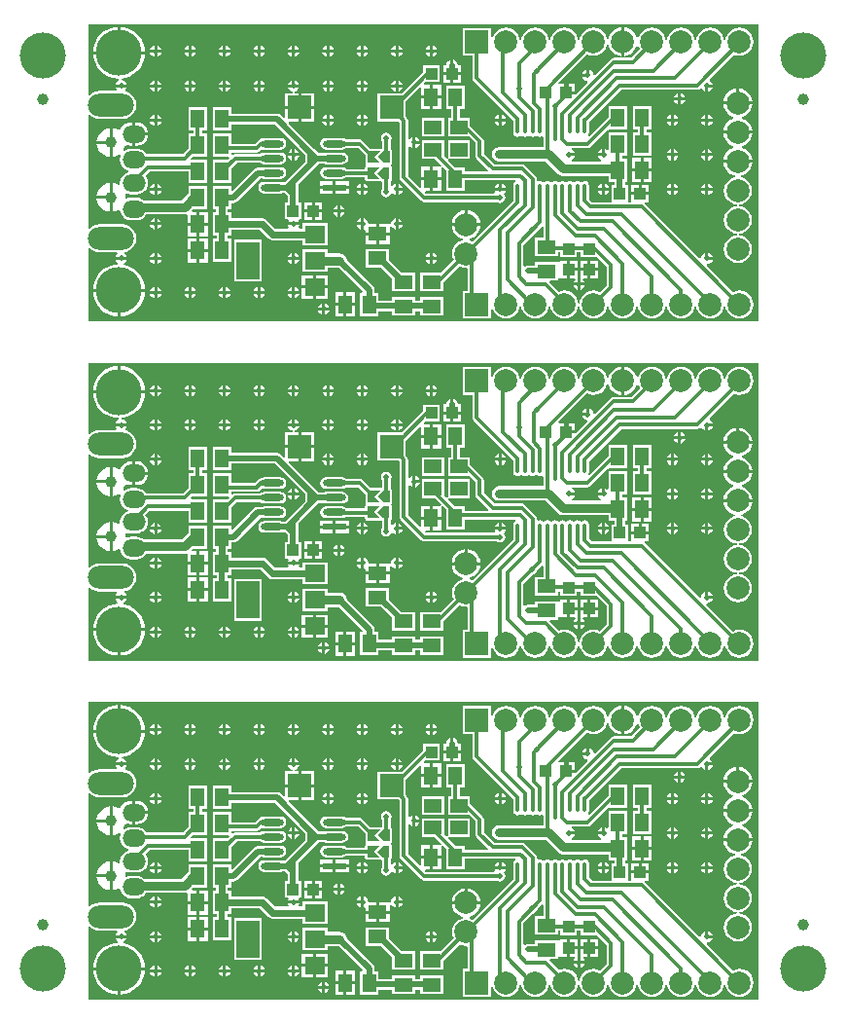
<source format=gtl>
G04 Layer_Physical_Order=1*
G04 Layer_Color=255*
%FSLAX44Y44*%
%MOMM*%
G71*
G01*
G75*
%ADD10C,1.0000*%
%ADD11R,1.2000X1.6300*%
%ADD12R,1.0000X1.0000*%
%ADD13R,0.4000X0.8000*%
%ADD14R,1.6300X1.2000*%
%ADD15R,2.0000X0.6000*%
%ADD16O,2.0000X0.6000*%
%ADD17R,2.0000X2.0000*%
%ADD18R,1.5000X1.2000*%
%ADD19R,1.8000X1.5000*%
%ADD20R,2.0000X3.2000*%
%ADD21R,1.0000X1.0000*%
%ADD22O,0.3000X1.5000*%
%ADD23C,0.3000*%
%ADD24C,0.5000*%
%ADD25C,0.8000*%
%ADD26C,0.6000*%
%ADD27C,0.2540*%
%ADD28C,0.4000*%
%ADD29C,4.0000*%
%ADD30C,2.0000*%
%ADD31R,2.0000X2.0000*%
%ADD32O,2.0000X1.5240*%
%ADD33O,4.0000X2.0000*%
%ADD34C,0.5000*%
G36*
X656839Y3161D02*
X73161D01*
Y66347D01*
X73969Y66621D01*
X74431Y66689D01*
X76918Y64781D01*
X79861Y63561D01*
X83020Y63146D01*
X98283D01*
X98669Y61876D01*
X98336Y61653D01*
X97222Y59986D01*
X97084Y59290D01*
X106856D01*
X106717Y59986D01*
X105603Y61653D01*
X104914Y62114D01*
X105222Y63436D01*
X106179Y63561D01*
X109122Y64781D01*
X111650Y66720D01*
X113589Y69248D01*
X114809Y72191D01*
X115224Y75350D01*
X114809Y78509D01*
X113589Y81452D01*
X111650Y83980D01*
X109122Y85919D01*
X106179Y87139D01*
X103020Y87554D01*
X83020D01*
X79861Y87139D01*
X76918Y85919D01*
X74431Y84011D01*
X73969Y84079D01*
X73161Y84353D01*
Y182347D01*
X73969Y182621D01*
X74431Y182689D01*
X76918Y180781D01*
X79861Y179561D01*
X83020Y179146D01*
X103020D01*
X106179Y179561D01*
X109122Y180781D01*
X111650Y182720D01*
X113589Y185248D01*
X114809Y188191D01*
X115224Y191350D01*
X114809Y194509D01*
X113589Y197452D01*
X111650Y199980D01*
X109122Y201919D01*
X106179Y203139D01*
X105903Y203175D01*
X105670Y204487D01*
X106717Y206053D01*
X106856Y206750D01*
X97084D01*
X97222Y206053D01*
X98043Y204824D01*
X97469Y203554D01*
X83020D01*
X79861Y203139D01*
X76918Y201919D01*
X74431Y200011D01*
X73969Y200079D01*
X73161Y200353D01*
Y261839D01*
X656839D01*
Y3161D01*
D02*
G37*
%LPC*%
G36*
X346856Y116750D02*
X343240D01*
Y113134D01*
X343936Y113272D01*
X345603Y114386D01*
X346717Y116053D01*
X346856Y116750D01*
D02*
G37*
G36*
X526856D02*
X523240D01*
Y113134D01*
X523936Y113272D01*
X525603Y114386D01*
X526717Y116053D01*
X526856Y116750D01*
D02*
G37*
G36*
X520700D02*
X517084D01*
X517222Y116053D01*
X518336Y114386D01*
X520003Y113272D01*
X520700Y113134D01*
Y116750D01*
D02*
G37*
G36*
X316856D02*
X313240D01*
Y113134D01*
X313936Y113272D01*
X315603Y114386D01*
X316717Y116053D01*
X316856Y116750D01*
D02*
G37*
G36*
X130700D02*
X127084D01*
X127222Y116053D01*
X128336Y114386D01*
X130003Y113272D01*
X130700Y113134D01*
Y116750D01*
D02*
G37*
G36*
X136856D02*
X133240D01*
Y113134D01*
X133936Y113272D01*
X135603Y114386D01*
X136717Y116053D01*
X136856Y116750D01*
D02*
G37*
G36*
X310700D02*
X307084D01*
X307222Y116053D01*
X308336Y114386D01*
X310003Y113272D01*
X310700Y113134D01*
Y116750D01*
D02*
G37*
G36*
X580700D02*
X577084D01*
X577222Y116053D01*
X578336Y114386D01*
X580003Y113272D01*
X580700Y113134D01*
Y116750D01*
D02*
G37*
G36*
X300040Y118110D02*
X288770D01*
Y113840D01*
X300040D01*
Y118110D01*
D02*
G37*
G36*
X552570Y121840D02*
X546300D01*
Y115570D01*
X552570D01*
Y121840D01*
D02*
G37*
G36*
X561380D02*
X555110D01*
Y115570D01*
X561380D01*
Y121840D01*
D02*
G37*
G36*
X286230Y118110D02*
X274960D01*
Y113840D01*
X286230D01*
Y118110D01*
D02*
G37*
G36*
X586856Y116750D02*
X583240D01*
Y113134D01*
X583936Y113272D01*
X585603Y114386D01*
X586717Y116053D01*
X586856Y116750D01*
D02*
G37*
G36*
X610700D02*
X607084D01*
X607222Y116053D01*
X608336Y114386D01*
X610003Y113272D01*
X610700Y113134D01*
Y116750D01*
D02*
G37*
G36*
X616856D02*
X613240D01*
Y113134D01*
X613936Y113272D01*
X615603Y114386D01*
X616717Y116053D01*
X616856Y116750D01*
D02*
G37*
G36*
X91750Y123478D02*
X89746Y123214D01*
X86696Y121951D01*
X84076Y119941D01*
X82066Y117321D01*
X80803Y114271D01*
X80539Y112267D01*
X91750D01*
Y123478D01*
D02*
G37*
G36*
X310700Y92906D02*
X310003Y92767D01*
X308336Y91653D01*
X307222Y89986D01*
X307084Y89290D01*
X310700D01*
Y92906D01*
D02*
G37*
G36*
X133240D02*
Y89290D01*
X136856D01*
X136717Y89986D01*
X135603Y91653D01*
X133936Y92767D01*
X133240Y92906D01*
D02*
G37*
G36*
X268090Y97790D02*
X261820D01*
Y91520D01*
X268090D01*
Y97790D01*
D02*
G37*
G36*
X343240Y92906D02*
Y89290D01*
X346856D01*
X346717Y89986D01*
X345603Y91653D01*
X343936Y92767D01*
X343240Y92906D01*
D02*
G37*
G36*
X403502Y99857D02*
Y88646D01*
X414713D01*
X414449Y90650D01*
X413186Y93700D01*
X411176Y96320D01*
X408556Y98330D01*
X405506Y99593D01*
X403502Y99857D01*
D02*
G37*
G36*
X400962D02*
X398958Y99593D01*
X395908Y98330D01*
X393288Y96320D01*
X391278Y93700D01*
X390015Y90650D01*
X389751Y88646D01*
X400962D01*
Y99857D01*
D02*
G37*
G36*
X130700Y92906D02*
X130003Y92767D01*
X128336Y91653D01*
X127222Y89986D01*
X127084Y89290D01*
X130700D01*
Y92906D01*
D02*
G37*
G36*
X177260Y98320D02*
X169990D01*
Y88900D01*
X177260D01*
Y98320D01*
D02*
G37*
G36*
X276900Y106600D02*
X270630D01*
Y100330D01*
X276900D01*
Y106600D01*
D02*
G37*
G36*
X268090D02*
X261820D01*
Y100330D01*
X268090D01*
Y106600D01*
D02*
G37*
G36*
X292885Y103946D02*
Y100330D01*
X296501D01*
X296363Y101026D01*
X295249Y102694D01*
X293582Y103808D01*
X292885Y103946D01*
D02*
G37*
G36*
X290345D02*
X289648Y103808D01*
X287981Y102694D01*
X286867Y101026D01*
X286729Y100330D01*
X290345D01*
Y103946D01*
D02*
G37*
G36*
Y97790D02*
X286729D01*
X286867Y97093D01*
X287981Y95426D01*
X289648Y94312D01*
X290345Y94174D01*
Y97790D01*
D02*
G37*
G36*
X276900D02*
X270630D01*
Y91520D01*
X276900D01*
Y97790D01*
D02*
G37*
G36*
X91750Y109727D02*
X80539D01*
X80803Y107723D01*
X82066Y104673D01*
X84076Y102053D01*
X86696Y100043D01*
X89746Y98780D01*
X91750Y98516D01*
Y109727D01*
D02*
G37*
G36*
X296501Y97790D02*
X292885D01*
Y94174D01*
X293582Y94312D01*
X295249Y95426D01*
X296363Y97093D01*
X296501Y97790D01*
D02*
G37*
G36*
X564020Y145310D02*
X556750D01*
Y135890D01*
X564020D01*
Y145310D01*
D02*
G37*
G36*
X554210D02*
X546940D01*
Y135890D01*
X554210D01*
Y145310D01*
D02*
G37*
G36*
X250700Y146750D02*
X247084D01*
X247222Y146053D01*
X248336Y144386D01*
X250003Y143272D01*
X250700Y143134D01*
Y146750D01*
D02*
G37*
G36*
X197820Y189320D02*
X181620D01*
Y168820D01*
X197820D01*
Y174380D01*
X235697D01*
X262160Y147917D01*
Y141643D01*
X248074Y127556D01*
X244587Y124070D01*
X242661D01*
X242490Y124184D01*
X240500Y124580D01*
X226500D01*
X224510Y124184D01*
X222823Y123057D01*
X221696Y121370D01*
X221300Y119380D01*
X221696Y117390D01*
X222823Y115703D01*
X224510Y114576D01*
X226500Y114180D01*
X240500D01*
X242490Y114576D01*
X242661Y114690D01*
X244587D01*
X246700Y112577D01*
Y106160D01*
X244290D01*
Y91960D01*
X247013D01*
X247692Y90690D01*
X247222Y89986D01*
X247084Y89290D01*
X256856D01*
X256717Y89986D01*
X256247Y90690D01*
X256926Y91960D01*
X258490D01*
Y106160D01*
X256080D01*
Y114520D01*
Y122297D01*
X270166Y136384D01*
X270166Y136384D01*
X273873Y140090D01*
X278340D01*
X278510Y139976D01*
X280500Y139580D01*
X294500D01*
X296490Y139976D01*
X298177Y141103D01*
X299304Y142790D01*
X299700Y144780D01*
X299304Y146770D01*
X298177Y148457D01*
X296490Y149584D01*
X294500Y149980D01*
X280500D01*
X278510Y149584D01*
X278340Y149470D01*
X273873D01*
X270166Y153176D01*
X247826Y175517D01*
X248312Y176690D01*
X256060D01*
Y187960D01*
X244790D01*
Y180212D01*
X243617Y179726D01*
X240956Y182386D01*
X239435Y183403D01*
X237640Y183760D01*
X197820D01*
Y189320D01*
D02*
G37*
G36*
X564020Y133350D02*
X556750D01*
Y123930D01*
X564020D01*
Y133350D01*
D02*
G37*
G36*
X554210D02*
X546940D01*
Y123930D01*
X554210D01*
Y133350D01*
D02*
G37*
G36*
X370650Y137690D02*
X363380D01*
Y128270D01*
X370650D01*
Y137690D01*
D02*
G37*
G36*
X240500Y137280D02*
X226500D01*
X224510Y136884D01*
X224340Y136770D01*
X221130D01*
X219335Y136413D01*
X217814Y135396D01*
X198993Y116576D01*
X197820Y117062D01*
Y120740D01*
X181620D01*
Y100240D01*
X184520D01*
Y97880D01*
X181620D01*
Y77380D01*
X185030D01*
Y75020D01*
X181620D01*
Y54520D01*
X197820D01*
Y75020D01*
X194410D01*
Y77380D01*
X197820D01*
Y82430D01*
X222786D01*
X230013Y75203D01*
X230013Y75203D01*
X231700Y74076D01*
X233690Y73680D01*
X259350D01*
Y69280D01*
X281550D01*
Y88480D01*
X259350D01*
Y84080D01*
X256926D01*
X256247Y85350D01*
X256717Y86053D01*
X256856Y86750D01*
X247084D01*
X247222Y86053D01*
X247692Y85350D01*
X247013Y84080D01*
X235844D01*
X228617Y91307D01*
X226930Y92434D01*
X224940Y92830D01*
X224940Y92830D01*
X197820D01*
Y97880D01*
X194920D01*
Y100240D01*
X197820D01*
Y105800D01*
X199540D01*
X201335Y106157D01*
X202856Y107174D01*
X223073Y127390D01*
X224340D01*
X224510Y127276D01*
X226500Y126880D01*
X240500D01*
X242490Y127276D01*
X244177Y128403D01*
X245304Y130090D01*
X245700Y132080D01*
X245304Y134070D01*
X244177Y135757D01*
X242490Y136884D01*
X240500Y137280D01*
D02*
G37*
G36*
X651441Y166370D02*
X638960D01*
X626479D01*
X626743Y164366D01*
X628006Y161316D01*
X630016Y158696D01*
X632636Y156686D01*
X635193Y155627D01*
Y154253D01*
X632636Y153194D01*
X630016Y151184D01*
X628006Y148564D01*
X626743Y145514D01*
X626479Y143510D01*
X638960D01*
X651441D01*
X651177Y145514D01*
X649914Y148564D01*
X647904Y151184D01*
X645284Y153194D01*
X642727Y154253D01*
Y155627D01*
X645284Y156686D01*
X647904Y158696D01*
X649914Y161316D01*
X651177Y164366D01*
X651441Y166370D01*
D02*
G37*
G36*
X616856Y146750D02*
X613240D01*
Y143134D01*
X613936Y143272D01*
X615603Y144386D01*
X616717Y146053D01*
X616856Y146750D01*
D02*
G37*
G36*
X563580Y190590D02*
X547380D01*
Y170090D01*
X551810D01*
Y167730D01*
X547380D01*
Y147230D01*
X563580D01*
Y167730D01*
X559151D01*
Y170090D01*
X563580D01*
Y190590D01*
D02*
G37*
G36*
X91750Y157427D02*
X80539D01*
X80803Y155423D01*
X82066Y152373D01*
X84076Y149753D01*
X86696Y147743D01*
X89746Y146480D01*
X91750Y146216D01*
Y157427D01*
D02*
G37*
G36*
X580700Y146750D02*
X577084D01*
X577222Y146053D01*
X578336Y144386D01*
X580003Y143272D01*
X580700Y143134D01*
Y146750D01*
D02*
G37*
G36*
X256856D02*
X253240D01*
Y143134D01*
X253936Y143272D01*
X255603Y144386D01*
X256717Y146053D01*
X256856Y146750D01*
D02*
G37*
G36*
X610700D02*
X607084D01*
X607222Y146053D01*
X608336Y144386D01*
X610003Y143272D01*
X610700Y143134D01*
Y146750D01*
D02*
G37*
G36*
X586856D02*
X583240D01*
Y143134D01*
X583936Y143272D01*
X585603Y144386D01*
X586717Y146053D01*
X586856Y146750D01*
D02*
G37*
G36*
X343240Y122906D02*
Y119290D01*
X346856D01*
X346717Y119986D01*
X345603Y121653D01*
X343936Y122767D01*
X343240Y122906D01*
D02*
G37*
G36*
X313240D02*
Y119290D01*
X316856D01*
X316717Y119986D01*
X315603Y121653D01*
X313936Y122767D01*
X313240Y122906D01*
D02*
G37*
G36*
X433240D02*
Y119290D01*
X436856D01*
X436717Y119986D01*
X435603Y121653D01*
X433936Y122767D01*
X433240Y122906D01*
D02*
G37*
G36*
X430700D02*
X430003Y122767D01*
X428336Y121653D01*
X427222Y119986D01*
X427084Y119290D01*
X430700D01*
Y122906D01*
D02*
G37*
G36*
X130700D02*
X130003Y122767D01*
X128336Y121653D01*
X127222Y119986D01*
X127084Y119290D01*
X130700D01*
Y122906D01*
D02*
G37*
G36*
X380460Y125730D02*
X373190D01*
Y116310D01*
X380460D01*
Y125730D01*
D02*
G37*
G36*
X310700Y122906D02*
X310003Y122767D01*
X308336Y121653D01*
X307222Y119986D01*
X307084Y119290D01*
X310700D01*
Y122906D01*
D02*
G37*
G36*
X133240D02*
Y119290D01*
X136856D01*
X136717Y119986D01*
X135603Y121653D01*
X133936Y122767D01*
X133240Y122906D01*
D02*
G37*
G36*
X613240D02*
Y119290D01*
X616856D01*
X616717Y119986D01*
X615603Y121653D01*
X613936Y122767D01*
X613240Y122906D01*
D02*
G37*
G36*
X610700D02*
X610003Y122767D01*
X608336Y121653D01*
X607222Y119986D01*
X607084Y119290D01*
X610700D01*
Y122906D01*
D02*
G37*
G36*
X300040Y124920D02*
X288770D01*
Y120650D01*
X300040D01*
Y124920D01*
D02*
G37*
G36*
X286230D02*
X274960D01*
Y120650D01*
X286230D01*
Y124920D01*
D02*
G37*
G36*
X523240Y122906D02*
Y119290D01*
X526856D01*
X526717Y119986D01*
X525603Y121653D01*
X523936Y122767D01*
X523240Y122906D01*
D02*
G37*
G36*
X520700D02*
X520003Y122767D01*
X518336Y121653D01*
X517222Y119986D01*
X517084Y119290D01*
X520700D01*
Y122906D01*
D02*
G37*
G36*
X583240D02*
Y119290D01*
X586856D01*
X586717Y119986D01*
X585603Y121653D01*
X583936Y122767D01*
X583240Y122906D01*
D02*
G37*
G36*
X580700D02*
X580003Y122767D01*
X578336Y121653D01*
X577222Y119986D01*
X577084Y119290D01*
X580700D01*
Y122906D01*
D02*
G37*
G36*
X346856Y86750D02*
X343240D01*
Y83134D01*
X343936Y83272D01*
X345603Y84386D01*
X346717Y86053D01*
X346856Y86750D01*
D02*
G37*
G36*
X250700Y26750D02*
X247084D01*
X247222Y26053D01*
X248336Y24386D01*
X250003Y23272D01*
X250700Y23134D01*
Y26750D01*
D02*
G37*
G36*
X226856D02*
X223240D01*
Y23134D01*
X223936Y23272D01*
X225603Y24386D01*
X226717Y26053D01*
X226856Y26750D01*
D02*
G37*
G36*
X335520Y66180D02*
X315020D01*
Y49980D01*
X328007D01*
X337880Y40107D01*
Y29070D01*
X358380D01*
Y45270D01*
X345983D01*
X335520Y55733D01*
Y66180D01*
D02*
G37*
G36*
X256856Y26750D02*
X253240D01*
Y23134D01*
X253936Y23272D01*
X255603Y24386D01*
X256717Y26053D01*
X256856Y26750D01*
D02*
G37*
G36*
X190700D02*
X187084D01*
X187222Y26053D01*
X188336Y24386D01*
X190003Y23272D01*
X190700Y23134D01*
Y26750D01*
D02*
G37*
G36*
X166856D02*
X163240D01*
Y23134D01*
X163936Y23272D01*
X165603Y24386D01*
X166717Y26053D01*
X166856Y26750D01*
D02*
G37*
G36*
X220700D02*
X217084D01*
X217222Y26053D01*
X218336Y24386D01*
X220003Y23272D01*
X220700Y23134D01*
Y26750D01*
D02*
G37*
G36*
X196856D02*
X193240D01*
Y23134D01*
X193936Y23272D01*
X195603Y24386D01*
X196717Y26053D01*
X196856Y26750D01*
D02*
G37*
G36*
X193240Y32906D02*
Y29290D01*
X196856D01*
X196717Y29986D01*
X195603Y31653D01*
X193936Y32767D01*
X193240Y32906D01*
D02*
G37*
G36*
X190700D02*
X190003Y32767D01*
X188336Y31653D01*
X187222Y29986D01*
X187084Y29290D01*
X190700D01*
Y32906D01*
D02*
G37*
G36*
X223240D02*
Y29290D01*
X226856D01*
X226717Y29986D01*
X225603Y31653D01*
X223936Y32767D01*
X223240Y32906D01*
D02*
G37*
G36*
X220700D02*
X220003Y32767D01*
X218336Y31653D01*
X217222Y29986D01*
X217084Y29290D01*
X220700D01*
Y32906D01*
D02*
G37*
G36*
X133240D02*
Y29290D01*
X136856D01*
X136717Y29986D01*
X135603Y31653D01*
X133936Y32767D01*
X133240Y32906D01*
D02*
G37*
G36*
X130700D02*
X130003Y32767D01*
X128336Y31653D01*
X127222Y29986D01*
X127084Y29290D01*
X130700D01*
Y32906D01*
D02*
G37*
G36*
X163240D02*
Y29290D01*
X166856D01*
X166717Y29986D01*
X165603Y31653D01*
X163936Y32767D01*
X163240Y32906D01*
D02*
G37*
G36*
X160700D02*
X160003Y32767D01*
X158336Y31653D01*
X157222Y29986D01*
X157084Y29290D01*
X160700D01*
Y32906D01*
D02*
G37*
G36*
X277010Y12700D02*
X273394D01*
X273532Y12004D01*
X274646Y10336D01*
X276313Y9222D01*
X277010Y9084D01*
Y12700D01*
D02*
G37*
G36*
X281550Y65480D02*
X259350D01*
Y46280D01*
X281550D01*
Y49661D01*
X291837D01*
X312197Y29300D01*
X311671Y28030D01*
X309890D01*
Y7530D01*
X326090D01*
Y11820D01*
X337880D01*
Y8070D01*
X358380D01*
Y11820D01*
X362010D01*
Y8070D01*
X382510D01*
Y24270D01*
X362010D01*
Y21200D01*
X358380D01*
Y24270D01*
X337880D01*
Y21200D01*
X326090D01*
Y28030D01*
X322680D01*
Y30140D01*
X322323Y31935D01*
X321306Y33456D01*
X298367Y56396D01*
X297996Y58260D01*
X296648Y60278D01*
X294630Y61626D01*
X292250Y62099D01*
X281550D01*
Y65480D01*
D02*
G37*
G36*
X277010Y18856D02*
X276313Y18718D01*
X274646Y17604D01*
X273532Y15936D01*
X273394Y15240D01*
X277010D01*
Y18856D01*
D02*
G37*
G36*
X283166Y12700D02*
X279550D01*
Y9084D01*
X280247Y9222D01*
X281914Y10336D01*
X283028Y12004D01*
X283166Y12700D01*
D02*
G37*
G36*
X305530Y16510D02*
X298260D01*
Y7090D01*
X305530D01*
Y16510D01*
D02*
G37*
G36*
X295720D02*
X288450D01*
Y7090D01*
X295720D01*
Y16510D01*
D02*
G37*
G36*
X122524Y28730D02*
X101270D01*
Y7476D01*
X104419Y7786D01*
X108667Y9075D01*
X112583Y11168D01*
X116015Y13985D01*
X118832Y17417D01*
X120925Y21333D01*
X122214Y25581D01*
X122524Y28730D01*
D02*
G37*
G36*
X98730D02*
X77476D01*
X77786Y25581D01*
X79075Y21333D01*
X81168Y17417D01*
X83985Y13985D01*
X87417Y11168D01*
X91333Y9075D01*
X95581Y7786D01*
X98730Y7476D01*
Y28730D01*
D02*
G37*
G36*
X130700Y26750D02*
X127084D01*
X127222Y26053D01*
X128336Y24386D01*
X130003Y23272D01*
X130700Y23134D01*
Y26750D01*
D02*
G37*
G36*
X281990Y31610D02*
X271720D01*
Y22840D01*
X281990D01*
Y31610D01*
D02*
G37*
G36*
X160700Y26750D02*
X157084D01*
X157222Y26053D01*
X158336Y24386D01*
X160003Y23272D01*
X160700Y23134D01*
Y26750D01*
D02*
G37*
G36*
X136856D02*
X133240D01*
Y23134D01*
X133936Y23272D01*
X135603Y24386D01*
X136717Y26053D01*
X136856Y26750D01*
D02*
G37*
G36*
X295720Y28470D02*
X288450D01*
Y19050D01*
X295720D01*
Y28470D01*
D02*
G37*
G36*
X279550Y18856D02*
Y15240D01*
X283166D01*
X283028Y15936D01*
X281914Y17604D01*
X280247Y18718D01*
X279550Y18856D01*
D02*
G37*
G36*
X269180Y31610D02*
X258910D01*
Y22840D01*
X269180D01*
Y31610D01*
D02*
G37*
G36*
X305530Y28470D02*
X298260D01*
Y19050D01*
X305530D01*
Y28470D01*
D02*
G37*
G36*
X250700Y32906D02*
X250003Y32767D01*
X248336Y31653D01*
X247222Y29986D01*
X247084Y29290D01*
X250700D01*
Y32906D01*
D02*
G37*
G36*
X167450Y75460D02*
X160180D01*
Y66040D01*
X167450D01*
Y75460D01*
D02*
G37*
G36*
X613240Y62906D02*
Y59290D01*
X616856D01*
X616717Y59986D01*
X615603Y61653D01*
X613936Y62767D01*
X613240Y62906D01*
D02*
G37*
G36*
X324000Y77810D02*
X314580D01*
Y70540D01*
X324000D01*
Y77810D01*
D02*
G37*
G36*
X177260Y75460D02*
X169990D01*
Y66040D01*
X177260D01*
Y75460D01*
D02*
G37*
G36*
X253240Y62906D02*
Y59290D01*
X256856D01*
X256717Y59986D01*
X255603Y61653D01*
X253936Y62767D01*
X253240Y62906D01*
D02*
G37*
G36*
X250700D02*
X250003Y62767D01*
X248336Y61653D01*
X247222Y59986D01*
X247084Y59290D01*
X250700D01*
Y62906D01*
D02*
G37*
G36*
X373240D02*
Y59290D01*
X376856D01*
X376717Y59986D01*
X375603Y61653D01*
X373936Y62767D01*
X373240Y62906D01*
D02*
G37*
G36*
X370700D02*
X370003Y62767D01*
X368336Y61653D01*
X367222Y59986D01*
X367084Y59290D01*
X370700D01*
Y62906D01*
D02*
G37*
G36*
X136856Y86750D02*
X133240D01*
Y83134D01*
X133936Y83272D01*
X135603Y84386D01*
X136717Y86053D01*
X136856Y86750D01*
D02*
G37*
G36*
X130700D02*
X127084D01*
X127222Y86053D01*
X128336Y84386D01*
X130003Y83272D01*
X130700Y83134D01*
Y86750D01*
D02*
G37*
G36*
X340700Y92906D02*
X340003Y92767D01*
X338336Y91653D01*
X337222Y89986D01*
X336907Y88401D01*
X336189Y87809D01*
X335616Y87620D01*
X326540D01*
Y80350D01*
X335960D01*
Y85889D01*
X337222Y86053D01*
X338336Y84386D01*
X340003Y83272D01*
X340700Y83134D01*
Y88020D01*
Y92906D01*
D02*
G37*
G36*
X310700Y86750D02*
X307084D01*
X307222Y86053D01*
X308336Y84386D01*
X310003Y83272D01*
X310700Y83134D01*
Y86750D01*
D02*
G37*
G36*
X167450Y86360D02*
X160180D01*
Y76940D01*
X167450D01*
Y86360D01*
D02*
G37*
G36*
X335960Y77810D02*
X326540D01*
Y70540D01*
X335960D01*
Y77810D01*
D02*
G37*
G36*
X313240Y92906D02*
Y88020D01*
Y83134D01*
X313310Y83148D01*
X314580Y82291D01*
Y80350D01*
X324000D01*
Y87620D01*
X317437D01*
X317108Y88020D01*
X316717Y89986D01*
X315603Y91653D01*
X313936Y92767D01*
X313240Y92906D01*
D02*
G37*
G36*
X177260Y86360D02*
X169990D01*
Y76940D01*
X177260D01*
Y86360D01*
D02*
G37*
G36*
X130700Y56750D02*
X127084D01*
X127222Y56053D01*
X128336Y54386D01*
X130003Y53272D01*
X130700Y53134D01*
Y56750D01*
D02*
G37*
G36*
X224550Y73980D02*
X200350D01*
Y37780D01*
X224550D01*
Y73980D01*
D02*
G37*
G36*
X250700Y56750D02*
X247084D01*
X247222Y56053D01*
X248336Y54386D01*
X250003Y53272D01*
X250700Y53134D01*
Y56750D01*
D02*
G37*
G36*
X136856D02*
X133240D01*
Y53134D01*
X133936Y53272D01*
X135603Y54386D01*
X136717Y56053D01*
X136856Y56750D01*
D02*
G37*
G36*
X106856D02*
X97084D01*
X97222Y56053D01*
X98336Y54386D01*
X99151Y53842D01*
X98823Y52533D01*
X95581Y52214D01*
X91333Y50925D01*
X87417Y48832D01*
X83985Y46015D01*
X81168Y42583D01*
X79075Y38667D01*
X77786Y34419D01*
X77476Y31270D01*
X100000D01*
Y30000D01*
D01*
Y31270D01*
X122524D01*
X122214Y34419D01*
X120925Y38667D01*
X118832Y42583D01*
X116015Y46015D01*
X112583Y48832D01*
X108667Y50925D01*
X104502Y52189D01*
X104389Y52490D01*
X104282Y53503D01*
X105603Y54386D01*
X106717Y56053D01*
X106856Y56750D01*
D02*
G37*
G36*
X253240Y32906D02*
Y29290D01*
X256856D01*
X256717Y29986D01*
X255603Y31653D01*
X253936Y32767D01*
X253240Y32906D01*
D02*
G37*
G36*
X281990Y42920D02*
X271720D01*
Y34150D01*
X281990D01*
Y42920D01*
D02*
G37*
G36*
X269180D02*
X258910D01*
Y34150D01*
X269180D01*
Y42920D01*
D02*
G37*
G36*
X177260Y63500D02*
X169990D01*
Y54080D01*
X177260D01*
Y63500D01*
D02*
G37*
G36*
X167450D02*
X160180D01*
Y54080D01*
X167450D01*
Y63500D01*
D02*
G37*
G36*
X133240Y62906D02*
Y59290D01*
X136856D01*
X136717Y59986D01*
X135603Y61653D01*
X133936Y62767D01*
X133240Y62906D01*
D02*
G37*
G36*
X130700D02*
X130003Y62767D01*
X128336Y61653D01*
X127222Y59986D01*
X127084Y59290D01*
X130700D01*
Y62906D01*
D02*
G37*
G36*
X370700Y56750D02*
X367084D01*
X367222Y56053D01*
X368336Y54386D01*
X370003Y53272D01*
X370700Y53134D01*
Y56750D01*
D02*
G37*
G36*
X256856D02*
X253240D01*
Y53134D01*
X253936Y53272D01*
X255603Y54386D01*
X256717Y56053D01*
X256856Y56750D01*
D02*
G37*
G36*
X651441Y140970D02*
X638960D01*
X626479D01*
X626743Y138966D01*
X628006Y135916D01*
X630016Y133296D01*
X632636Y131286D01*
X635686Y130023D01*
X636174Y129959D01*
Y128678D01*
X635801Y128629D01*
X632858Y127409D01*
X630330Y125470D01*
X628391Y122942D01*
X627171Y119999D01*
X626756Y116840D01*
X627171Y113681D01*
X628391Y110738D01*
X630330Y108210D01*
X632858Y106271D01*
X635801Y105051D01*
X637859Y104781D01*
Y103499D01*
X635801Y103229D01*
X632858Y102009D01*
X630330Y100070D01*
X628391Y97542D01*
X627171Y94599D01*
X626756Y91440D01*
X627171Y88281D01*
X628391Y85338D01*
X630330Y82810D01*
X632858Y80871D01*
X635801Y79651D01*
X637859Y79380D01*
Y78099D01*
X635801Y77829D01*
X632858Y76609D01*
X630330Y74670D01*
X628391Y72142D01*
X627171Y69199D01*
X626756Y66040D01*
X627171Y62881D01*
X628391Y59938D01*
X630330Y57410D01*
X632858Y55471D01*
X635801Y54251D01*
X638960Y53836D01*
X642119Y54251D01*
X645062Y55471D01*
X647590Y57410D01*
X649529Y59938D01*
X650749Y62881D01*
X651164Y66040D01*
X650749Y69199D01*
X649529Y72142D01*
X647590Y74670D01*
X645062Y76609D01*
X642119Y77829D01*
X640061Y78099D01*
Y79380D01*
X642119Y79651D01*
X645062Y80871D01*
X647590Y82810D01*
X649529Y85338D01*
X650749Y88281D01*
X651164Y91440D01*
X650749Y94599D01*
X649529Y97542D01*
X647590Y100070D01*
X645062Y102009D01*
X642119Y103229D01*
X640061Y103499D01*
Y104781D01*
X642119Y105051D01*
X645062Y106271D01*
X647590Y108210D01*
X649529Y110738D01*
X650749Y113681D01*
X651164Y116840D01*
X650749Y119999D01*
X649529Y122942D01*
X647590Y125470D01*
X645062Y127409D01*
X642119Y128629D01*
X641746Y128678D01*
Y129959D01*
X642234Y130023D01*
X645284Y131286D01*
X647904Y133296D01*
X649914Y135916D01*
X651177Y138966D01*
X651441Y140970D01*
D02*
G37*
G36*
X376856Y56750D02*
X373240D01*
Y53134D01*
X373936Y53272D01*
X375603Y54386D01*
X376717Y56053D01*
X376856Y56750D01*
D02*
G37*
G36*
X340700Y212906D02*
X340003Y212767D01*
X338336Y211653D01*
X337222Y209986D01*
X337084Y209290D01*
X340700D01*
Y212906D01*
D02*
G37*
G36*
X313240D02*
Y209290D01*
X316856D01*
X316717Y209986D01*
X315603Y211653D01*
X313936Y212767D01*
X313240Y212906D01*
D02*
G37*
G36*
X388740Y217170D02*
X382470D01*
Y210900D01*
X388740D01*
Y217170D01*
D02*
G37*
G36*
X343240Y212906D02*
Y209290D01*
X346856D01*
X346717Y209986D01*
X345603Y211653D01*
X343936Y212767D01*
X343240Y212906D01*
D02*
G37*
G36*
X280700D02*
X280003Y212767D01*
X278336Y211653D01*
X277222Y209986D01*
X277084Y209290D01*
X280700D01*
Y212906D01*
D02*
G37*
G36*
X253240D02*
Y209290D01*
X256856D01*
X256717Y209986D01*
X255603Y211653D01*
X253936Y212767D01*
X253240Y212906D01*
D02*
G37*
G36*
X310700D02*
X310003Y212767D01*
X308336Y211653D01*
X307222Y209986D01*
X307084Y209290D01*
X310700D01*
Y212906D01*
D02*
G37*
G36*
X283240D02*
Y209290D01*
X286856D01*
X286717Y209986D01*
X285603Y211653D01*
X283936Y212767D01*
X283240Y212906D01*
D02*
G37*
G36*
X160700Y236750D02*
X157084D01*
X157222Y236053D01*
X158336Y234386D01*
X160003Y233272D01*
X160700Y233134D01*
Y236750D01*
D02*
G37*
G36*
X136856D02*
X133240D01*
Y233134D01*
X133936Y233272D01*
X135603Y234386D01*
X136717Y236053D01*
X136856Y236750D01*
D02*
G37*
G36*
X190700D02*
X187084D01*
X187222Y236053D01*
X188336Y234386D01*
X190003Y233272D01*
X190700Y233134D01*
Y236750D01*
D02*
G37*
G36*
X166856D02*
X163240D01*
Y233134D01*
X163936Y233272D01*
X165603Y234386D01*
X166717Y236053D01*
X166856Y236750D01*
D02*
G37*
G36*
X506880Y222056D02*
X506184Y221918D01*
X504516Y220804D01*
X503402Y219137D01*
X503264Y218440D01*
X506880D01*
Y222056D01*
D02*
G37*
G36*
X397550Y217170D02*
X391280D01*
Y210900D01*
X397550D01*
Y217170D01*
D02*
G37*
G36*
X130700Y236750D02*
X127084D01*
X127222Y236053D01*
X128336Y234386D01*
X130003Y233272D01*
X130700Y233134D01*
Y236750D01*
D02*
G37*
G36*
X391310Y230946D02*
Y226060D01*
X388770D01*
Y230946D01*
X388074Y230808D01*
X386406Y229694D01*
X385292Y228027D01*
X384901Y226060D01*
X384836Y225980D01*
X382470D01*
Y219710D01*
X397550D01*
Y225980D01*
X395244D01*
X395179Y226060D01*
X394788Y228027D01*
X393674Y229694D01*
X392006Y230808D01*
X391310Y230946D01*
D02*
G37*
G36*
X250700Y212906D02*
X250003Y212767D01*
X248336Y211653D01*
X247222Y209986D01*
X247084Y209290D01*
X250700D01*
Y212906D01*
D02*
G37*
G36*
X616856Y206750D02*
X613240D01*
Y203134D01*
X613936Y203272D01*
X615603Y204386D01*
X616717Y206053D01*
X616856Y206750D01*
D02*
G37*
G36*
X346856D02*
X343240D01*
Y203134D01*
X343936Y203272D01*
X345603Y204386D01*
X346717Y206053D01*
X346856Y206750D01*
D02*
G37*
G36*
X122524Y235430D02*
X77476D01*
X77786Y232281D01*
X79075Y228033D01*
X81168Y224117D01*
X83985Y220685D01*
X87417Y217868D01*
X91333Y215775D01*
X95581Y214486D01*
X100000Y214051D01*
X100116Y212790D01*
X100003Y212767D01*
X98336Y211653D01*
X97222Y209986D01*
X97084Y209290D01*
X106856D01*
X106717Y209986D01*
X105603Y211653D01*
X103936Y212767D01*
X102607Y213032D01*
X102670Y214314D01*
X104419Y214486D01*
X108667Y215775D01*
X112583Y217868D01*
X116015Y220685D01*
X118832Y224117D01*
X120925Y228033D01*
X122214Y232281D01*
X122524Y235430D01*
D02*
G37*
G36*
X496610Y209470D02*
X490340D01*
Y203200D01*
X496610D01*
Y209470D01*
D02*
G37*
G36*
X310700Y206750D02*
X307084D01*
X307222Y206053D01*
X308336Y204386D01*
X310003Y203272D01*
X310700Y203134D01*
Y206750D01*
D02*
G37*
G36*
X286856D02*
X283240D01*
Y203134D01*
X283936Y203272D01*
X285603Y204386D01*
X286717Y206053D01*
X286856Y206750D01*
D02*
G37*
G36*
X340700D02*
X337084D01*
X337222Y206053D01*
X338336Y204386D01*
X340003Y203272D01*
X340700Y203134D01*
Y206750D01*
D02*
G37*
G36*
X316856D02*
X313240D01*
Y203134D01*
X313936Y203272D01*
X315603Y204386D01*
X316717Y206053D01*
X316856Y206750D01*
D02*
G37*
G36*
X193240Y212906D02*
Y209290D01*
X196856D01*
X196717Y209986D01*
X195603Y211653D01*
X193936Y212767D01*
X193240Y212906D01*
D02*
G37*
G36*
X190700D02*
X190003Y212767D01*
X188336Y211653D01*
X187222Y209986D01*
X187084Y209290D01*
X190700D01*
Y212906D01*
D02*
G37*
G36*
X223240D02*
Y209290D01*
X226856D01*
X226717Y209986D01*
X225603Y211653D01*
X223936Y212767D01*
X223240Y212906D01*
D02*
G37*
G36*
X220700D02*
X220003Y212767D01*
X218336Y211653D01*
X217222Y209986D01*
X217084Y209290D01*
X220700D01*
Y212906D01*
D02*
G37*
G36*
X133240D02*
Y209290D01*
X136856D01*
X136717Y209986D01*
X135603Y211653D01*
X133936Y212767D01*
X133240Y212906D01*
D02*
G37*
G36*
X130700D02*
X130003Y212767D01*
X128336Y211653D01*
X127222Y209986D01*
X127084Y209290D01*
X130700D01*
Y212906D01*
D02*
G37*
G36*
X163240D02*
Y209290D01*
X166856D01*
X166717Y209986D01*
X165603Y211653D01*
X163936Y212767D01*
X163240Y212906D01*
D02*
G37*
G36*
X160700D02*
X160003Y212767D01*
X158336Y211653D01*
X157222Y209986D01*
X157084Y209290D01*
X160700D01*
Y212906D01*
D02*
G37*
G36*
X196856Y236750D02*
X193240D01*
Y233134D01*
X193936Y233272D01*
X195603Y234386D01*
X196717Y236053D01*
X196856Y236750D01*
D02*
G37*
G36*
X223240Y242906D02*
Y239290D01*
X226856D01*
X226717Y239986D01*
X225603Y241653D01*
X223936Y242767D01*
X223240Y242906D01*
D02*
G37*
G36*
X220700D02*
X220003Y242767D01*
X218336Y241653D01*
X217222Y239986D01*
X217084Y239290D01*
X220700D01*
Y242906D01*
D02*
G37*
G36*
X253240D02*
Y239290D01*
X256856D01*
X256717Y239986D01*
X255603Y241653D01*
X253936Y242767D01*
X253240Y242906D01*
D02*
G37*
G36*
X250700D02*
X250003Y242767D01*
X248336Y241653D01*
X247222Y239986D01*
X247084Y239290D01*
X250700D01*
Y242906D01*
D02*
G37*
G36*
X163240D02*
Y239290D01*
X166856D01*
X166717Y239986D01*
X165603Y241653D01*
X163936Y242767D01*
X163240Y242906D01*
D02*
G37*
G36*
X160700D02*
X160003Y242767D01*
X158336Y241653D01*
X157222Y239986D01*
X157084Y239290D01*
X160700D01*
Y242906D01*
D02*
G37*
G36*
X193240D02*
Y239290D01*
X196856D01*
X196717Y239986D01*
X195603Y241653D01*
X193936Y242767D01*
X193240Y242906D01*
D02*
G37*
G36*
X190700D02*
X190003Y242767D01*
X188336Y241653D01*
X187222Y239986D01*
X187084Y239290D01*
X190700D01*
Y242906D01*
D02*
G37*
G36*
X343240D02*
Y239290D01*
X346856D01*
X346717Y239986D01*
X345603Y241653D01*
X343936Y242767D01*
X343240Y242906D01*
D02*
G37*
G36*
X340700D02*
X340003Y242767D01*
X338336Y241653D01*
X337222Y239986D01*
X337084Y239290D01*
X340700D01*
Y242906D01*
D02*
G37*
G36*
X373240D02*
Y239290D01*
X376856D01*
X376717Y239986D01*
X375603Y241653D01*
X373936Y242767D01*
X373240Y242906D01*
D02*
G37*
G36*
X370700D02*
X370003Y242767D01*
X368336Y241653D01*
X367222Y239986D01*
X367084Y239290D01*
X370700D01*
Y242906D01*
D02*
G37*
G36*
X283240D02*
Y239290D01*
X286856D01*
X286717Y239986D01*
X285603Y241653D01*
X283936Y242767D01*
X283240Y242906D01*
D02*
G37*
G36*
X280700D02*
X280003Y242767D01*
X278336Y241653D01*
X277222Y239986D01*
X277084Y239290D01*
X280700D01*
Y242906D01*
D02*
G37*
G36*
X313240D02*
Y239290D01*
X316856D01*
X316717Y239986D01*
X315603Y241653D01*
X313936Y242767D01*
X313240Y242906D01*
D02*
G37*
G36*
X310700D02*
X310003Y242767D01*
X308336Y241653D01*
X307222Y239986D01*
X307084Y239290D01*
X310700D01*
Y242906D01*
D02*
G37*
G36*
X133240D02*
Y239290D01*
X136856D01*
X136717Y239986D01*
X135603Y241653D01*
X133936Y242767D01*
X133240Y242906D01*
D02*
G37*
G36*
X286856Y236750D02*
X283240D01*
Y233134D01*
X283936Y233272D01*
X285603Y234386D01*
X286717Y236053D01*
X286856Y236750D01*
D02*
G37*
G36*
X280700D02*
X277084D01*
X277222Y236053D01*
X278336Y234386D01*
X280003Y233272D01*
X280700Y233134D01*
Y236750D01*
D02*
G37*
G36*
X316856D02*
X313240D01*
Y233134D01*
X313936Y233272D01*
X315603Y234386D01*
X316717Y236053D01*
X316856Y236750D01*
D02*
G37*
G36*
X310700D02*
X307084D01*
X307222Y236053D01*
X308336Y234386D01*
X310003Y233272D01*
X310700Y233134D01*
Y236750D01*
D02*
G37*
G36*
X226856D02*
X223240D01*
Y233134D01*
X223936Y233272D01*
X225603Y234386D01*
X226717Y236053D01*
X226856Y236750D01*
D02*
G37*
G36*
X220700D02*
X217084D01*
X217222Y236053D01*
X218336Y234386D01*
X220003Y233272D01*
X220700Y233134D01*
Y236750D01*
D02*
G37*
G36*
X256856D02*
X253240D01*
Y233134D01*
X253936Y233272D01*
X255603Y234386D01*
X256717Y236053D01*
X256856Y236750D01*
D02*
G37*
G36*
X250700D02*
X247084D01*
X247222Y236053D01*
X248336Y234386D01*
X250003Y233272D01*
X250700Y233134D01*
Y236750D01*
D02*
G37*
G36*
X98730Y259224D02*
X95581Y258914D01*
X91333Y257625D01*
X87417Y255532D01*
X83985Y252715D01*
X81168Y249283D01*
X79075Y245367D01*
X77786Y241119D01*
X77476Y237970D01*
X98730D01*
Y259224D01*
D02*
G37*
G36*
X539900Y258861D02*
Y246380D01*
Y233899D01*
X541904Y234163D01*
X544954Y235426D01*
X547574Y237436D01*
X549584Y240056D01*
X550847Y243106D01*
X550911Y243594D01*
X552192D01*
X552241Y243221D01*
X553461Y240278D01*
X553698Y239969D01*
X546000Y232271D01*
X531010D01*
X529605Y231991D01*
X528414Y231195D01*
X514509Y217290D01*
X513173Y217750D01*
X512898Y219137D01*
X511784Y220804D01*
X510117Y221918D01*
X509420Y222056D01*
Y217170D01*
X508150D01*
Y215900D01*
X503264D01*
X503402Y215203D01*
X504516Y213536D01*
X506184Y212422D01*
X507570Y212147D01*
X508030Y210811D01*
X497783Y200564D01*
X497552Y200660D01*
X489070D01*
Y201930D01*
X487800D01*
Y209470D01*
X483307D01*
X482781Y210740D01*
X507640Y235599D01*
X510071Y234591D01*
X513230Y234176D01*
X516389Y234591D01*
X519332Y235811D01*
X521860Y237750D01*
X523799Y240278D01*
X525019Y243221D01*
X525068Y243594D01*
X526349D01*
X526413Y243106D01*
X527676Y240056D01*
X529686Y237436D01*
X532306Y235426D01*
X535356Y234163D01*
X537360Y233899D01*
Y246380D01*
Y258861D01*
X535356Y258597D01*
X532306Y257334D01*
X529686Y255324D01*
X527676Y252704D01*
X526413Y249654D01*
X526349Y249166D01*
X525068D01*
X525019Y249539D01*
X523799Y252482D01*
X521860Y255010D01*
X519332Y256949D01*
X516389Y258169D01*
X513230Y258584D01*
X510071Y258169D01*
X507128Y256949D01*
X504600Y255010D01*
X502661Y252482D01*
X501441Y249539D01*
X501171Y247481D01*
X499889D01*
X499619Y249539D01*
X498399Y252482D01*
X496460Y255010D01*
X493932Y256949D01*
X490989Y258169D01*
X487830Y258584D01*
X484671Y258169D01*
X481728Y256949D01*
X479200Y255010D01*
X477261Y252482D01*
X476041Y249539D01*
X475770Y247481D01*
X474490D01*
X474219Y249539D01*
X472999Y252482D01*
X471060Y255010D01*
X468532Y256949D01*
X465589Y258169D01*
X462430Y258584D01*
X459271Y258169D01*
X456328Y256949D01*
X453800Y255010D01*
X451861Y252482D01*
X450641Y249539D01*
X450370Y247481D01*
X449090D01*
X448819Y249539D01*
X447599Y252482D01*
X445660Y255010D01*
X443132Y256949D01*
X440189Y258169D01*
X437030Y258584D01*
X433871Y258169D01*
X430928Y256949D01*
X428400Y255010D01*
X426461Y252482D01*
X425241Y249539D01*
X425000Y247705D01*
X423730Y247788D01*
Y258480D01*
X399530D01*
Y234280D01*
X407960D01*
Y214630D01*
X408239Y213225D01*
X409035Y212035D01*
X443520Y177550D01*
Y167070D01*
X443799Y165665D01*
X444595Y164475D01*
X445785Y163679D01*
X447190Y163400D01*
X448595Y163679D01*
X449635Y164374D01*
X450130Y164504D01*
X450750D01*
X451245Y164374D01*
X452285Y163679D01*
X453690Y163400D01*
X455095Y163679D01*
X456134Y164374D01*
X456630Y164504D01*
X457250D01*
X457746Y164374D01*
X458785Y163679D01*
X460190Y163400D01*
X461595Y163679D01*
X462635Y164374D01*
X463130Y164504D01*
X463750D01*
X464245Y164374D01*
X465285Y163679D01*
X466690Y163400D01*
X468095Y163679D01*
X468250Y163782D01*
X469520Y163104D01*
Y154810D01*
X430680D01*
X428300Y154336D01*
X426282Y152988D01*
X424934Y150970D01*
X424460Y148590D01*
X424934Y146210D01*
X426282Y144192D01*
X428300Y142844D01*
X430680Y142371D01*
X471284D01*
X482162Y131492D01*
X482162Y131492D01*
X484180Y130144D01*
X486560Y129670D01*
X486560Y129670D01*
X526380D01*
Y124370D01*
X531180D01*
Y121400D01*
X528770D01*
Y107811D01*
X528770Y107200D01*
X527773Y106540D01*
X512210D01*
X509361Y109390D01*
Y121570D01*
X509081Y122975D01*
X508286Y124165D01*
X507095Y124961D01*
X505690Y125240D01*
X504286Y124961D01*
X503246Y124266D01*
X502750Y124136D01*
X502130D01*
X501635Y124266D01*
X500595Y124961D01*
X499190Y125240D01*
X497785Y124961D01*
X496746Y124266D01*
X496250Y124136D01*
X495630D01*
X495135Y124266D01*
X494095Y124961D01*
X492690Y125240D01*
X491286Y124961D01*
X490246Y124266D01*
X489750Y124136D01*
X489130D01*
X488635Y124266D01*
X487595Y124961D01*
X486190Y125240D01*
X484785Y124961D01*
X483746Y124266D01*
X483250Y124136D01*
X482630D01*
X482135Y124266D01*
X481095Y124961D01*
X479690Y125240D01*
X478285Y124961D01*
X477246Y124266D01*
X476750Y124136D01*
X476130D01*
X475635Y124266D01*
X474595Y124961D01*
X473190Y125240D01*
X471785Y124961D01*
X470746Y124266D01*
X470250Y124136D01*
X469630D01*
X469135Y124266D01*
X468095Y124961D01*
X466690Y125240D01*
X465285Y124961D01*
X465131Y124858D01*
X463861Y125536D01*
Y126700D01*
X463581Y128105D01*
X462785Y129295D01*
X453596Y138485D01*
X452405Y139281D01*
X451000Y139560D01*
X427120D01*
X417840Y148840D01*
Y160020D01*
X417561Y161425D01*
X416766Y162616D01*
X405626Y173755D01*
Y180058D01*
X396590D01*
Y187870D01*
X401020D01*
Y208370D01*
X384820D01*
Y187870D01*
X389249D01*
Y180058D01*
X386426D01*
Y163858D01*
X405141D01*
X410499Y158500D01*
Y147320D01*
X410779Y145915D01*
X411575Y144725D01*
X421819Y134480D01*
X421292Y133210D01*
X401020D01*
Y137250D01*
X392601D01*
X386567Y143284D01*
X387093Y144554D01*
X387418Y144554D01*
X387418Y144554D01*
X387420Y144554D01*
X405626D01*
Y160754D01*
X386426D01*
X386426Y145548D01*
Y145546D01*
Y145546D01*
X386426Y145221D01*
X385905Y145005D01*
X385156Y144695D01*
X383020Y146831D01*
Y160754D01*
X363820D01*
Y144554D01*
X374915D01*
X380544Y138925D01*
X379983Y137690D01*
X379388Y137690D01*
X373190D01*
Y128270D01*
X380460D01*
Y136530D01*
X380460Y137213D01*
X381695Y137774D01*
X384820Y134649D01*
Y116750D01*
X401020D01*
Y125870D01*
X444859D01*
X445244Y124600D01*
X444595Y124165D01*
X443799Y122975D01*
X443520Y121570D01*
Y115570D01*
Y108200D01*
X408002Y72683D01*
X405391Y73765D01*
X405018Y73814D01*
Y75095D01*
X405506Y75159D01*
X408556Y76422D01*
X411176Y78432D01*
X413186Y81052D01*
X414449Y84102D01*
X414713Y86106D01*
X402232D01*
X389751D01*
X390015Y84102D01*
X391278Y81052D01*
X393288Y78432D01*
X395908Y76422D01*
X398958Y75159D01*
X399446Y75095D01*
Y73814D01*
X399073Y73765D01*
X396130Y72545D01*
X393602Y70606D01*
X391663Y68078D01*
X390443Y65135D01*
X390028Y61976D01*
X390443Y58817D01*
X391451Y56386D01*
X380335Y45270D01*
X362010D01*
Y29070D01*
X382510D01*
Y37063D01*
X396642Y51195D01*
X399073Y50187D01*
X402232Y49772D01*
X402687Y49831D01*
X403642Y48994D01*
Y29880D01*
X399530D01*
Y5680D01*
X423730D01*
Y16372D01*
X425000Y16455D01*
X425241Y14621D01*
X426461Y11678D01*
X428400Y9150D01*
X430928Y7211D01*
X433871Y5991D01*
X437030Y5576D01*
X440189Y5991D01*
X443132Y7211D01*
X445660Y9150D01*
X447599Y11678D01*
X448819Y14621D01*
X449090Y16679D01*
X450370D01*
X450641Y14621D01*
X451861Y11678D01*
X453800Y9150D01*
X456328Y7211D01*
X459271Y5991D01*
X462430Y5576D01*
X465589Y5991D01*
X468532Y7211D01*
X471060Y9150D01*
X472999Y11678D01*
X474219Y14621D01*
X474490Y16679D01*
X475770D01*
X476041Y14621D01*
X477261Y11678D01*
X479200Y9150D01*
X481728Y7211D01*
X484671Y5991D01*
X487830Y5576D01*
X490989Y5991D01*
X493932Y7211D01*
X496460Y9150D01*
X498399Y11678D01*
X499619Y14621D01*
X499889Y16679D01*
X501171D01*
X501441Y14621D01*
X502661Y11678D01*
X504600Y9150D01*
X507128Y7211D01*
X510071Y5991D01*
X513230Y5576D01*
X516389Y5991D01*
X519332Y7211D01*
X521860Y9150D01*
X523799Y11678D01*
X525019Y14621D01*
X525289Y16679D01*
X526571D01*
X526841Y14621D01*
X528061Y11678D01*
X530000Y9150D01*
X532528Y7211D01*
X535471Y5991D01*
X538630Y5576D01*
X541789Y5991D01*
X544732Y7211D01*
X547260Y9150D01*
X549199Y11678D01*
X550419Y14621D01*
X550690Y16679D01*
X551970D01*
X552241Y14621D01*
X553461Y11678D01*
X555400Y9150D01*
X557928Y7211D01*
X560871Y5991D01*
X564030Y5576D01*
X567189Y5991D01*
X570132Y7211D01*
X572660Y9150D01*
X574599Y11678D01*
X575819Y14621D01*
X576090Y16679D01*
X577370D01*
X577641Y14621D01*
X578861Y11678D01*
X580800Y9150D01*
X583328Y7211D01*
X586271Y5991D01*
X589430Y5576D01*
X592589Y5991D01*
X595532Y7211D01*
X598060Y9150D01*
X599999Y11678D01*
X601219Y14621D01*
X601489Y16679D01*
X602771D01*
X603041Y14621D01*
X604261Y11678D01*
X606200Y9150D01*
X608728Y7211D01*
X611671Y5991D01*
X614830Y5576D01*
X617989Y5991D01*
X620932Y7211D01*
X623460Y9150D01*
X625399Y11678D01*
X626619Y14621D01*
X626889Y16679D01*
X628171D01*
X628441Y14621D01*
X629661Y11678D01*
X631600Y9150D01*
X634128Y7211D01*
X637071Y5991D01*
X640230Y5576D01*
X643389Y5991D01*
X646332Y7211D01*
X648860Y9150D01*
X650799Y11678D01*
X652019Y14621D01*
X652434Y17780D01*
X652019Y20939D01*
X650799Y23882D01*
X648860Y26410D01*
X646332Y28349D01*
X643389Y29569D01*
X640230Y29984D01*
X637071Y29569D01*
X634640Y28561D01*
X611527Y51674D01*
X611815Y52460D01*
X612092Y52905D01*
X613936Y53272D01*
X615603Y54386D01*
X616717Y56053D01*
X616856Y56750D01*
X611970D01*
Y58020D01*
X610700D01*
Y62906D01*
X610003Y62767D01*
X608336Y61653D01*
X607222Y59986D01*
X606855Y58142D01*
X606410Y57865D01*
X605624Y57577D01*
X557735Y105465D01*
X557699Y105490D01*
X558084Y106760D01*
X561380D01*
Y113030D01*
X546300D01*
X546300Y106760D01*
X545121Y106540D01*
X543967D01*
X542970Y107200D01*
X542970Y107811D01*
Y121400D01*
X540560D01*
Y124370D01*
X542580D01*
Y144870D01*
X538150D01*
Y147230D01*
X542580D01*
Y167730D01*
X526380D01*
Y152603D01*
X525110Y151983D01*
X523936Y152767D01*
X523240Y152906D01*
Y148020D01*
X521970D01*
Y146750D01*
X517084D01*
X517222Y146053D01*
X518336Y144386D01*
X519843Y143379D01*
X519838Y142757D01*
X519631Y142109D01*
X494308D01*
X494101Y142757D01*
X494097Y143379D01*
X495603Y144386D01*
X496717Y146053D01*
X496856Y146750D01*
X491970D01*
Y149290D01*
X496856D01*
X496717Y149986D01*
X495603Y151653D01*
X494277Y152540D01*
X494662Y153809D01*
X508150D01*
X509555Y154089D01*
X510746Y154885D01*
X525362Y169501D01*
X526380Y170090D01*
Y170090D01*
X526380Y170090D01*
X542580D01*
Y190590D01*
X526380D01*
Y180901D01*
X509612Y164133D01*
X509504Y164072D01*
X508543Y164860D01*
X508712Y165113D01*
X509081Y165665D01*
X509361Y167070D01*
Y176360D01*
X537610Y204610D01*
X603400D01*
X604805Y204889D01*
X605995Y205685D01*
X606082Y205771D01*
X607598Y205491D01*
X608336Y204386D01*
X610003Y203272D01*
X610700Y203134D01*
Y208020D01*
X611970D01*
Y209290D01*
X616856D01*
X616717Y209986D01*
X615603Y211653D01*
X614498Y212391D01*
X614218Y213908D01*
X635538Y235227D01*
X637071Y234591D01*
X640230Y234176D01*
X643389Y234591D01*
X646332Y235811D01*
X648860Y237750D01*
X650799Y240278D01*
X652019Y243221D01*
X652434Y246380D01*
X652019Y249539D01*
X650799Y252482D01*
X648860Y255010D01*
X646332Y256949D01*
X643389Y258169D01*
X640230Y258584D01*
X637071Y258169D01*
X634128Y256949D01*
X631600Y255010D01*
X629661Y252482D01*
X628441Y249539D01*
X628171Y247481D01*
X626889D01*
X626619Y249539D01*
X625399Y252482D01*
X623460Y255010D01*
X620932Y256949D01*
X617989Y258169D01*
X614830Y258584D01*
X611671Y258169D01*
X608728Y256949D01*
X606200Y255010D01*
X604261Y252482D01*
X603041Y249539D01*
X602771Y247481D01*
X601489D01*
X601219Y249539D01*
X599999Y252482D01*
X598060Y255010D01*
X595532Y256949D01*
X592589Y258169D01*
X589430Y258584D01*
X586271Y258169D01*
X583328Y256949D01*
X580800Y255010D01*
X578861Y252482D01*
X577641Y249539D01*
X577370Y247481D01*
X576090D01*
X575819Y249539D01*
X574599Y252482D01*
X572660Y255010D01*
X570132Y256949D01*
X567189Y258169D01*
X564030Y258584D01*
X560871Y258169D01*
X557928Y256949D01*
X555400Y255010D01*
X553461Y252482D01*
X552241Y249539D01*
X552192Y249166D01*
X550911D01*
X550847Y249654D01*
X549584Y252704D01*
X547574Y255324D01*
X544954Y257334D01*
X541904Y258597D01*
X539900Y258861D01*
D02*
G37*
G36*
X130700Y242906D02*
X130003Y242767D01*
X128336Y241653D01*
X127222Y239986D01*
X127084Y239290D01*
X130700D01*
Y242906D01*
D02*
G37*
G36*
X101270Y259224D02*
Y237970D01*
X122524D01*
X122214Y241119D01*
X120925Y245367D01*
X118832Y249283D01*
X116015Y252715D01*
X112583Y255532D01*
X108667Y257625D01*
X104419Y258914D01*
X101270Y259224D01*
D02*
G37*
G36*
X346856Y236750D02*
X343240D01*
Y233134D01*
X343936Y233272D01*
X345603Y234386D01*
X346717Y236053D01*
X346856Y236750D01*
D02*
G37*
G36*
X340700D02*
X337084D01*
X337222Y236053D01*
X338336Y234386D01*
X340003Y233272D01*
X340700Y233134D01*
Y236750D01*
D02*
G37*
G36*
X376856D02*
X373240D01*
Y233134D01*
X373936Y233272D01*
X375603Y234386D01*
X376717Y236053D01*
X376856Y236750D01*
D02*
G37*
G36*
X370700D02*
X367084D01*
X367222Y236053D01*
X368336Y234386D01*
X370003Y233272D01*
X370700Y233134D01*
Y236750D01*
D02*
G37*
G36*
X316856Y176750D02*
X313240D01*
Y173134D01*
X313936Y173272D01*
X315603Y174386D01*
X316717Y176053D01*
X316856Y176750D01*
D02*
G37*
G36*
X310700D02*
X307084D01*
X307222Y176053D01*
X308336Y174386D01*
X310003Y173272D01*
X310700Y173134D01*
Y176750D01*
D02*
G37*
G36*
X436856D02*
X433240D01*
Y173134D01*
X433936Y173272D01*
X435603Y174386D01*
X436717Y176053D01*
X436856Y176750D01*
D02*
G37*
G36*
X430700D02*
X427084D01*
X427222Y176053D01*
X428336Y174386D01*
X430003Y173272D01*
X430700Y173134D01*
Y176750D01*
D02*
G37*
G36*
X136856D02*
X133240D01*
Y173134D01*
X133936Y173272D01*
X135603Y174386D01*
X136717Y176053D01*
X136856Y176750D01*
D02*
G37*
G36*
X130700D02*
X127084D01*
X127222Y176053D01*
X128336Y174386D01*
X130003Y173272D01*
X130700Y173134D01*
Y176750D01*
D02*
G37*
G36*
X286856D02*
X283240D01*
Y173134D01*
X283936Y173272D01*
X285603Y174386D01*
X286717Y176053D01*
X286856Y176750D01*
D02*
G37*
G36*
X280700D02*
X277084D01*
X277222Y176053D01*
X278336Y174386D01*
X280003Y173272D01*
X280700Y173134D01*
Y176750D01*
D02*
G37*
G36*
X130700Y182906D02*
X130003Y182767D01*
X128336Y181653D01*
X127222Y179986D01*
X127084Y179290D01*
X130700D01*
Y182906D01*
D02*
G37*
G36*
X269870Y187960D02*
X258600D01*
Y176690D01*
X269870D01*
Y187960D01*
D02*
G37*
G36*
X280700Y182906D02*
X280003Y182767D01*
X278336Y181653D01*
X277222Y179986D01*
X277084Y179290D01*
X280700D01*
Y182906D01*
D02*
G37*
G36*
X133240D02*
Y179290D01*
X136856D01*
X136717Y179986D01*
X135603Y181653D01*
X133936Y182767D01*
X133240Y182906D01*
D02*
G37*
G36*
X586856Y176750D02*
X583240D01*
Y173134D01*
X583936Y173272D01*
X585603Y174386D01*
X586717Y176053D01*
X586856Y176750D01*
D02*
G37*
G36*
X580700D02*
X577084D01*
X577222Y176053D01*
X578336Y174386D01*
X580003Y173272D01*
X580700Y173134D01*
Y176750D01*
D02*
G37*
G36*
X616856D02*
X613240D01*
Y173134D01*
X613936Y173272D01*
X615603Y174386D01*
X616717Y176053D01*
X616856Y176750D01*
D02*
G37*
G36*
X610700D02*
X607084D01*
X607222Y176053D01*
X608336Y174386D01*
X610003Y173272D01*
X610700Y173134D01*
Y176750D01*
D02*
G37*
G36*
X651441Y191770D02*
X638960D01*
X626479D01*
X626743Y189766D01*
X628006Y186716D01*
X630016Y184096D01*
X632636Y182086D01*
X635193Y181027D01*
Y179653D01*
X632636Y178594D01*
X630016Y176584D01*
X628006Y173964D01*
X626743Y170914D01*
X626479Y168910D01*
X638960D01*
X651441D01*
X651177Y170914D01*
X649914Y173964D01*
X647904Y176584D01*
X645284Y178594D01*
X642727Y179653D01*
Y181027D01*
X645284Y182086D01*
X647904Y184096D01*
X649914Y186716D01*
X651177Y189766D01*
X651441Y191770D01*
D02*
G37*
G36*
X610700Y152906D02*
X610003Y152767D01*
X608336Y151653D01*
X607222Y149986D01*
X607084Y149290D01*
X610700D01*
Y152906D01*
D02*
G37*
G36*
X583240D02*
Y149290D01*
X586856D01*
X586717Y149986D01*
X585603Y151653D01*
X583936Y152767D01*
X583240Y152906D01*
D02*
G37*
G36*
X197820Y166460D02*
X181620D01*
Y145960D01*
X195480D01*
X195966Y144787D01*
X194779Y143600D01*
X181620D01*
Y123100D01*
X197820D01*
Y136259D01*
X202670Y141110D01*
X222819D01*
X222823Y141103D01*
X224510Y139976D01*
X226500Y139580D01*
X240500D01*
X242490Y139976D01*
X244177Y141103D01*
X245304Y142790D01*
X245700Y144780D01*
X245304Y146770D01*
X244177Y148457D01*
X242490Y149584D01*
X240500Y149980D01*
X226500D01*
X224510Y149584D01*
X222823Y148457D01*
X222819Y148450D01*
X201150D01*
X199745Y148171D01*
X199090Y147733D01*
X197820Y148388D01*
Y150000D01*
X219860D01*
X221265Y150279D01*
X222456Y151075D01*
X224238Y152858D01*
X224510Y152676D01*
X226500Y152280D01*
X240500D01*
X242490Y152676D01*
X244177Y153803D01*
X245304Y155490D01*
X245700Y157480D01*
X245304Y159470D01*
X244177Y161157D01*
X242490Y162284D01*
X240500Y162680D01*
X226500D01*
X224510Y162284D01*
X222823Y161157D01*
X222688Y160955D01*
X222265Y160871D01*
X221075Y160075D01*
X218340Y157340D01*
X197820D01*
Y166460D01*
D02*
G37*
G36*
X613240Y152906D02*
Y149290D01*
X616856D01*
X616717Y149986D01*
X615603Y151653D01*
X613936Y152767D01*
X613240Y152906D01*
D02*
G37*
G36*
X253240D02*
Y149290D01*
X256856D01*
X256717Y149986D01*
X255603Y151653D01*
X253936Y152767D01*
X253240Y152906D01*
D02*
G37*
G36*
X250700D02*
X250003Y152767D01*
X248336Y151653D01*
X247222Y149986D01*
X247084Y149290D01*
X250700D01*
Y152906D01*
D02*
G37*
G36*
X580700D02*
X580003Y152767D01*
X578336Y151653D01*
X577222Y149986D01*
X577084Y149290D01*
X580700D01*
Y152906D01*
D02*
G37*
G36*
X520700D02*
X520003Y152767D01*
X518336Y151653D01*
X517222Y149986D01*
X517084Y149290D01*
X520700D01*
Y152906D01*
D02*
G37*
G36*
X358290Y163636D02*
Y160020D01*
X361906D01*
X361768Y160716D01*
X360654Y162384D01*
X358987Y163498D01*
X358290Y163636D01*
D02*
G37*
G36*
X91750Y171178D02*
X89746Y170914D01*
X86696Y169651D01*
X84076Y167641D01*
X82066Y165021D01*
X80803Y161971D01*
X80539Y159967D01*
X91750D01*
Y171178D01*
D02*
G37*
G36*
X115400Y176245D02*
X114290D01*
Y167267D01*
X125480D01*
X125299Y168649D01*
X124275Y171121D01*
X122646Y173243D01*
X120524Y174872D01*
X118052Y175896D01*
X115400Y176245D01*
D02*
G37*
G36*
X383020Y180058D02*
X363820D01*
Y163858D01*
X383020D01*
Y180058D01*
D02*
G37*
G36*
X361906Y157480D02*
X358290D01*
Y153864D01*
X358987Y154002D01*
X360654Y155116D01*
X361768Y156784D01*
X361906Y157480D01*
D02*
G37*
G36*
X332890Y167250D02*
X331095Y166893D01*
X329574Y165876D01*
X328557Y164355D01*
X328200Y162560D01*
X328557Y160765D01*
X329220Y159774D01*
Y153906D01*
X329117Y153772D01*
X328277Y153212D01*
X328196Y153183D01*
X327949Y153151D01*
X327678Y153196D01*
X327302Y153271D01*
X319430D01*
X312626Y160075D01*
X311435Y160871D01*
X310030Y161150D01*
X298181D01*
X298177Y161157D01*
X296490Y162284D01*
X294500Y162680D01*
X280500D01*
X278510Y162284D01*
X276823Y161157D01*
X275696Y159470D01*
X275300Y157480D01*
X275696Y155490D01*
X276823Y153803D01*
X278510Y152676D01*
X280500Y152280D01*
X294500D01*
X296490Y152676D01*
X298177Y153803D01*
X298181Y153809D01*
X308510D01*
X314493Y147826D01*
Y140970D01*
X314656Y140151D01*
X315120Y139456D01*
X314866Y138674D01*
X314402Y137979D01*
X314239Y137160D01*
Y135497D01*
X298351D01*
X298177Y135757D01*
X296490Y136884D01*
X294500Y137280D01*
X280500D01*
X278510Y136884D01*
X276823Y135757D01*
X275696Y134070D01*
X275300Y132080D01*
X275696Y130090D01*
X276823Y128403D01*
X278510Y127276D01*
X280500Y126880D01*
X294500D01*
X296490Y127276D01*
X297806Y128155D01*
X314239D01*
Y127000D01*
X314402Y126181D01*
X314866Y125486D01*
X315561Y125022D01*
X316380Y124859D01*
X327048D01*
X327425Y124934D01*
X327803Y124996D01*
X327833Y125015D01*
X327867Y125022D01*
X327968Y125087D01*
X328662Y124855D01*
X329215Y124413D01*
X329220Y124407D01*
Y118356D01*
X328557Y117365D01*
X328200Y115570D01*
X328557Y113775D01*
X329574Y112254D01*
X331095Y111237D01*
X332890Y110880D01*
X334685Y111237D01*
X336206Y112254D01*
X337223Y113775D01*
X337248Y113902D01*
X338604Y114207D01*
X340003Y113272D01*
X340700Y113134D01*
Y118020D01*
Y122906D01*
X340003Y122767D01*
X338336Y121653D01*
X337831Y120897D01*
X336561Y121282D01*
Y125230D01*
X336944Y125486D01*
X337408Y126181D01*
X337571Y127000D01*
Y131527D01*
X337580Y131572D01*
X337571Y131617D01*
Y137160D01*
X337408Y137979D01*
X336944Y138674D01*
X337198Y139456D01*
X337662Y140151D01*
X337825Y140970D01*
Y151130D01*
X337662Y151949D01*
X337198Y152644D01*
X336561Y153070D01*
Y159774D01*
X337223Y160765D01*
X337580Y162560D01*
X337223Y164355D01*
X336206Y165876D01*
X334685Y166893D01*
X332890Y167250D01*
D02*
G37*
G36*
X125480Y164727D02*
X114290D01*
Y155749D01*
X115400D01*
X118052Y156098D01*
X120524Y157122D01*
X122646Y158751D01*
X124275Y160873D01*
X125299Y163345D01*
X125480Y164727D01*
D02*
G37*
G36*
X176820Y189320D02*
X160620D01*
Y168820D01*
X165049D01*
Y166460D01*
X160620D01*
Y153301D01*
X155757Y148438D01*
X123861D01*
X122332Y150429D01*
X120302Y151987D01*
X117937Y152967D01*
X115400Y153301D01*
X110640D01*
X108103Y152967D01*
X105738Y151987D01*
X104621Y151130D01*
X103715Y152036D01*
X103974Y152373D01*
X105237Y155423D01*
X105292Y155840D01*
X106678Y156641D01*
X107988Y156098D01*
X110640Y155749D01*
X111750D01*
Y165997D01*
Y176245D01*
X110640D01*
X107988Y175896D01*
X105516Y174872D01*
X103394Y173243D01*
X101765Y171121D01*
X101222Y169810D01*
X99676Y169396D01*
X99344Y169651D01*
X96294Y170914D01*
X94290Y171178D01*
Y158697D01*
Y146216D01*
X96294Y146480D01*
X99344Y147743D01*
X100694Y148779D01*
X100904Y148710D01*
X101626Y147136D01*
X101170Y146034D01*
X100836Y143497D01*
X101170Y140960D01*
X102150Y138595D01*
X103708Y136565D01*
X105738Y135007D01*
X107806Y134150D01*
X107830Y134053D01*
Y132941D01*
X107806Y132844D01*
X105738Y131987D01*
X103708Y130429D01*
X102150Y128399D01*
X101170Y126034D01*
X100836Y123497D01*
X100996Y122284D01*
X99805Y121597D01*
X99344Y121951D01*
X96294Y123214D01*
X94290Y123478D01*
Y110997D01*
Y98516D01*
X96294Y98780D01*
X99344Y100043D01*
X99650Y100278D01*
X101005Y99717D01*
X101170Y98460D01*
X102150Y96095D01*
X103708Y94065D01*
X105738Y92507D01*
X108103Y91527D01*
X110640Y91193D01*
X115400D01*
X117937Y91527D01*
X120302Y92507D01*
X122332Y94065D01*
X123854Y96047D01*
X157027D01*
X157027Y96047D01*
X158910Y96422D01*
X159062Y96407D01*
X160180Y95626D01*
Y88900D01*
X167450D01*
Y98320D01*
X163927D01*
X163394Y99531D01*
X163962Y100240D01*
X176820D01*
Y120740D01*
X160620D01*
Y114656D01*
X154451Y108486D01*
X121606D01*
X120302Y109487D01*
X117937Y110467D01*
X115400Y110801D01*
X110640D01*
X108103Y110467D01*
X106809Y109931D01*
X105645Y110824D01*
X105668Y110997D01*
X105297Y113814D01*
X106147Y114625D01*
X106411Y114728D01*
X108103Y114027D01*
X110640Y113693D01*
X115400D01*
X117937Y114027D01*
X120302Y115007D01*
X122332Y116565D01*
X123890Y118595D01*
X124870Y120960D01*
X125204Y123497D01*
X124870Y126034D01*
X123890Y128399D01*
X123001Y129558D01*
X126933Y133490D01*
X160620D01*
Y123100D01*
X176820D01*
Y143600D01*
X162960D01*
X162474Y144773D01*
X163661Y145960D01*
X176820D01*
Y166460D01*
X172390D01*
Y168820D01*
X176820D01*
Y189320D01*
D02*
G37*
G36*
X283240Y182906D02*
Y179290D01*
X286856D01*
X286717Y179986D01*
X285603Y181653D01*
X283936Y182767D01*
X283240Y182906D01*
D02*
G37*
G36*
X586890Y201736D02*
X586194Y201598D01*
X584526Y200484D01*
X583412Y198817D01*
X583274Y198120D01*
X586890D01*
Y201736D01*
D02*
G37*
G36*
X640230Y205521D02*
Y194310D01*
X651441D01*
X651177Y196314D01*
X649914Y199364D01*
X647904Y201984D01*
X645284Y203994D01*
X642234Y205257D01*
X640230Y205521D01*
D02*
G37*
G36*
X379140Y225540D02*
X364940D01*
Y220121D01*
X346149Y201330D01*
X325230D01*
Y177130D01*
X343609D01*
X344459Y176280D01*
Y128270D01*
X344739Y126865D01*
X345535Y125675D01*
X363315Y107895D01*
X364505Y107099D01*
X365910Y106819D01*
X429164D01*
X430155Y106157D01*
X431950Y105800D01*
X433745Y106157D01*
X435266Y107174D01*
X436283Y108695D01*
X436640Y110490D01*
X436283Y112285D01*
X435266Y113806D01*
X435937Y114886D01*
X436717Y116053D01*
X436856Y116750D01*
X427084D01*
X427222Y116053D01*
X427638Y115430D01*
X426959Y114160D01*
X367430D01*
X366454Y115137D01*
X366940Y116310D01*
X370650D01*
Y125730D01*
X363380D01*
Y119870D01*
X362207Y119384D01*
X351800Y129790D01*
Y155204D01*
X353070Y155589D01*
X353386Y155116D01*
X355053Y154002D01*
X355750Y153864D01*
Y158750D01*
Y163636D01*
X355053Y163498D01*
X353386Y162384D01*
X353070Y161911D01*
X351800Y162296D01*
Y177800D01*
X351521Y179205D01*
X350726Y180396D01*
X349430Y181691D01*
Y194229D01*
X362207Y207006D01*
X363380Y206520D01*
Y199390D01*
X370650D01*
Y208810D01*
X365670D01*
X365184Y209983D01*
X366541Y211340D01*
X379140D01*
Y225540D01*
D02*
G37*
G36*
X589430Y201736D02*
Y198120D01*
X593046D01*
X592908Y198817D01*
X591794Y200484D01*
X590126Y201598D01*
X589430Y201736D01*
D02*
G37*
G36*
X637690Y205521D02*
X635686Y205257D01*
X632636Y203994D01*
X630016Y201984D01*
X628006Y199364D01*
X626743Y196314D01*
X626479Y194310D01*
X637690D01*
Y205521D01*
D02*
G37*
G36*
X269870Y201770D02*
X258600D01*
Y190500D01*
X269870D01*
Y201770D01*
D02*
G37*
G36*
X256856Y206750D02*
X247084D01*
X247222Y206053D01*
X248336Y204386D01*
X250003Y203272D01*
X251171Y203040D01*
X251045Y201770D01*
X244790D01*
Y190500D01*
X256060D01*
Y201770D01*
X252894D01*
X252769Y203040D01*
X253936Y203272D01*
X255603Y204386D01*
X256717Y206053D01*
X256856Y206750D01*
D02*
G37*
G36*
X593046Y195580D02*
X589430D01*
Y191964D01*
X590126Y192102D01*
X591794Y193216D01*
X592908Y194883D01*
X593046Y195580D01*
D02*
G37*
G36*
X586890D02*
X583274D01*
X583412Y194883D01*
X584526Y193216D01*
X586194Y192102D01*
X586890Y191964D01*
Y195580D01*
D02*
G37*
G36*
X380460Y208810D02*
X373190D01*
Y199390D01*
X380460D01*
Y208810D01*
D02*
G37*
G36*
X220700Y206750D02*
X217084D01*
X217222Y206053D01*
X218336Y204386D01*
X220003Y203272D01*
X220700Y203134D01*
Y206750D01*
D02*
G37*
G36*
X196856D02*
X193240D01*
Y203134D01*
X193936Y203272D01*
X195603Y204386D01*
X196717Y206053D01*
X196856Y206750D01*
D02*
G37*
G36*
X280700D02*
X277084D01*
X277222Y206053D01*
X278336Y204386D01*
X280003Y203272D01*
X280700Y203134D01*
Y206750D01*
D02*
G37*
G36*
X226856D02*
X223240D01*
Y203134D01*
X223936Y203272D01*
X225603Y204386D01*
X226717Y206053D01*
X226856Y206750D01*
D02*
G37*
G36*
X190700D02*
X187084D01*
X187222Y206053D01*
X188336Y204386D01*
X190003Y203272D01*
X190700Y203134D01*
Y206750D01*
D02*
G37*
G36*
X136856D02*
X133240D01*
Y203134D01*
X133936Y203272D01*
X135603Y204386D01*
X136717Y206053D01*
X136856Y206750D01*
D02*
G37*
G36*
X130700D02*
X127084D01*
X127222Y206053D01*
X128336Y204386D01*
X130003Y203272D01*
X130700Y203134D01*
Y206750D01*
D02*
G37*
G36*
X166856D02*
X163240D01*
Y203134D01*
X163936Y203272D01*
X165603Y204386D01*
X166717Y206053D01*
X166856Y206750D01*
D02*
G37*
G36*
X160700D02*
X157084D01*
X157222Y206053D01*
X158336Y204386D01*
X160003Y203272D01*
X160700Y203134D01*
Y206750D01*
D02*
G37*
G36*
X433240Y182906D02*
Y179290D01*
X436856D01*
X436717Y179986D01*
X435603Y181653D01*
X433936Y182767D01*
X433240Y182906D01*
D02*
G37*
G36*
X580700D02*
X580003Y182767D01*
X578336Y181653D01*
X577222Y179986D01*
X577084Y179290D01*
X580700D01*
Y182906D01*
D02*
G37*
G36*
X430700D02*
X430003Y182767D01*
X428336Y181653D01*
X427222Y179986D01*
X427084Y179290D01*
X430700D01*
Y182906D01*
D02*
G37*
G36*
X310700D02*
X310003Y182767D01*
X308336Y181653D01*
X307222Y179986D01*
X307084Y179290D01*
X310700D01*
Y182906D01*
D02*
G37*
G36*
X313240D02*
Y179290D01*
X316856D01*
X316717Y179986D01*
X315603Y181653D01*
X313936Y182767D01*
X313240Y182906D01*
D02*
G37*
G36*
X583240D02*
Y179290D01*
X586856D01*
X586717Y179986D01*
X585603Y181653D01*
X583936Y182767D01*
X583240Y182906D01*
D02*
G37*
G36*
X613240D02*
Y179290D01*
X616856D01*
X616717Y179986D01*
X615603Y181653D01*
X613936Y182767D01*
X613240Y182906D01*
D02*
G37*
G36*
X370650Y196850D02*
X363380D01*
Y187430D01*
X370650D01*
Y196850D01*
D02*
G37*
G36*
X380460D02*
X373190D01*
Y187430D01*
X380460D01*
Y196850D01*
D02*
G37*
G36*
X610700Y182906D02*
X610003Y182767D01*
X608336Y181653D01*
X607222Y179986D01*
X607084Y179290D01*
X610700D01*
Y182906D01*
D02*
G37*
%LPD*%
G36*
X469520Y85192D02*
Y75750D01*
X462340D01*
Y59550D01*
X482840D01*
Y63190D01*
X484540D01*
Y59160D01*
X498740D01*
Y63190D01*
X502320D01*
Y59160D01*
X516189D01*
X524799Y50550D01*
Y34540D01*
X518820Y28561D01*
X516389Y29569D01*
X513230Y29984D01*
X510071Y29569D01*
X507128Y28349D01*
X504600Y26410D01*
X502661Y23882D01*
X501441Y20939D01*
X501171Y18881D01*
X499889D01*
X499619Y20939D01*
X498399Y23882D01*
X496460Y26410D01*
X493932Y28349D01*
X490989Y29569D01*
X487830Y29984D01*
X484671Y29569D01*
X483138Y28933D01*
X474791Y37280D01*
X475317Y38550D01*
X482840D01*
Y40726D01*
X484100Y40750D01*
X484110Y40750D01*
X490370D01*
Y48290D01*
Y55830D01*
X484100D01*
Y54774D01*
X482840Y54750D01*
X482830Y54750D01*
X462340D01*
Y51680D01*
X456080D01*
X454285Y51323D01*
X453400Y50732D01*
X452131Y51411D01*
Y69600D01*
X460515Y77984D01*
X461685Y78217D01*
X463206Y79234D01*
X464223Y80755D01*
X464456Y81925D01*
X468250Y85719D01*
X469520Y85192D01*
D02*
G37*
%LPC*%
G36*
X516960Y47020D02*
X510690D01*
Y40750D01*
X516960D01*
Y47020D01*
D02*
G37*
G36*
X508150Y55830D02*
X501880D01*
Y49560D01*
X508150D01*
Y55830D01*
D02*
G37*
G36*
Y47020D02*
X501880D01*
Y41725D01*
X501800Y41657D01*
Y36830D01*
X505416D01*
X505278Y37527D01*
X504164Y39194D01*
X503735Y39480D01*
X504120Y40750D01*
X508150D01*
Y47020D01*
D02*
G37*
G36*
X499180D02*
X492910D01*
Y40750D01*
X496940D01*
X497325Y39480D01*
X496896Y39194D01*
X495782Y37527D01*
X495644Y36830D01*
X499260D01*
Y41657D01*
X499180Y41725D01*
Y47020D01*
D02*
G37*
G36*
Y55830D02*
X492910D01*
Y49560D01*
X499180D01*
Y55830D01*
D02*
G37*
G36*
X516960D02*
X510690D01*
Y49560D01*
X516960D01*
Y55830D01*
D02*
G37*
G36*
X505416Y34290D02*
X501800D01*
Y30674D01*
X502496Y30812D01*
X504164Y31926D01*
X505278Y33593D01*
X505416Y34290D01*
D02*
G37*
G36*
X499260D02*
X495644D01*
X495782Y33593D01*
X496896Y31926D01*
X498563Y30812D01*
X499260Y30674D01*
Y34290D01*
D02*
G37*
%LPD*%
G36*
X335684Y140970D02*
X330350D01*
X325524Y146050D01*
X330350Y151130D01*
X335684D01*
Y140970D01*
D02*
G37*
G36*
X322540Y146050D02*
X327302Y140970D01*
X316634D01*
Y151130D01*
X327302D01*
X322540Y146050D01*
D02*
G37*
G36*
X322286Y132080D02*
X327048Y127000D01*
X316380D01*
Y137160D01*
X327048D01*
X322286Y132080D01*
D02*
G37*
G36*
X335430Y127000D02*
X330096D01*
X325270Y132080D01*
X330096Y137160D01*
X335430D01*
Y127000D01*
D02*
G37*
G36*
X656839Y298161D02*
X73161D01*
Y361347D01*
X73969Y361622D01*
X74431Y361689D01*
X76918Y359781D01*
X79861Y358561D01*
X83020Y358146D01*
X98283D01*
X98669Y356876D01*
X98336Y356653D01*
X97222Y354986D01*
X97084Y354290D01*
X106856D01*
X106717Y354986D01*
X105603Y356653D01*
X104914Y357114D01*
X105222Y358436D01*
X106179Y358561D01*
X109122Y359781D01*
X111650Y361720D01*
X113589Y364248D01*
X114809Y367191D01*
X115224Y370350D01*
X114809Y373509D01*
X113589Y376452D01*
X111650Y378980D01*
X109122Y380919D01*
X106179Y382139D01*
X103020Y382554D01*
X83020D01*
X79861Y382139D01*
X76918Y380919D01*
X74431Y379011D01*
X73969Y379078D01*
X73161Y379353D01*
Y477347D01*
X73969Y477621D01*
X74431Y477689D01*
X76918Y475781D01*
X79861Y474561D01*
X83020Y474146D01*
X103020D01*
X106179Y474561D01*
X109122Y475781D01*
X111650Y477720D01*
X113589Y480248D01*
X114809Y483191D01*
X115224Y486350D01*
X114809Y489509D01*
X113589Y492452D01*
X111650Y494980D01*
X109122Y496919D01*
X106179Y498139D01*
X105903Y498175D01*
X105670Y499487D01*
X106717Y501053D01*
X106856Y501750D01*
X97084D01*
X97222Y501053D01*
X98043Y499824D01*
X97469Y498554D01*
X83020D01*
X79861Y498139D01*
X76918Y496919D01*
X74431Y495011D01*
X73969Y495079D01*
X73161Y495353D01*
Y556839D01*
X656839D01*
Y298161D01*
D02*
G37*
%LPC*%
G36*
X346856Y411750D02*
X343240D01*
Y408134D01*
X343936Y408272D01*
X345603Y409386D01*
X346717Y411053D01*
X346856Y411750D01*
D02*
G37*
G36*
X526856D02*
X523240D01*
Y408134D01*
X523936Y408272D01*
X525603Y409386D01*
X526717Y411053D01*
X526856Y411750D01*
D02*
G37*
G36*
X520700D02*
X517084D01*
X517222Y411053D01*
X518336Y409386D01*
X520003Y408272D01*
X520700Y408134D01*
Y411750D01*
D02*
G37*
G36*
X316856D02*
X313240D01*
Y408134D01*
X313936Y408272D01*
X315603Y409386D01*
X316717Y411053D01*
X316856Y411750D01*
D02*
G37*
G36*
X130700D02*
X127084D01*
X127222Y411053D01*
X128336Y409386D01*
X130003Y408272D01*
X130700Y408134D01*
Y411750D01*
D02*
G37*
G36*
X136856D02*
X133240D01*
Y408134D01*
X133936Y408272D01*
X135603Y409386D01*
X136717Y411053D01*
X136856Y411750D01*
D02*
G37*
G36*
X310700D02*
X307084D01*
X307222Y411053D01*
X308336Y409386D01*
X310003Y408272D01*
X310700Y408134D01*
Y411750D01*
D02*
G37*
G36*
X580700D02*
X577084D01*
X577222Y411053D01*
X578336Y409386D01*
X580003Y408272D01*
X580700Y408134D01*
Y411750D01*
D02*
G37*
G36*
X300040Y413110D02*
X288770D01*
Y408840D01*
X300040D01*
Y413110D01*
D02*
G37*
G36*
X552570Y416840D02*
X546300D01*
Y410570D01*
X552570D01*
Y416840D01*
D02*
G37*
G36*
X561380D02*
X555110D01*
Y410570D01*
X561380D01*
Y416840D01*
D02*
G37*
G36*
X286230Y413110D02*
X274960D01*
Y408840D01*
X286230D01*
Y413110D01*
D02*
G37*
G36*
X586856Y411750D02*
X583240D01*
Y408134D01*
X583936Y408272D01*
X585603Y409386D01*
X586717Y411053D01*
X586856Y411750D01*
D02*
G37*
G36*
X610700D02*
X607084D01*
X607222Y411053D01*
X608336Y409386D01*
X610003Y408272D01*
X610700Y408134D01*
Y411750D01*
D02*
G37*
G36*
X616856D02*
X613240D01*
Y408134D01*
X613936Y408272D01*
X615603Y409386D01*
X616717Y411053D01*
X616856Y411750D01*
D02*
G37*
G36*
X91750Y418478D02*
X89746Y418214D01*
X86696Y416951D01*
X84076Y414941D01*
X82066Y412321D01*
X80803Y409271D01*
X80539Y407267D01*
X91750D01*
Y418478D01*
D02*
G37*
G36*
X310700Y387906D02*
X310003Y387767D01*
X308336Y386653D01*
X307222Y384986D01*
X307084Y384290D01*
X310700D01*
Y387906D01*
D02*
G37*
G36*
X133240D02*
Y384290D01*
X136856D01*
X136717Y384986D01*
X135603Y386653D01*
X133936Y387767D01*
X133240Y387906D01*
D02*
G37*
G36*
X268090Y392790D02*
X261820D01*
Y386520D01*
X268090D01*
Y392790D01*
D02*
G37*
G36*
X343240Y387906D02*
Y384290D01*
X346856D01*
X346717Y384986D01*
X345603Y386653D01*
X343936Y387767D01*
X343240Y387906D01*
D02*
G37*
G36*
X403502Y394857D02*
Y383646D01*
X414713D01*
X414449Y385650D01*
X413186Y388700D01*
X411176Y391320D01*
X408556Y393330D01*
X405506Y394593D01*
X403502Y394857D01*
D02*
G37*
G36*
X400962D02*
X398958Y394593D01*
X395908Y393330D01*
X393288Y391320D01*
X391278Y388700D01*
X390015Y385650D01*
X389751Y383646D01*
X400962D01*
Y394857D01*
D02*
G37*
G36*
X130700Y387906D02*
X130003Y387767D01*
X128336Y386653D01*
X127222Y384986D01*
X127084Y384290D01*
X130700D01*
Y387906D01*
D02*
G37*
G36*
X177260Y393320D02*
X169990D01*
Y383900D01*
X177260D01*
Y393320D01*
D02*
G37*
G36*
X276900Y401600D02*
X270630D01*
Y395330D01*
X276900D01*
Y401600D01*
D02*
G37*
G36*
X268090D02*
X261820D01*
Y395330D01*
X268090D01*
Y401600D01*
D02*
G37*
G36*
X292885Y398946D02*
Y395330D01*
X296501D01*
X296363Y396026D01*
X295249Y397694D01*
X293582Y398808D01*
X292885Y398946D01*
D02*
G37*
G36*
X290345D02*
X289648Y398808D01*
X287981Y397694D01*
X286867Y396026D01*
X286729Y395330D01*
X290345D01*
Y398946D01*
D02*
G37*
G36*
Y392790D02*
X286729D01*
X286867Y392094D01*
X287981Y390426D01*
X289648Y389312D01*
X290345Y389174D01*
Y392790D01*
D02*
G37*
G36*
X276900D02*
X270630D01*
Y386520D01*
X276900D01*
Y392790D01*
D02*
G37*
G36*
X91750Y404727D02*
X80539D01*
X80803Y402723D01*
X82066Y399673D01*
X84076Y397053D01*
X86696Y395043D01*
X89746Y393780D01*
X91750Y393516D01*
Y404727D01*
D02*
G37*
G36*
X296501Y392790D02*
X292885D01*
Y389174D01*
X293582Y389312D01*
X295249Y390426D01*
X296363Y392094D01*
X296501Y392790D01*
D02*
G37*
G36*
X564020Y440310D02*
X556750D01*
Y430890D01*
X564020D01*
Y440310D01*
D02*
G37*
G36*
X554210D02*
X546940D01*
Y430890D01*
X554210D01*
Y440310D01*
D02*
G37*
G36*
X250700Y441750D02*
X247084D01*
X247222Y441053D01*
X248336Y439386D01*
X250003Y438272D01*
X250700Y438134D01*
Y441750D01*
D02*
G37*
G36*
X197820Y484320D02*
X181620D01*
Y463820D01*
X197820D01*
Y469380D01*
X235697D01*
X262160Y442917D01*
Y436643D01*
X248074Y422556D01*
X244587Y419070D01*
X242661D01*
X242490Y419184D01*
X240500Y419580D01*
X226500D01*
X224510Y419184D01*
X222823Y418057D01*
X221696Y416370D01*
X221300Y414380D01*
X221696Y412390D01*
X222823Y410703D01*
X224510Y409576D01*
X226500Y409180D01*
X240500D01*
X242490Y409576D01*
X242661Y409690D01*
X244587D01*
X246700Y407577D01*
Y401160D01*
X244290D01*
Y386960D01*
X247013D01*
X247692Y385690D01*
X247222Y384986D01*
X247084Y384290D01*
X256856D01*
X256717Y384986D01*
X256247Y385690D01*
X256926Y386960D01*
X258490D01*
Y401160D01*
X256080D01*
Y409520D01*
Y417297D01*
X270166Y431384D01*
X270166Y431384D01*
X273873Y435090D01*
X278340D01*
X278510Y434976D01*
X280500Y434580D01*
X294500D01*
X296490Y434976D01*
X298177Y436103D01*
X299304Y437790D01*
X299700Y439780D01*
X299304Y441770D01*
X298177Y443457D01*
X296490Y444584D01*
X294500Y444980D01*
X280500D01*
X278510Y444584D01*
X278340Y444470D01*
X273873D01*
X270166Y448176D01*
X247826Y470517D01*
X248312Y471690D01*
X256060D01*
Y482960D01*
X244790D01*
Y475212D01*
X243617Y474726D01*
X240956Y477386D01*
X239435Y478403D01*
X237640Y478760D01*
X197820D01*
Y484320D01*
D02*
G37*
G36*
X564020Y428350D02*
X556750D01*
Y418930D01*
X564020D01*
Y428350D01*
D02*
G37*
G36*
X554210D02*
X546940D01*
Y418930D01*
X554210D01*
Y428350D01*
D02*
G37*
G36*
X370650Y432690D02*
X363380D01*
Y423270D01*
X370650D01*
Y432690D01*
D02*
G37*
G36*
X240500Y432280D02*
X226500D01*
X224510Y431884D01*
X224340Y431770D01*
X221130D01*
X219335Y431413D01*
X217814Y430396D01*
X198993Y411576D01*
X197820Y412062D01*
Y415740D01*
X181620D01*
Y395240D01*
X184520D01*
Y392880D01*
X181620D01*
Y372380D01*
X185030D01*
Y370020D01*
X181620D01*
Y349520D01*
X197820D01*
Y370020D01*
X194410D01*
Y372380D01*
X197820D01*
Y377430D01*
X222786D01*
X230013Y370203D01*
X230013Y370203D01*
X231700Y369076D01*
X233690Y368680D01*
X259350D01*
Y364280D01*
X281550D01*
Y383480D01*
X259350D01*
Y379080D01*
X256926D01*
X256247Y380350D01*
X256717Y381053D01*
X256856Y381750D01*
X247084D01*
X247222Y381053D01*
X247692Y380350D01*
X247013Y379080D01*
X235844D01*
X228617Y386307D01*
X226930Y387434D01*
X224940Y387830D01*
X224940Y387830D01*
X197820D01*
Y392880D01*
X194920D01*
Y395240D01*
X197820D01*
Y400800D01*
X199540D01*
X201335Y401157D01*
X202856Y402174D01*
X223073Y422390D01*
X224340D01*
X224510Y422276D01*
X226500Y421880D01*
X240500D01*
X242490Y422276D01*
X244177Y423403D01*
X245304Y425090D01*
X245700Y427080D01*
X245304Y429070D01*
X244177Y430757D01*
X242490Y431884D01*
X240500Y432280D01*
D02*
G37*
G36*
X651441Y461370D02*
X638960D01*
X626479D01*
X626743Y459366D01*
X628006Y456316D01*
X630016Y453696D01*
X632636Y451686D01*
X635193Y450627D01*
Y449253D01*
X632636Y448194D01*
X630016Y446184D01*
X628006Y443564D01*
X626743Y440514D01*
X626479Y438510D01*
X638960D01*
X651441D01*
X651177Y440514D01*
X649914Y443564D01*
X647904Y446184D01*
X645284Y448194D01*
X642727Y449253D01*
Y450627D01*
X645284Y451686D01*
X647904Y453696D01*
X649914Y456316D01*
X651177Y459366D01*
X651441Y461370D01*
D02*
G37*
G36*
X616856Y441750D02*
X613240D01*
Y438134D01*
X613936Y438272D01*
X615603Y439386D01*
X616717Y441053D01*
X616856Y441750D01*
D02*
G37*
G36*
X563580Y485590D02*
X547380D01*
Y465090D01*
X551810D01*
Y462730D01*
X547380D01*
Y442230D01*
X563580D01*
Y462730D01*
X559151D01*
Y465090D01*
X563580D01*
Y485590D01*
D02*
G37*
G36*
X91750Y452427D02*
X80539D01*
X80803Y450423D01*
X82066Y447373D01*
X84076Y444753D01*
X86696Y442743D01*
X89746Y441480D01*
X91750Y441216D01*
Y452427D01*
D02*
G37*
G36*
X580700Y441750D02*
X577084D01*
X577222Y441053D01*
X578336Y439386D01*
X580003Y438272D01*
X580700Y438134D01*
Y441750D01*
D02*
G37*
G36*
X256856D02*
X253240D01*
Y438134D01*
X253936Y438272D01*
X255603Y439386D01*
X256717Y441053D01*
X256856Y441750D01*
D02*
G37*
G36*
X610700D02*
X607084D01*
X607222Y441053D01*
X608336Y439386D01*
X610003Y438272D01*
X610700Y438134D01*
Y441750D01*
D02*
G37*
G36*
X586856D02*
X583240D01*
Y438134D01*
X583936Y438272D01*
X585603Y439386D01*
X586717Y441053D01*
X586856Y441750D01*
D02*
G37*
G36*
X343240Y417906D02*
Y414290D01*
X346856D01*
X346717Y414986D01*
X345603Y416653D01*
X343936Y417767D01*
X343240Y417906D01*
D02*
G37*
G36*
X313240D02*
Y414290D01*
X316856D01*
X316717Y414986D01*
X315603Y416653D01*
X313936Y417767D01*
X313240Y417906D01*
D02*
G37*
G36*
X433240D02*
Y414290D01*
X436856D01*
X436717Y414986D01*
X435603Y416653D01*
X433936Y417767D01*
X433240Y417906D01*
D02*
G37*
G36*
X430700D02*
X430003Y417767D01*
X428336Y416653D01*
X427222Y414986D01*
X427084Y414290D01*
X430700D01*
Y417906D01*
D02*
G37*
G36*
X130700D02*
X130003Y417767D01*
X128336Y416653D01*
X127222Y414986D01*
X127084Y414290D01*
X130700D01*
Y417906D01*
D02*
G37*
G36*
X380460Y420730D02*
X373190D01*
Y411310D01*
X380460D01*
Y420730D01*
D02*
G37*
G36*
X310700Y417906D02*
X310003Y417767D01*
X308336Y416653D01*
X307222Y414986D01*
X307084Y414290D01*
X310700D01*
Y417906D01*
D02*
G37*
G36*
X133240D02*
Y414290D01*
X136856D01*
X136717Y414986D01*
X135603Y416653D01*
X133936Y417767D01*
X133240Y417906D01*
D02*
G37*
G36*
X613240D02*
Y414290D01*
X616856D01*
X616717Y414986D01*
X615603Y416653D01*
X613936Y417767D01*
X613240Y417906D01*
D02*
G37*
G36*
X610700D02*
X610003Y417767D01*
X608336Y416653D01*
X607222Y414986D01*
X607084Y414290D01*
X610700D01*
Y417906D01*
D02*
G37*
G36*
X300040Y419920D02*
X288770D01*
Y415650D01*
X300040D01*
Y419920D01*
D02*
G37*
G36*
X286230D02*
X274960D01*
Y415650D01*
X286230D01*
Y419920D01*
D02*
G37*
G36*
X523240Y417906D02*
Y414290D01*
X526856D01*
X526717Y414986D01*
X525603Y416653D01*
X523936Y417767D01*
X523240Y417906D01*
D02*
G37*
G36*
X520700D02*
X520003Y417767D01*
X518336Y416653D01*
X517222Y414986D01*
X517084Y414290D01*
X520700D01*
Y417906D01*
D02*
G37*
G36*
X583240D02*
Y414290D01*
X586856D01*
X586717Y414986D01*
X585603Y416653D01*
X583936Y417767D01*
X583240Y417906D01*
D02*
G37*
G36*
X580700D02*
X580003Y417767D01*
X578336Y416653D01*
X577222Y414986D01*
X577084Y414290D01*
X580700D01*
Y417906D01*
D02*
G37*
G36*
X346856Y381750D02*
X343240D01*
Y378134D01*
X343936Y378272D01*
X345603Y379386D01*
X346717Y381053D01*
X346856Y381750D01*
D02*
G37*
G36*
X250700Y321750D02*
X247084D01*
X247222Y321053D01*
X248336Y319386D01*
X250003Y318272D01*
X250700Y318134D01*
Y321750D01*
D02*
G37*
G36*
X226856D02*
X223240D01*
Y318134D01*
X223936Y318272D01*
X225603Y319386D01*
X226717Y321053D01*
X226856Y321750D01*
D02*
G37*
G36*
X335520Y361180D02*
X315020D01*
Y344980D01*
X328007D01*
X337880Y335107D01*
Y324070D01*
X358380D01*
Y340270D01*
X345983D01*
X335520Y350733D01*
Y361180D01*
D02*
G37*
G36*
X256856Y321750D02*
X253240D01*
Y318134D01*
X253936Y318272D01*
X255603Y319386D01*
X256717Y321053D01*
X256856Y321750D01*
D02*
G37*
G36*
X190700D02*
X187084D01*
X187222Y321053D01*
X188336Y319386D01*
X190003Y318272D01*
X190700Y318134D01*
Y321750D01*
D02*
G37*
G36*
X166856D02*
X163240D01*
Y318134D01*
X163936Y318272D01*
X165603Y319386D01*
X166717Y321053D01*
X166856Y321750D01*
D02*
G37*
G36*
X220700D02*
X217084D01*
X217222Y321053D01*
X218336Y319386D01*
X220003Y318272D01*
X220700Y318134D01*
Y321750D01*
D02*
G37*
G36*
X196856D02*
X193240D01*
Y318134D01*
X193936Y318272D01*
X195603Y319386D01*
X196717Y321053D01*
X196856Y321750D01*
D02*
G37*
G36*
X193240Y327906D02*
Y324290D01*
X196856D01*
X196717Y324986D01*
X195603Y326653D01*
X193936Y327767D01*
X193240Y327906D01*
D02*
G37*
G36*
X190700D02*
X190003Y327767D01*
X188336Y326653D01*
X187222Y324986D01*
X187084Y324290D01*
X190700D01*
Y327906D01*
D02*
G37*
G36*
X223240D02*
Y324290D01*
X226856D01*
X226717Y324986D01*
X225603Y326653D01*
X223936Y327767D01*
X223240Y327906D01*
D02*
G37*
G36*
X220700D02*
X220003Y327767D01*
X218336Y326653D01*
X217222Y324986D01*
X217084Y324290D01*
X220700D01*
Y327906D01*
D02*
G37*
G36*
X133240D02*
Y324290D01*
X136856D01*
X136717Y324986D01*
X135603Y326653D01*
X133936Y327767D01*
X133240Y327906D01*
D02*
G37*
G36*
X130700D02*
X130003Y327767D01*
X128336Y326653D01*
X127222Y324986D01*
X127084Y324290D01*
X130700D01*
Y327906D01*
D02*
G37*
G36*
X163240D02*
Y324290D01*
X166856D01*
X166717Y324986D01*
X165603Y326653D01*
X163936Y327767D01*
X163240Y327906D01*
D02*
G37*
G36*
X160700D02*
X160003Y327767D01*
X158336Y326653D01*
X157222Y324986D01*
X157084Y324290D01*
X160700D01*
Y327906D01*
D02*
G37*
G36*
X277010Y307700D02*
X273394D01*
X273532Y307003D01*
X274646Y305336D01*
X276313Y304222D01*
X277010Y304084D01*
Y307700D01*
D02*
G37*
G36*
X281550Y360480D02*
X259350D01*
Y341280D01*
X281550D01*
Y344660D01*
X291837D01*
X312197Y324300D01*
X311671Y323030D01*
X309890D01*
Y302530D01*
X326090D01*
Y306820D01*
X337880D01*
Y303070D01*
X358380D01*
Y306820D01*
X362010D01*
Y303070D01*
X382510D01*
Y319270D01*
X362010D01*
Y316200D01*
X358380D01*
Y319270D01*
X337880D01*
Y316200D01*
X326090D01*
Y323030D01*
X322680D01*
Y325140D01*
X322323Y326935D01*
X321306Y328456D01*
X298367Y351396D01*
X297996Y353260D01*
X296648Y355278D01*
X294630Y356626D01*
X292250Y357099D01*
X281550D01*
Y360480D01*
D02*
G37*
G36*
X277010Y313856D02*
X276313Y313718D01*
X274646Y312604D01*
X273532Y310937D01*
X273394Y310240D01*
X277010D01*
Y313856D01*
D02*
G37*
G36*
X283166Y307700D02*
X279550D01*
Y304084D01*
X280247Y304222D01*
X281914Y305336D01*
X283028Y307003D01*
X283166Y307700D01*
D02*
G37*
G36*
X305530Y311510D02*
X298260D01*
Y302090D01*
X305530D01*
Y311510D01*
D02*
G37*
G36*
X295720D02*
X288450D01*
Y302090D01*
X295720D01*
Y311510D01*
D02*
G37*
G36*
X122524Y323730D02*
X101270D01*
Y302476D01*
X104419Y302786D01*
X108667Y304075D01*
X112583Y306168D01*
X116015Y308985D01*
X118832Y312417D01*
X120925Y316333D01*
X122214Y320581D01*
X122524Y323730D01*
D02*
G37*
G36*
X98730D02*
X77476D01*
X77786Y320581D01*
X79075Y316333D01*
X81168Y312417D01*
X83985Y308985D01*
X87417Y306168D01*
X91333Y304075D01*
X95581Y302786D01*
X98730Y302476D01*
Y323730D01*
D02*
G37*
G36*
X130700Y321750D02*
X127084D01*
X127222Y321053D01*
X128336Y319386D01*
X130003Y318272D01*
X130700Y318134D01*
Y321750D01*
D02*
G37*
G36*
X281990Y326610D02*
X271720D01*
Y317840D01*
X281990D01*
Y326610D01*
D02*
G37*
G36*
X160700Y321750D02*
X157084D01*
X157222Y321053D01*
X158336Y319386D01*
X160003Y318272D01*
X160700Y318134D01*
Y321750D01*
D02*
G37*
G36*
X136856D02*
X133240D01*
Y318134D01*
X133936Y318272D01*
X135603Y319386D01*
X136717Y321053D01*
X136856Y321750D01*
D02*
G37*
G36*
X295720Y323470D02*
X288450D01*
Y314050D01*
X295720D01*
Y323470D01*
D02*
G37*
G36*
X279550Y313856D02*
Y310240D01*
X283166D01*
X283028Y310937D01*
X281914Y312604D01*
X280247Y313718D01*
X279550Y313856D01*
D02*
G37*
G36*
X269180Y326610D02*
X258910D01*
Y317840D01*
X269180D01*
Y326610D01*
D02*
G37*
G36*
X305530Y323470D02*
X298260D01*
Y314050D01*
X305530D01*
Y323470D01*
D02*
G37*
G36*
X250700Y327906D02*
X250003Y327767D01*
X248336Y326653D01*
X247222Y324986D01*
X247084Y324290D01*
X250700D01*
Y327906D01*
D02*
G37*
G36*
X167450Y370460D02*
X160180D01*
Y361040D01*
X167450D01*
Y370460D01*
D02*
G37*
G36*
X613240Y357906D02*
Y354290D01*
X616856D01*
X616717Y354986D01*
X615603Y356653D01*
X613936Y357767D01*
X613240Y357906D01*
D02*
G37*
G36*
X324000Y372810D02*
X314580D01*
Y365540D01*
X324000D01*
Y372810D01*
D02*
G37*
G36*
X177260Y370460D02*
X169990D01*
Y361040D01*
X177260D01*
Y370460D01*
D02*
G37*
G36*
X253240Y357906D02*
Y354290D01*
X256856D01*
X256717Y354986D01*
X255603Y356653D01*
X253936Y357767D01*
X253240Y357906D01*
D02*
G37*
G36*
X250700D02*
X250003Y357767D01*
X248336Y356653D01*
X247222Y354986D01*
X247084Y354290D01*
X250700D01*
Y357906D01*
D02*
G37*
G36*
X373240D02*
Y354290D01*
X376856D01*
X376717Y354986D01*
X375603Y356653D01*
X373936Y357767D01*
X373240Y357906D01*
D02*
G37*
G36*
X370700D02*
X370003Y357767D01*
X368336Y356653D01*
X367222Y354986D01*
X367084Y354290D01*
X370700D01*
Y357906D01*
D02*
G37*
G36*
X136856Y381750D02*
X133240D01*
Y378134D01*
X133936Y378272D01*
X135603Y379386D01*
X136717Y381053D01*
X136856Y381750D01*
D02*
G37*
G36*
X130700D02*
X127084D01*
X127222Y381053D01*
X128336Y379386D01*
X130003Y378272D01*
X130700Y378134D01*
Y381750D01*
D02*
G37*
G36*
X340700Y387906D02*
X340003Y387767D01*
X338336Y386653D01*
X337222Y384986D01*
X336907Y383401D01*
X336189Y382808D01*
X335616Y382620D01*
X326540D01*
Y375350D01*
X335960D01*
Y380888D01*
X337222Y381053D01*
X338336Y379386D01*
X340003Y378272D01*
X340700Y378134D01*
Y383020D01*
Y387906D01*
D02*
G37*
G36*
X310700Y381750D02*
X307084D01*
X307222Y381053D01*
X308336Y379386D01*
X310003Y378272D01*
X310700Y378134D01*
Y381750D01*
D02*
G37*
G36*
X167450Y381360D02*
X160180D01*
Y371940D01*
X167450D01*
Y381360D01*
D02*
G37*
G36*
X335960Y372810D02*
X326540D01*
Y365540D01*
X335960D01*
Y372810D01*
D02*
G37*
G36*
X313240Y387906D02*
Y383020D01*
Y378134D01*
X313310Y378148D01*
X314580Y377291D01*
Y375350D01*
X324000D01*
Y382620D01*
X317437D01*
X317108Y383020D01*
X316717Y384986D01*
X315603Y386653D01*
X313936Y387767D01*
X313240Y387906D01*
D02*
G37*
G36*
X177260Y381360D02*
X169990D01*
Y371940D01*
X177260D01*
Y381360D01*
D02*
G37*
G36*
X130700Y351750D02*
X127084D01*
X127222Y351053D01*
X128336Y349386D01*
X130003Y348272D01*
X130700Y348134D01*
Y351750D01*
D02*
G37*
G36*
X224550Y368980D02*
X200350D01*
Y332780D01*
X224550D01*
Y368980D01*
D02*
G37*
G36*
X250700Y351750D02*
X247084D01*
X247222Y351053D01*
X248336Y349386D01*
X250003Y348272D01*
X250700Y348134D01*
Y351750D01*
D02*
G37*
G36*
X136856D02*
X133240D01*
Y348134D01*
X133936Y348272D01*
X135603Y349386D01*
X136717Y351053D01*
X136856Y351750D01*
D02*
G37*
G36*
X106856D02*
X97084D01*
X97222Y351053D01*
X98336Y349386D01*
X99151Y348842D01*
X98823Y347533D01*
X95581Y347214D01*
X91333Y345925D01*
X87417Y343832D01*
X83985Y341015D01*
X81168Y337583D01*
X79075Y333667D01*
X77786Y329419D01*
X77476Y326270D01*
X100000D01*
Y325000D01*
D01*
Y326270D01*
X122524D01*
X122214Y329419D01*
X120925Y333667D01*
X118832Y337583D01*
X116015Y341015D01*
X112583Y343832D01*
X108667Y345925D01*
X104502Y347188D01*
X104389Y347490D01*
X104282Y348503D01*
X105603Y349386D01*
X106717Y351053D01*
X106856Y351750D01*
D02*
G37*
G36*
X253240Y327906D02*
Y324290D01*
X256856D01*
X256717Y324986D01*
X255603Y326653D01*
X253936Y327767D01*
X253240Y327906D01*
D02*
G37*
G36*
X281990Y337920D02*
X271720D01*
Y329150D01*
X281990D01*
Y337920D01*
D02*
G37*
G36*
X269180D02*
X258910D01*
Y329150D01*
X269180D01*
Y337920D01*
D02*
G37*
G36*
X177260Y358500D02*
X169990D01*
Y349080D01*
X177260D01*
Y358500D01*
D02*
G37*
G36*
X167450D02*
X160180D01*
Y349080D01*
X167450D01*
Y358500D01*
D02*
G37*
G36*
X133240Y357906D02*
Y354290D01*
X136856D01*
X136717Y354986D01*
X135603Y356653D01*
X133936Y357767D01*
X133240Y357906D01*
D02*
G37*
G36*
X130700D02*
X130003Y357767D01*
X128336Y356653D01*
X127222Y354986D01*
X127084Y354290D01*
X130700D01*
Y357906D01*
D02*
G37*
G36*
X370700Y351750D02*
X367084D01*
X367222Y351053D01*
X368336Y349386D01*
X370003Y348272D01*
X370700Y348134D01*
Y351750D01*
D02*
G37*
G36*
X256856D02*
X253240D01*
Y348134D01*
X253936Y348272D01*
X255603Y349386D01*
X256717Y351053D01*
X256856Y351750D01*
D02*
G37*
G36*
X651441Y435970D02*
X638960D01*
X626479D01*
X626743Y433966D01*
X628006Y430916D01*
X630016Y428296D01*
X632636Y426286D01*
X635686Y425023D01*
X636174Y424959D01*
Y423678D01*
X635801Y423629D01*
X632858Y422409D01*
X630330Y420470D01*
X628391Y417942D01*
X627171Y414999D01*
X626756Y411840D01*
X627171Y408681D01*
X628391Y405738D01*
X630330Y403210D01*
X632858Y401271D01*
X635801Y400051D01*
X637859Y399781D01*
Y398499D01*
X635801Y398229D01*
X632858Y397009D01*
X630330Y395070D01*
X628391Y392542D01*
X627171Y389599D01*
X626756Y386440D01*
X627171Y383281D01*
X628391Y380338D01*
X630330Y377810D01*
X632858Y375871D01*
X635801Y374651D01*
X637859Y374380D01*
Y373100D01*
X635801Y372829D01*
X632858Y371609D01*
X630330Y369670D01*
X628391Y367142D01*
X627171Y364199D01*
X626756Y361040D01*
X627171Y357881D01*
X628391Y354938D01*
X630330Y352410D01*
X632858Y350471D01*
X635801Y349251D01*
X638960Y348836D01*
X642119Y349251D01*
X645062Y350471D01*
X647590Y352410D01*
X649529Y354938D01*
X650749Y357881D01*
X651164Y361040D01*
X650749Y364199D01*
X649529Y367142D01*
X647590Y369670D01*
X645062Y371609D01*
X642119Y372829D01*
X640061Y373100D01*
Y374380D01*
X642119Y374651D01*
X645062Y375871D01*
X647590Y377810D01*
X649529Y380338D01*
X650749Y383281D01*
X651164Y386440D01*
X650749Y389599D01*
X649529Y392542D01*
X647590Y395070D01*
X645062Y397009D01*
X642119Y398229D01*
X640061Y398499D01*
Y399781D01*
X642119Y400051D01*
X645062Y401271D01*
X647590Y403210D01*
X649529Y405738D01*
X650749Y408681D01*
X651164Y411840D01*
X650749Y414999D01*
X649529Y417942D01*
X647590Y420470D01*
X645062Y422409D01*
X642119Y423629D01*
X641746Y423678D01*
Y424959D01*
X642234Y425023D01*
X645284Y426286D01*
X647904Y428296D01*
X649914Y430916D01*
X651177Y433966D01*
X651441Y435970D01*
D02*
G37*
G36*
X376856Y351750D02*
X373240D01*
Y348134D01*
X373936Y348272D01*
X375603Y349386D01*
X376717Y351053D01*
X376856Y351750D01*
D02*
G37*
G36*
X340700Y507906D02*
X340003Y507767D01*
X338336Y506653D01*
X337222Y504986D01*
X337084Y504290D01*
X340700D01*
Y507906D01*
D02*
G37*
G36*
X313240D02*
Y504290D01*
X316856D01*
X316717Y504986D01*
X315603Y506653D01*
X313936Y507767D01*
X313240Y507906D01*
D02*
G37*
G36*
X388740Y512170D02*
X382470D01*
Y505900D01*
X388740D01*
Y512170D01*
D02*
G37*
G36*
X343240Y507906D02*
Y504290D01*
X346856D01*
X346717Y504986D01*
X345603Y506653D01*
X343936Y507767D01*
X343240Y507906D01*
D02*
G37*
G36*
X280700D02*
X280003Y507767D01*
X278336Y506653D01*
X277222Y504986D01*
X277084Y504290D01*
X280700D01*
Y507906D01*
D02*
G37*
G36*
X253240D02*
Y504290D01*
X256856D01*
X256717Y504986D01*
X255603Y506653D01*
X253936Y507767D01*
X253240Y507906D01*
D02*
G37*
G36*
X310700D02*
X310003Y507767D01*
X308336Y506653D01*
X307222Y504986D01*
X307084Y504290D01*
X310700D01*
Y507906D01*
D02*
G37*
G36*
X283240D02*
Y504290D01*
X286856D01*
X286717Y504986D01*
X285603Y506653D01*
X283936Y507767D01*
X283240Y507906D01*
D02*
G37*
G36*
X160700Y531750D02*
X157084D01*
X157222Y531053D01*
X158336Y529386D01*
X160003Y528272D01*
X160700Y528134D01*
Y531750D01*
D02*
G37*
G36*
X136856D02*
X133240D01*
Y528134D01*
X133936Y528272D01*
X135603Y529386D01*
X136717Y531053D01*
X136856Y531750D01*
D02*
G37*
G36*
X190700D02*
X187084D01*
X187222Y531053D01*
X188336Y529386D01*
X190003Y528272D01*
X190700Y528134D01*
Y531750D01*
D02*
G37*
G36*
X166856D02*
X163240D01*
Y528134D01*
X163936Y528272D01*
X165603Y529386D01*
X166717Y531053D01*
X166856Y531750D01*
D02*
G37*
G36*
X506880Y517056D02*
X506184Y516918D01*
X504516Y515804D01*
X503402Y514137D01*
X503264Y513440D01*
X506880D01*
Y517056D01*
D02*
G37*
G36*
X397550Y512170D02*
X391280D01*
Y505900D01*
X397550D01*
Y512170D01*
D02*
G37*
G36*
X130700Y531750D02*
X127084D01*
X127222Y531053D01*
X128336Y529386D01*
X130003Y528272D01*
X130700Y528134D01*
Y531750D01*
D02*
G37*
G36*
X391310Y525946D02*
Y521060D01*
X388770D01*
Y525946D01*
X388074Y525808D01*
X386406Y524694D01*
X385292Y523027D01*
X384901Y521060D01*
X384836Y520980D01*
X382470D01*
Y514710D01*
X397550D01*
Y520980D01*
X395244D01*
X395179Y521060D01*
X394788Y523027D01*
X393674Y524694D01*
X392006Y525808D01*
X391310Y525946D01*
D02*
G37*
G36*
X250700Y507906D02*
X250003Y507767D01*
X248336Y506653D01*
X247222Y504986D01*
X247084Y504290D01*
X250700D01*
Y507906D01*
D02*
G37*
G36*
X616856Y501750D02*
X613240D01*
Y498134D01*
X613936Y498272D01*
X615603Y499386D01*
X616717Y501053D01*
X616856Y501750D01*
D02*
G37*
G36*
X346856D02*
X343240D01*
Y498134D01*
X343936Y498272D01*
X345603Y499386D01*
X346717Y501053D01*
X346856Y501750D01*
D02*
G37*
G36*
X122524Y530430D02*
X77476D01*
X77786Y527281D01*
X79075Y523033D01*
X81168Y519117D01*
X83985Y515685D01*
X87417Y512868D01*
X91333Y510775D01*
X95581Y509486D01*
X100000Y509051D01*
X100116Y507790D01*
X100003Y507767D01*
X98336Y506653D01*
X97222Y504986D01*
X97084Y504290D01*
X106856D01*
X106717Y504986D01*
X105603Y506653D01*
X103936Y507767D01*
X102607Y508032D01*
X102670Y509314D01*
X104419Y509486D01*
X108667Y510775D01*
X112583Y512868D01*
X116015Y515685D01*
X118832Y519117D01*
X120925Y523033D01*
X122214Y527281D01*
X122524Y530430D01*
D02*
G37*
G36*
X496610Y504470D02*
X490340D01*
Y498200D01*
X496610D01*
Y504470D01*
D02*
G37*
G36*
X310700Y501750D02*
X307084D01*
X307222Y501053D01*
X308336Y499386D01*
X310003Y498272D01*
X310700Y498134D01*
Y501750D01*
D02*
G37*
G36*
X286856D02*
X283240D01*
Y498134D01*
X283936Y498272D01*
X285603Y499386D01*
X286717Y501053D01*
X286856Y501750D01*
D02*
G37*
G36*
X340700D02*
X337084D01*
X337222Y501053D01*
X338336Y499386D01*
X340003Y498272D01*
X340700Y498134D01*
Y501750D01*
D02*
G37*
G36*
X316856D02*
X313240D01*
Y498134D01*
X313936Y498272D01*
X315603Y499386D01*
X316717Y501053D01*
X316856Y501750D01*
D02*
G37*
G36*
X193240Y507906D02*
Y504290D01*
X196856D01*
X196717Y504986D01*
X195603Y506653D01*
X193936Y507767D01*
X193240Y507906D01*
D02*
G37*
G36*
X190700D02*
X190003Y507767D01*
X188336Y506653D01*
X187222Y504986D01*
X187084Y504290D01*
X190700D01*
Y507906D01*
D02*
G37*
G36*
X223240D02*
Y504290D01*
X226856D01*
X226717Y504986D01*
X225603Y506653D01*
X223936Y507767D01*
X223240Y507906D01*
D02*
G37*
G36*
X220700D02*
X220003Y507767D01*
X218336Y506653D01*
X217222Y504986D01*
X217084Y504290D01*
X220700D01*
Y507906D01*
D02*
G37*
G36*
X133240D02*
Y504290D01*
X136856D01*
X136717Y504986D01*
X135603Y506653D01*
X133936Y507767D01*
X133240Y507906D01*
D02*
G37*
G36*
X130700D02*
X130003Y507767D01*
X128336Y506653D01*
X127222Y504986D01*
X127084Y504290D01*
X130700D01*
Y507906D01*
D02*
G37*
G36*
X163240D02*
Y504290D01*
X166856D01*
X166717Y504986D01*
X165603Y506653D01*
X163936Y507767D01*
X163240Y507906D01*
D02*
G37*
G36*
X160700D02*
X160003Y507767D01*
X158336Y506653D01*
X157222Y504986D01*
X157084Y504290D01*
X160700D01*
Y507906D01*
D02*
G37*
G36*
X196856Y531750D02*
X193240D01*
Y528134D01*
X193936Y528272D01*
X195603Y529386D01*
X196717Y531053D01*
X196856Y531750D01*
D02*
G37*
G36*
X223240Y537906D02*
Y534290D01*
X226856D01*
X226717Y534986D01*
X225603Y536653D01*
X223936Y537767D01*
X223240Y537906D01*
D02*
G37*
G36*
X220700D02*
X220003Y537767D01*
X218336Y536653D01*
X217222Y534986D01*
X217084Y534290D01*
X220700D01*
Y537906D01*
D02*
G37*
G36*
X253240D02*
Y534290D01*
X256856D01*
X256717Y534986D01*
X255603Y536653D01*
X253936Y537767D01*
X253240Y537906D01*
D02*
G37*
G36*
X250700D02*
X250003Y537767D01*
X248336Y536653D01*
X247222Y534986D01*
X247084Y534290D01*
X250700D01*
Y537906D01*
D02*
G37*
G36*
X163240D02*
Y534290D01*
X166856D01*
X166717Y534986D01*
X165603Y536653D01*
X163936Y537767D01*
X163240Y537906D01*
D02*
G37*
G36*
X160700D02*
X160003Y537767D01*
X158336Y536653D01*
X157222Y534986D01*
X157084Y534290D01*
X160700D01*
Y537906D01*
D02*
G37*
G36*
X193240D02*
Y534290D01*
X196856D01*
X196717Y534986D01*
X195603Y536653D01*
X193936Y537767D01*
X193240Y537906D01*
D02*
G37*
G36*
X190700D02*
X190003Y537767D01*
X188336Y536653D01*
X187222Y534986D01*
X187084Y534290D01*
X190700D01*
Y537906D01*
D02*
G37*
G36*
X343240D02*
Y534290D01*
X346856D01*
X346717Y534986D01*
X345603Y536653D01*
X343936Y537767D01*
X343240Y537906D01*
D02*
G37*
G36*
X340700D02*
X340003Y537767D01*
X338336Y536653D01*
X337222Y534986D01*
X337084Y534290D01*
X340700D01*
Y537906D01*
D02*
G37*
G36*
X373240D02*
Y534290D01*
X376856D01*
X376717Y534986D01*
X375603Y536653D01*
X373936Y537767D01*
X373240Y537906D01*
D02*
G37*
G36*
X370700D02*
X370003Y537767D01*
X368336Y536653D01*
X367222Y534986D01*
X367084Y534290D01*
X370700D01*
Y537906D01*
D02*
G37*
G36*
X283240D02*
Y534290D01*
X286856D01*
X286717Y534986D01*
X285603Y536653D01*
X283936Y537767D01*
X283240Y537906D01*
D02*
G37*
G36*
X280700D02*
X280003Y537767D01*
X278336Y536653D01*
X277222Y534986D01*
X277084Y534290D01*
X280700D01*
Y537906D01*
D02*
G37*
G36*
X313240D02*
Y534290D01*
X316856D01*
X316717Y534986D01*
X315603Y536653D01*
X313936Y537767D01*
X313240Y537906D01*
D02*
G37*
G36*
X310700D02*
X310003Y537767D01*
X308336Y536653D01*
X307222Y534986D01*
X307084Y534290D01*
X310700D01*
Y537906D01*
D02*
G37*
G36*
X133240D02*
Y534290D01*
X136856D01*
X136717Y534986D01*
X135603Y536653D01*
X133936Y537767D01*
X133240Y537906D01*
D02*
G37*
G36*
X286856Y531750D02*
X283240D01*
Y528134D01*
X283936Y528272D01*
X285603Y529386D01*
X286717Y531053D01*
X286856Y531750D01*
D02*
G37*
G36*
X280700D02*
X277084D01*
X277222Y531053D01*
X278336Y529386D01*
X280003Y528272D01*
X280700Y528134D01*
Y531750D01*
D02*
G37*
G36*
X316856D02*
X313240D01*
Y528134D01*
X313936Y528272D01*
X315603Y529386D01*
X316717Y531053D01*
X316856Y531750D01*
D02*
G37*
G36*
X310700D02*
X307084D01*
X307222Y531053D01*
X308336Y529386D01*
X310003Y528272D01*
X310700Y528134D01*
Y531750D01*
D02*
G37*
G36*
X226856D02*
X223240D01*
Y528134D01*
X223936Y528272D01*
X225603Y529386D01*
X226717Y531053D01*
X226856Y531750D01*
D02*
G37*
G36*
X220700D02*
X217084D01*
X217222Y531053D01*
X218336Y529386D01*
X220003Y528272D01*
X220700Y528134D01*
Y531750D01*
D02*
G37*
G36*
X256856D02*
X253240D01*
Y528134D01*
X253936Y528272D01*
X255603Y529386D01*
X256717Y531053D01*
X256856Y531750D01*
D02*
G37*
G36*
X250700D02*
X247084D01*
X247222Y531053D01*
X248336Y529386D01*
X250003Y528272D01*
X250700Y528134D01*
Y531750D01*
D02*
G37*
G36*
X98730Y554224D02*
X95581Y553914D01*
X91333Y552625D01*
X87417Y550532D01*
X83985Y547715D01*
X81168Y544283D01*
X79075Y540367D01*
X77786Y536119D01*
X77476Y532970D01*
X98730D01*
Y554224D01*
D02*
G37*
G36*
X539900Y553861D02*
Y541380D01*
Y528899D01*
X541904Y529163D01*
X544954Y530426D01*
X547574Y532436D01*
X549584Y535056D01*
X550847Y538106D01*
X550911Y538594D01*
X552192D01*
X552241Y538221D01*
X553461Y535278D01*
X553698Y534969D01*
X546000Y527271D01*
X531010D01*
X529605Y526991D01*
X528414Y526195D01*
X514509Y512290D01*
X513173Y512750D01*
X512898Y514137D01*
X511784Y515804D01*
X510117Y516918D01*
X509420Y517056D01*
Y512170D01*
X508150D01*
Y510900D01*
X503264D01*
X503402Y510204D01*
X504516Y508536D01*
X506184Y507422D01*
X507570Y507147D01*
X508030Y505811D01*
X497783Y495564D01*
X497552Y495660D01*
X489070D01*
Y496930D01*
X487800D01*
Y504470D01*
X483307D01*
X482781Y505740D01*
X507640Y530599D01*
X510071Y529591D01*
X513230Y529176D01*
X516389Y529591D01*
X519332Y530811D01*
X521860Y532750D01*
X523799Y535278D01*
X525019Y538221D01*
X525068Y538594D01*
X526349D01*
X526413Y538106D01*
X527676Y535056D01*
X529686Y532436D01*
X532306Y530426D01*
X535356Y529163D01*
X537360Y528899D01*
Y541380D01*
Y553861D01*
X535356Y553597D01*
X532306Y552334D01*
X529686Y550324D01*
X527676Y547704D01*
X526413Y544654D01*
X526349Y544166D01*
X525068D01*
X525019Y544539D01*
X523799Y547482D01*
X521860Y550010D01*
X519332Y551949D01*
X516389Y553169D01*
X513230Y553584D01*
X510071Y553169D01*
X507128Y551949D01*
X504600Y550010D01*
X502661Y547482D01*
X501441Y544539D01*
X501171Y542481D01*
X499889D01*
X499619Y544539D01*
X498399Y547482D01*
X496460Y550010D01*
X493932Y551949D01*
X490989Y553169D01*
X487830Y553584D01*
X484671Y553169D01*
X481728Y551949D01*
X479200Y550010D01*
X477261Y547482D01*
X476041Y544539D01*
X475770Y542481D01*
X474490D01*
X474219Y544539D01*
X472999Y547482D01*
X471060Y550010D01*
X468532Y551949D01*
X465589Y553169D01*
X462430Y553584D01*
X459271Y553169D01*
X456328Y551949D01*
X453800Y550010D01*
X451861Y547482D01*
X450641Y544539D01*
X450370Y542481D01*
X449090D01*
X448819Y544539D01*
X447599Y547482D01*
X445660Y550010D01*
X443132Y551949D01*
X440189Y553169D01*
X437030Y553584D01*
X433871Y553169D01*
X430928Y551949D01*
X428400Y550010D01*
X426461Y547482D01*
X425241Y544539D01*
X425000Y542705D01*
X423730Y542788D01*
Y553480D01*
X399530D01*
Y529280D01*
X407960D01*
Y509630D01*
X408239Y508225D01*
X409035Y507034D01*
X443520Y472550D01*
Y462070D01*
X443799Y460665D01*
X444595Y459475D01*
X445785Y458679D01*
X447190Y458400D01*
X448595Y458679D01*
X449635Y459374D01*
X450130Y459504D01*
X450750D01*
X451245Y459374D01*
X452285Y458679D01*
X453690Y458400D01*
X455095Y458679D01*
X456134Y459374D01*
X456630Y459504D01*
X457250D01*
X457746Y459374D01*
X458785Y458679D01*
X460190Y458400D01*
X461595Y458679D01*
X462635Y459374D01*
X463130Y459504D01*
X463750D01*
X464245Y459374D01*
X465285Y458679D01*
X466690Y458400D01*
X468095Y458679D01*
X468250Y458782D01*
X469520Y458103D01*
Y449809D01*
X430680D01*
X428300Y449336D01*
X426282Y447988D01*
X424934Y445970D01*
X424460Y443590D01*
X424934Y441210D01*
X426282Y439192D01*
X428300Y437844D01*
X430680Y437370D01*
X471284D01*
X482162Y426492D01*
X482162Y426492D01*
X484180Y425144D01*
X486560Y424670D01*
X486560Y424670D01*
X526380D01*
Y419370D01*
X531180D01*
Y416400D01*
X528770D01*
Y402811D01*
X528770Y402200D01*
X527773Y401540D01*
X512210D01*
X509361Y404390D01*
Y416570D01*
X509081Y417975D01*
X508286Y419165D01*
X507095Y419961D01*
X505690Y420241D01*
X504286Y419961D01*
X503246Y419266D01*
X502750Y419136D01*
X502130D01*
X501635Y419266D01*
X500595Y419961D01*
X499190Y420241D01*
X497785Y419961D01*
X496746Y419266D01*
X496250Y419136D01*
X495630D01*
X495135Y419266D01*
X494095Y419961D01*
X492690Y420241D01*
X491286Y419961D01*
X490246Y419266D01*
X489750Y419136D01*
X489130D01*
X488635Y419266D01*
X487595Y419961D01*
X486190Y420241D01*
X484785Y419961D01*
X483746Y419266D01*
X483250Y419136D01*
X482630D01*
X482135Y419266D01*
X481095Y419961D01*
X479690Y420241D01*
X478285Y419961D01*
X477246Y419266D01*
X476750Y419136D01*
X476130D01*
X475635Y419266D01*
X474595Y419961D01*
X473190Y420241D01*
X471785Y419961D01*
X470746Y419266D01*
X470250Y419136D01*
X469630D01*
X469135Y419266D01*
X468095Y419961D01*
X466690Y420241D01*
X465285Y419961D01*
X465131Y419858D01*
X463861Y420536D01*
Y421700D01*
X463581Y423105D01*
X462785Y424295D01*
X453596Y433485D01*
X452405Y434281D01*
X451000Y434561D01*
X427120D01*
X417840Y443840D01*
Y455020D01*
X417561Y456425D01*
X416766Y457616D01*
X405626Y468755D01*
Y475058D01*
X396590D01*
Y482870D01*
X401020D01*
Y503370D01*
X384820D01*
Y482870D01*
X389249D01*
Y475058D01*
X386426D01*
Y458858D01*
X405141D01*
X410499Y453500D01*
Y442320D01*
X410779Y440915D01*
X411575Y439725D01*
X421819Y429481D01*
X421292Y428210D01*
X401020D01*
Y432250D01*
X392601D01*
X386567Y438284D01*
X387093Y439554D01*
X387418Y439554D01*
X387418Y439554D01*
X387420Y439554D01*
X405626D01*
Y455754D01*
X386426D01*
X386426Y440548D01*
Y440546D01*
Y440546D01*
X386426Y440221D01*
X385905Y440005D01*
X385156Y439695D01*
X383020Y441831D01*
Y455754D01*
X363820D01*
Y439554D01*
X374915D01*
X380544Y433925D01*
X379983Y432690D01*
X379388Y432690D01*
X373190D01*
Y423270D01*
X380460D01*
Y431530D01*
X380460Y432213D01*
X381695Y432774D01*
X384820Y429649D01*
Y411750D01*
X401020D01*
Y420869D01*
X444859D01*
X445244Y419599D01*
X444595Y419165D01*
X443799Y417975D01*
X443520Y416570D01*
Y410570D01*
Y403200D01*
X408002Y367683D01*
X405391Y368765D01*
X405018Y368814D01*
Y370095D01*
X405506Y370159D01*
X408556Y371422D01*
X411176Y373432D01*
X413186Y376052D01*
X414449Y379102D01*
X414713Y381106D01*
X402232D01*
X389751D01*
X390015Y379102D01*
X391278Y376052D01*
X393288Y373432D01*
X395908Y371422D01*
X398958Y370159D01*
X399446Y370095D01*
Y368814D01*
X399073Y368765D01*
X396130Y367545D01*
X393602Y365606D01*
X391663Y363078D01*
X390443Y360135D01*
X390028Y356976D01*
X390443Y353817D01*
X391451Y351386D01*
X380335Y340270D01*
X362010D01*
Y324070D01*
X382510D01*
Y332063D01*
X396642Y346195D01*
X399073Y345187D01*
X402232Y344772D01*
X402687Y344831D01*
X403642Y343994D01*
Y324880D01*
X399530D01*
Y300680D01*
X423730D01*
Y311372D01*
X425000Y311455D01*
X425241Y309621D01*
X426461Y306678D01*
X428400Y304150D01*
X430928Y302211D01*
X433871Y300991D01*
X437030Y300576D01*
X440189Y300991D01*
X443132Y302211D01*
X445660Y304150D01*
X447599Y306678D01*
X448819Y309621D01*
X449090Y311679D01*
X450370D01*
X450641Y309621D01*
X451861Y306678D01*
X453800Y304150D01*
X456328Y302211D01*
X459271Y300991D01*
X462430Y300576D01*
X465589Y300991D01*
X468532Y302211D01*
X471060Y304150D01*
X472999Y306678D01*
X474219Y309621D01*
X474490Y311679D01*
X475770D01*
X476041Y309621D01*
X477261Y306678D01*
X479200Y304150D01*
X481728Y302211D01*
X484671Y300991D01*
X487830Y300576D01*
X490989Y300991D01*
X493932Y302211D01*
X496460Y304150D01*
X498399Y306678D01*
X499619Y309621D01*
X499889Y311679D01*
X501171D01*
X501441Y309621D01*
X502661Y306678D01*
X504600Y304150D01*
X507128Y302211D01*
X510071Y300991D01*
X513230Y300576D01*
X516389Y300991D01*
X519332Y302211D01*
X521860Y304150D01*
X523799Y306678D01*
X525019Y309621D01*
X525289Y311679D01*
X526571D01*
X526841Y309621D01*
X528061Y306678D01*
X530000Y304150D01*
X532528Y302211D01*
X535471Y300991D01*
X538630Y300576D01*
X541789Y300991D01*
X544732Y302211D01*
X547260Y304150D01*
X549199Y306678D01*
X550419Y309621D01*
X550690Y311679D01*
X551970D01*
X552241Y309621D01*
X553461Y306678D01*
X555400Y304150D01*
X557928Y302211D01*
X560871Y300991D01*
X564030Y300576D01*
X567189Y300991D01*
X570132Y302211D01*
X572660Y304150D01*
X574599Y306678D01*
X575819Y309621D01*
X576090Y311679D01*
X577370D01*
X577641Y309621D01*
X578861Y306678D01*
X580800Y304150D01*
X583328Y302211D01*
X586271Y300991D01*
X589430Y300576D01*
X592589Y300991D01*
X595532Y302211D01*
X598060Y304150D01*
X599999Y306678D01*
X601219Y309621D01*
X601489Y311679D01*
X602771D01*
X603041Y309621D01*
X604261Y306678D01*
X606200Y304150D01*
X608728Y302211D01*
X611671Y300991D01*
X614830Y300576D01*
X617989Y300991D01*
X620932Y302211D01*
X623460Y304150D01*
X625399Y306678D01*
X626619Y309621D01*
X626889Y311679D01*
X628171D01*
X628441Y309621D01*
X629661Y306678D01*
X631600Y304150D01*
X634128Y302211D01*
X637071Y300991D01*
X640230Y300576D01*
X643389Y300991D01*
X646332Y302211D01*
X648860Y304150D01*
X650799Y306678D01*
X652019Y309621D01*
X652434Y312780D01*
X652019Y315939D01*
X650799Y318882D01*
X648860Y321410D01*
X646332Y323349D01*
X643389Y324569D01*
X640230Y324984D01*
X637071Y324569D01*
X634640Y323561D01*
X611527Y346674D01*
X611815Y347460D01*
X612092Y347905D01*
X613936Y348272D01*
X615603Y349386D01*
X616717Y351053D01*
X616856Y351750D01*
X611970D01*
Y353020D01*
X610700D01*
Y357906D01*
X610003Y357767D01*
X608336Y356653D01*
X607222Y354986D01*
X606855Y353142D01*
X606410Y352865D01*
X605624Y352577D01*
X557735Y400465D01*
X557699Y400490D01*
X558084Y401760D01*
X561380D01*
Y408030D01*
X546300D01*
X546300Y401760D01*
X545121Y401540D01*
X543967D01*
X542970Y402200D01*
X542970Y402811D01*
Y416400D01*
X540560D01*
Y419370D01*
X542580D01*
Y439870D01*
X538150D01*
Y442230D01*
X542580D01*
Y462730D01*
X526380D01*
Y447603D01*
X525110Y446983D01*
X523936Y447767D01*
X523240Y447906D01*
Y443020D01*
X521970D01*
Y441750D01*
X517084D01*
X517222Y441053D01*
X518336Y439386D01*
X519843Y438380D01*
X519838Y437757D01*
X519631Y437109D01*
X494308D01*
X494101Y437757D01*
X494097Y438380D01*
X495603Y439386D01*
X496717Y441053D01*
X496856Y441750D01*
X491970D01*
Y444290D01*
X496856D01*
X496717Y444986D01*
X495603Y446653D01*
X494277Y447539D01*
X494662Y448810D01*
X508150D01*
X509555Y449089D01*
X510746Y449884D01*
X525362Y464501D01*
X526380Y465090D01*
Y465090D01*
X526380Y465090D01*
X542580D01*
Y485590D01*
X526380D01*
Y475901D01*
X509612Y459133D01*
X509504Y459072D01*
X508543Y459860D01*
X508712Y460113D01*
X509081Y460665D01*
X509361Y462070D01*
Y471360D01*
X537610Y499609D01*
X603400D01*
X604805Y499889D01*
X605995Y500685D01*
X606082Y500771D01*
X607598Y500491D01*
X608336Y499386D01*
X610003Y498272D01*
X610700Y498134D01*
Y503020D01*
X611970D01*
Y504290D01*
X616856D01*
X616717Y504986D01*
X615603Y506653D01*
X614498Y507392D01*
X614218Y508908D01*
X635538Y530227D01*
X637071Y529591D01*
X640230Y529176D01*
X643389Y529591D01*
X646332Y530811D01*
X648860Y532750D01*
X650799Y535278D01*
X652019Y538221D01*
X652434Y541380D01*
X652019Y544539D01*
X650799Y547482D01*
X648860Y550010D01*
X646332Y551949D01*
X643389Y553169D01*
X640230Y553584D01*
X637071Y553169D01*
X634128Y551949D01*
X631600Y550010D01*
X629661Y547482D01*
X628441Y544539D01*
X628171Y542481D01*
X626889D01*
X626619Y544539D01*
X625399Y547482D01*
X623460Y550010D01*
X620932Y551949D01*
X617989Y553169D01*
X614830Y553584D01*
X611671Y553169D01*
X608728Y551949D01*
X606200Y550010D01*
X604261Y547482D01*
X603041Y544539D01*
X602771Y542481D01*
X601489D01*
X601219Y544539D01*
X599999Y547482D01*
X598060Y550010D01*
X595532Y551949D01*
X592589Y553169D01*
X589430Y553584D01*
X586271Y553169D01*
X583328Y551949D01*
X580800Y550010D01*
X578861Y547482D01*
X577641Y544539D01*
X577370Y542481D01*
X576090D01*
X575819Y544539D01*
X574599Y547482D01*
X572660Y550010D01*
X570132Y551949D01*
X567189Y553169D01*
X564030Y553584D01*
X560871Y553169D01*
X557928Y551949D01*
X555400Y550010D01*
X553461Y547482D01*
X552241Y544539D01*
X552192Y544166D01*
X550911D01*
X550847Y544654D01*
X549584Y547704D01*
X547574Y550324D01*
X544954Y552334D01*
X541904Y553597D01*
X539900Y553861D01*
D02*
G37*
G36*
X130700Y537906D02*
X130003Y537767D01*
X128336Y536653D01*
X127222Y534986D01*
X127084Y534290D01*
X130700D01*
Y537906D01*
D02*
G37*
G36*
X101270Y554224D02*
Y532970D01*
X122524D01*
X122214Y536119D01*
X120925Y540367D01*
X118832Y544283D01*
X116015Y547715D01*
X112583Y550532D01*
X108667Y552625D01*
X104419Y553914D01*
X101270Y554224D01*
D02*
G37*
G36*
X346856Y531750D02*
X343240D01*
Y528134D01*
X343936Y528272D01*
X345603Y529386D01*
X346717Y531053D01*
X346856Y531750D01*
D02*
G37*
G36*
X340700D02*
X337084D01*
X337222Y531053D01*
X338336Y529386D01*
X340003Y528272D01*
X340700Y528134D01*
Y531750D01*
D02*
G37*
G36*
X376856D02*
X373240D01*
Y528134D01*
X373936Y528272D01*
X375603Y529386D01*
X376717Y531053D01*
X376856Y531750D01*
D02*
G37*
G36*
X370700D02*
X367084D01*
X367222Y531053D01*
X368336Y529386D01*
X370003Y528272D01*
X370700Y528134D01*
Y531750D01*
D02*
G37*
G36*
X316856Y471750D02*
X313240D01*
Y468134D01*
X313936Y468272D01*
X315603Y469386D01*
X316717Y471053D01*
X316856Y471750D01*
D02*
G37*
G36*
X310700D02*
X307084D01*
X307222Y471053D01*
X308336Y469386D01*
X310003Y468272D01*
X310700Y468134D01*
Y471750D01*
D02*
G37*
G36*
X436856D02*
X433240D01*
Y468134D01*
X433936Y468272D01*
X435603Y469386D01*
X436717Y471053D01*
X436856Y471750D01*
D02*
G37*
G36*
X430700D02*
X427084D01*
X427222Y471053D01*
X428336Y469386D01*
X430003Y468272D01*
X430700Y468134D01*
Y471750D01*
D02*
G37*
G36*
X136856D02*
X133240D01*
Y468134D01*
X133936Y468272D01*
X135603Y469386D01*
X136717Y471053D01*
X136856Y471750D01*
D02*
G37*
G36*
X130700D02*
X127084D01*
X127222Y471053D01*
X128336Y469386D01*
X130003Y468272D01*
X130700Y468134D01*
Y471750D01*
D02*
G37*
G36*
X286856D02*
X283240D01*
Y468134D01*
X283936Y468272D01*
X285603Y469386D01*
X286717Y471053D01*
X286856Y471750D01*
D02*
G37*
G36*
X280700D02*
X277084D01*
X277222Y471053D01*
X278336Y469386D01*
X280003Y468272D01*
X280700Y468134D01*
Y471750D01*
D02*
G37*
G36*
X130700Y477906D02*
X130003Y477767D01*
X128336Y476653D01*
X127222Y474986D01*
X127084Y474290D01*
X130700D01*
Y477906D01*
D02*
G37*
G36*
X269870Y482960D02*
X258600D01*
Y471690D01*
X269870D01*
Y482960D01*
D02*
G37*
G36*
X280700Y477906D02*
X280003Y477767D01*
X278336Y476653D01*
X277222Y474986D01*
X277084Y474290D01*
X280700D01*
Y477906D01*
D02*
G37*
G36*
X133240D02*
Y474290D01*
X136856D01*
X136717Y474986D01*
X135603Y476653D01*
X133936Y477767D01*
X133240Y477906D01*
D02*
G37*
G36*
X586856Y471750D02*
X583240D01*
Y468134D01*
X583936Y468272D01*
X585603Y469386D01*
X586717Y471053D01*
X586856Y471750D01*
D02*
G37*
G36*
X580700D02*
X577084D01*
X577222Y471053D01*
X578336Y469386D01*
X580003Y468272D01*
X580700Y468134D01*
Y471750D01*
D02*
G37*
G36*
X616856D02*
X613240D01*
Y468134D01*
X613936Y468272D01*
X615603Y469386D01*
X616717Y471053D01*
X616856Y471750D01*
D02*
G37*
G36*
X610700D02*
X607084D01*
X607222Y471053D01*
X608336Y469386D01*
X610003Y468272D01*
X610700Y468134D01*
Y471750D01*
D02*
G37*
G36*
X651441Y486770D02*
X638960D01*
X626479D01*
X626743Y484766D01*
X628006Y481716D01*
X630016Y479096D01*
X632636Y477086D01*
X635193Y476027D01*
Y474653D01*
X632636Y473594D01*
X630016Y471584D01*
X628006Y468964D01*
X626743Y465914D01*
X626479Y463910D01*
X638960D01*
X651441D01*
X651177Y465914D01*
X649914Y468964D01*
X647904Y471584D01*
X645284Y473594D01*
X642727Y474653D01*
Y476027D01*
X645284Y477086D01*
X647904Y479096D01*
X649914Y481716D01*
X651177Y484766D01*
X651441Y486770D01*
D02*
G37*
G36*
X610700Y447906D02*
X610003Y447767D01*
X608336Y446653D01*
X607222Y444986D01*
X607084Y444290D01*
X610700D01*
Y447906D01*
D02*
G37*
G36*
X583240D02*
Y444290D01*
X586856D01*
X586717Y444986D01*
X585603Y446653D01*
X583936Y447767D01*
X583240Y447906D01*
D02*
G37*
G36*
X197820Y461460D02*
X181620D01*
Y440960D01*
X195480D01*
X195966Y439787D01*
X194779Y438600D01*
X181620D01*
Y418100D01*
X197820D01*
Y431259D01*
X202670Y436110D01*
X222819D01*
X222823Y436103D01*
X224510Y434976D01*
X226500Y434580D01*
X240500D01*
X242490Y434976D01*
X244177Y436103D01*
X245304Y437790D01*
X245700Y439780D01*
X245304Y441770D01*
X244177Y443457D01*
X242490Y444584D01*
X240500Y444980D01*
X226500D01*
X224510Y444584D01*
X222823Y443457D01*
X222819Y443451D01*
X201150D01*
X199745Y443171D01*
X199090Y442733D01*
X197820Y443388D01*
Y445000D01*
X219860D01*
X221265Y445279D01*
X222456Y446074D01*
X224238Y447857D01*
X224510Y447676D01*
X226500Y447280D01*
X240500D01*
X242490Y447676D01*
X244177Y448803D01*
X245304Y450490D01*
X245700Y452480D01*
X245304Y454470D01*
X244177Y456157D01*
X242490Y457284D01*
X240500Y457680D01*
X226500D01*
X224510Y457284D01*
X222823Y456157D01*
X222688Y455955D01*
X222265Y455871D01*
X221075Y455075D01*
X218340Y452341D01*
X197820D01*
Y461460D01*
D02*
G37*
G36*
X613240Y447906D02*
Y444290D01*
X616856D01*
X616717Y444986D01*
X615603Y446653D01*
X613936Y447767D01*
X613240Y447906D01*
D02*
G37*
G36*
X253240D02*
Y444290D01*
X256856D01*
X256717Y444986D01*
X255603Y446653D01*
X253936Y447767D01*
X253240Y447906D01*
D02*
G37*
G36*
X250700D02*
X250003Y447767D01*
X248336Y446653D01*
X247222Y444986D01*
X247084Y444290D01*
X250700D01*
Y447906D01*
D02*
G37*
G36*
X580700D02*
X580003Y447767D01*
X578336Y446653D01*
X577222Y444986D01*
X577084Y444290D01*
X580700D01*
Y447906D01*
D02*
G37*
G36*
X520700D02*
X520003Y447767D01*
X518336Y446653D01*
X517222Y444986D01*
X517084Y444290D01*
X520700D01*
Y447906D01*
D02*
G37*
G36*
X358290Y458636D02*
Y455020D01*
X361906D01*
X361768Y455717D01*
X360654Y457384D01*
X358987Y458498D01*
X358290Y458636D01*
D02*
G37*
G36*
X91750Y466178D02*
X89746Y465914D01*
X86696Y464651D01*
X84076Y462641D01*
X82066Y460021D01*
X80803Y456971D01*
X80539Y454967D01*
X91750D01*
Y466178D01*
D02*
G37*
G36*
X115400Y471245D02*
X114290D01*
Y462267D01*
X125480D01*
X125299Y463649D01*
X124275Y466121D01*
X122646Y468243D01*
X120524Y469872D01*
X118052Y470896D01*
X115400Y471245D01*
D02*
G37*
G36*
X383020Y475058D02*
X363820D01*
Y458858D01*
X383020D01*
Y475058D01*
D02*
G37*
G36*
X361906Y452480D02*
X358290D01*
Y448864D01*
X358987Y449002D01*
X360654Y450116D01*
X361768Y451783D01*
X361906Y452480D01*
D02*
G37*
G36*
X332890Y462250D02*
X331095Y461893D01*
X329574Y460876D01*
X328557Y459355D01*
X328200Y457560D01*
X328557Y455765D01*
X329220Y454774D01*
Y448906D01*
X329117Y448772D01*
X328277Y448212D01*
X328196Y448183D01*
X327949Y448151D01*
X327678Y448196D01*
X327302Y448271D01*
X319430D01*
X312626Y455075D01*
X311435Y455871D01*
X310030Y456151D01*
X298181D01*
X298177Y456157D01*
X296490Y457284D01*
X294500Y457680D01*
X280500D01*
X278510Y457284D01*
X276823Y456157D01*
X275696Y454470D01*
X275300Y452480D01*
X275696Y450490D01*
X276823Y448803D01*
X278510Y447676D01*
X280500Y447280D01*
X294500D01*
X296490Y447676D01*
X298177Y448803D01*
X298181Y448810D01*
X308510D01*
X314493Y442826D01*
Y435970D01*
X314656Y435151D01*
X315120Y434456D01*
X314866Y433674D01*
X314402Y432979D01*
X314239Y432160D01*
Y430496D01*
X298351D01*
X298177Y430757D01*
X296490Y431884D01*
X294500Y432280D01*
X280500D01*
X278510Y431884D01*
X276823Y430757D01*
X275696Y429070D01*
X275300Y427080D01*
X275696Y425090D01*
X276823Y423403D01*
X278510Y422276D01*
X280500Y421880D01*
X294500D01*
X296490Y422276D01*
X297806Y423156D01*
X314239D01*
Y422000D01*
X314402Y421181D01*
X314866Y420486D01*
X315561Y420022D01*
X316380Y419859D01*
X327048D01*
X327425Y419934D01*
X327803Y419996D01*
X327833Y420015D01*
X327867Y420022D01*
X327968Y420087D01*
X328662Y419855D01*
X329215Y419413D01*
X329220Y419407D01*
Y413356D01*
X328557Y412365D01*
X328200Y410570D01*
X328557Y408775D01*
X329574Y407254D01*
X331095Y406237D01*
X332890Y405880D01*
X334685Y406237D01*
X336206Y407254D01*
X337223Y408775D01*
X337248Y408902D01*
X338604Y409207D01*
X340003Y408272D01*
X340700Y408134D01*
Y413020D01*
Y417906D01*
X340003Y417767D01*
X338336Y416653D01*
X337831Y415897D01*
X336561Y416282D01*
Y420230D01*
X336944Y420486D01*
X337408Y421181D01*
X337571Y422000D01*
Y426527D01*
X337580Y426572D01*
X337571Y426617D01*
Y432160D01*
X337408Y432979D01*
X336944Y433674D01*
X337198Y434456D01*
X337662Y435151D01*
X337825Y435970D01*
Y446130D01*
X337662Y446949D01*
X337198Y447644D01*
X336561Y448070D01*
Y454774D01*
X337223Y455765D01*
X337580Y457560D01*
X337223Y459355D01*
X336206Y460876D01*
X334685Y461893D01*
X332890Y462250D01*
D02*
G37*
G36*
X125480Y459727D02*
X114290D01*
Y450749D01*
X115400D01*
X118052Y451099D01*
X120524Y452122D01*
X122646Y453751D01*
X124275Y455873D01*
X125299Y458345D01*
X125480Y459727D01*
D02*
G37*
G36*
X176820Y484320D02*
X160620D01*
Y463820D01*
X165049D01*
Y461460D01*
X160620D01*
Y448301D01*
X155757Y443438D01*
X123861D01*
X122332Y445429D01*
X120302Y446987D01*
X117937Y447967D01*
X115400Y448301D01*
X110640D01*
X108103Y447967D01*
X105738Y446987D01*
X104621Y446130D01*
X103715Y447036D01*
X103974Y447373D01*
X105237Y450423D01*
X105292Y450840D01*
X106678Y451641D01*
X107988Y451099D01*
X110640Y450749D01*
X111750D01*
Y460997D01*
Y471245D01*
X110640D01*
X107988Y470896D01*
X105516Y469872D01*
X103394Y468243D01*
X101765Y466121D01*
X101222Y464810D01*
X99676Y464396D01*
X99344Y464651D01*
X96294Y465914D01*
X94290Y466178D01*
Y453697D01*
Y441216D01*
X96294Y441480D01*
X99344Y442743D01*
X100694Y443779D01*
X100904Y443710D01*
X101626Y442136D01*
X101170Y441034D01*
X100836Y438497D01*
X101170Y435960D01*
X102150Y433595D01*
X103708Y431565D01*
X105738Y430007D01*
X107806Y429150D01*
X107830Y429053D01*
Y427941D01*
X107806Y427844D01*
X105738Y426987D01*
X103708Y425429D01*
X102150Y423399D01*
X101170Y421034D01*
X100836Y418497D01*
X100996Y417284D01*
X99805Y416597D01*
X99344Y416951D01*
X96294Y418214D01*
X94290Y418478D01*
Y405997D01*
Y393516D01*
X96294Y393780D01*
X99344Y395043D01*
X99650Y395278D01*
X101005Y394717D01*
X101170Y393460D01*
X102150Y391095D01*
X103708Y389065D01*
X105738Y387507D01*
X108103Y386527D01*
X110640Y386193D01*
X115400D01*
X117937Y386527D01*
X120302Y387507D01*
X122332Y389065D01*
X123854Y391048D01*
X157027D01*
X157027Y391048D01*
X158910Y391422D01*
X159062Y391407D01*
X160180Y390626D01*
Y383900D01*
X167450D01*
Y393320D01*
X163927D01*
X163394Y394531D01*
X163962Y395240D01*
X176820D01*
Y415740D01*
X160620D01*
Y409656D01*
X154451Y403487D01*
X121606D01*
X120302Y404487D01*
X117937Y405467D01*
X115400Y405801D01*
X110640D01*
X108103Y405467D01*
X106809Y404931D01*
X105645Y405824D01*
X105668Y405997D01*
X105297Y408815D01*
X106147Y409625D01*
X106411Y409728D01*
X108103Y409027D01*
X110640Y408693D01*
X115400D01*
X117937Y409027D01*
X120302Y410007D01*
X122332Y411565D01*
X123890Y413595D01*
X124870Y415960D01*
X125204Y418497D01*
X124870Y421034D01*
X123890Y423399D01*
X123001Y424557D01*
X126933Y428489D01*
X160620D01*
Y418100D01*
X176820D01*
Y438600D01*
X162960D01*
X162474Y439773D01*
X163661Y440960D01*
X176820D01*
Y461460D01*
X172390D01*
Y463820D01*
X176820D01*
Y484320D01*
D02*
G37*
G36*
X283240Y477906D02*
Y474290D01*
X286856D01*
X286717Y474986D01*
X285603Y476653D01*
X283936Y477767D01*
X283240Y477906D01*
D02*
G37*
G36*
X586890Y496736D02*
X586194Y496598D01*
X584526Y495484D01*
X583412Y493816D01*
X583274Y493120D01*
X586890D01*
Y496736D01*
D02*
G37*
G36*
X640230Y500521D02*
Y489310D01*
X651441D01*
X651177Y491314D01*
X649914Y494364D01*
X647904Y496984D01*
X645284Y498994D01*
X642234Y500257D01*
X640230Y500521D01*
D02*
G37*
G36*
X379140Y520540D02*
X364940D01*
Y515121D01*
X346149Y496330D01*
X325230D01*
Y472130D01*
X343609D01*
X344459Y471280D01*
Y423270D01*
X344739Y421865D01*
X345535Y420675D01*
X363315Y402895D01*
X364505Y402099D01*
X365910Y401819D01*
X429164D01*
X430155Y401157D01*
X431950Y400800D01*
X433745Y401157D01*
X435266Y402174D01*
X436283Y403695D01*
X436640Y405490D01*
X436283Y407285D01*
X435266Y408806D01*
X435937Y409886D01*
X436717Y411053D01*
X436856Y411750D01*
X427084D01*
X427222Y411053D01*
X427638Y410430D01*
X426959Y409160D01*
X367430D01*
X366454Y410137D01*
X366940Y411310D01*
X370650D01*
Y420730D01*
X363380D01*
Y414870D01*
X362207Y414384D01*
X351800Y424790D01*
Y450204D01*
X353070Y450589D01*
X353386Y450116D01*
X355053Y449002D01*
X355750Y448864D01*
Y453750D01*
Y458636D01*
X355053Y458498D01*
X353386Y457384D01*
X353070Y456911D01*
X351800Y457296D01*
Y472800D01*
X351521Y474205D01*
X350726Y475396D01*
X349430Y476691D01*
Y489229D01*
X362207Y502006D01*
X363380Y501520D01*
Y494390D01*
X370650D01*
Y503810D01*
X365670D01*
X365184Y504983D01*
X366541Y506340D01*
X379140D01*
Y520540D01*
D02*
G37*
G36*
X589430Y496736D02*
Y493120D01*
X593046D01*
X592908Y493816D01*
X591794Y495484D01*
X590126Y496598D01*
X589430Y496736D01*
D02*
G37*
G36*
X637690Y500521D02*
X635686Y500257D01*
X632636Y498994D01*
X630016Y496984D01*
X628006Y494364D01*
X626743Y491314D01*
X626479Y489310D01*
X637690D01*
Y500521D01*
D02*
G37*
G36*
X269870Y496770D02*
X258600D01*
Y485500D01*
X269870D01*
Y496770D01*
D02*
G37*
G36*
X256856Y501750D02*
X247084D01*
X247222Y501053D01*
X248336Y499386D01*
X250003Y498272D01*
X251171Y498040D01*
X251045Y496770D01*
X244790D01*
Y485500D01*
X256060D01*
Y496770D01*
X252894D01*
X252769Y498040D01*
X253936Y498272D01*
X255603Y499386D01*
X256717Y501053D01*
X256856Y501750D01*
D02*
G37*
G36*
X593046Y490580D02*
X589430D01*
Y486964D01*
X590126Y487102D01*
X591794Y488216D01*
X592908Y489883D01*
X593046Y490580D01*
D02*
G37*
G36*
X586890D02*
X583274D01*
X583412Y489883D01*
X584526Y488216D01*
X586194Y487102D01*
X586890Y486964D01*
Y490580D01*
D02*
G37*
G36*
X380460Y503810D02*
X373190D01*
Y494390D01*
X380460D01*
Y503810D01*
D02*
G37*
G36*
X220700Y501750D02*
X217084D01*
X217222Y501053D01*
X218336Y499386D01*
X220003Y498272D01*
X220700Y498134D01*
Y501750D01*
D02*
G37*
G36*
X196856D02*
X193240D01*
Y498134D01*
X193936Y498272D01*
X195603Y499386D01*
X196717Y501053D01*
X196856Y501750D01*
D02*
G37*
G36*
X280700D02*
X277084D01*
X277222Y501053D01*
X278336Y499386D01*
X280003Y498272D01*
X280700Y498134D01*
Y501750D01*
D02*
G37*
G36*
X226856D02*
X223240D01*
Y498134D01*
X223936Y498272D01*
X225603Y499386D01*
X226717Y501053D01*
X226856Y501750D01*
D02*
G37*
G36*
X190700D02*
X187084D01*
X187222Y501053D01*
X188336Y499386D01*
X190003Y498272D01*
X190700Y498134D01*
Y501750D01*
D02*
G37*
G36*
X136856D02*
X133240D01*
Y498134D01*
X133936Y498272D01*
X135603Y499386D01*
X136717Y501053D01*
X136856Y501750D01*
D02*
G37*
G36*
X130700D02*
X127084D01*
X127222Y501053D01*
X128336Y499386D01*
X130003Y498272D01*
X130700Y498134D01*
Y501750D01*
D02*
G37*
G36*
X166856D02*
X163240D01*
Y498134D01*
X163936Y498272D01*
X165603Y499386D01*
X166717Y501053D01*
X166856Y501750D01*
D02*
G37*
G36*
X160700D02*
X157084D01*
X157222Y501053D01*
X158336Y499386D01*
X160003Y498272D01*
X160700Y498134D01*
Y501750D01*
D02*
G37*
G36*
X433240Y477906D02*
Y474290D01*
X436856D01*
X436717Y474986D01*
X435603Y476653D01*
X433936Y477767D01*
X433240Y477906D01*
D02*
G37*
G36*
X580700D02*
X580003Y477767D01*
X578336Y476653D01*
X577222Y474986D01*
X577084Y474290D01*
X580700D01*
Y477906D01*
D02*
G37*
G36*
X430700D02*
X430003Y477767D01*
X428336Y476653D01*
X427222Y474986D01*
X427084Y474290D01*
X430700D01*
Y477906D01*
D02*
G37*
G36*
X310700D02*
X310003Y477767D01*
X308336Y476653D01*
X307222Y474986D01*
X307084Y474290D01*
X310700D01*
Y477906D01*
D02*
G37*
G36*
X313240D02*
Y474290D01*
X316856D01*
X316717Y474986D01*
X315603Y476653D01*
X313936Y477767D01*
X313240Y477906D01*
D02*
G37*
G36*
X583240D02*
Y474290D01*
X586856D01*
X586717Y474986D01*
X585603Y476653D01*
X583936Y477767D01*
X583240Y477906D01*
D02*
G37*
G36*
X613240D02*
Y474290D01*
X616856D01*
X616717Y474986D01*
X615603Y476653D01*
X613936Y477767D01*
X613240Y477906D01*
D02*
G37*
G36*
X370650Y491850D02*
X363380D01*
Y482430D01*
X370650D01*
Y491850D01*
D02*
G37*
G36*
X380460D02*
X373190D01*
Y482430D01*
X380460D01*
Y491850D01*
D02*
G37*
G36*
X610700Y477906D02*
X610003Y477767D01*
X608336Y476653D01*
X607222Y474986D01*
X607084Y474290D01*
X610700D01*
Y477906D01*
D02*
G37*
%LPD*%
G36*
X469520Y380192D02*
Y370750D01*
X462340D01*
Y354550D01*
X482840D01*
Y358190D01*
X484540D01*
Y354160D01*
X498740D01*
Y358190D01*
X502320D01*
Y354160D01*
X516189D01*
X524799Y345550D01*
Y329540D01*
X518820Y323561D01*
X516389Y324569D01*
X513230Y324984D01*
X510071Y324569D01*
X507128Y323349D01*
X504600Y321410D01*
X502661Y318882D01*
X501441Y315939D01*
X501171Y313881D01*
X499889D01*
X499619Y315939D01*
X498399Y318882D01*
X496460Y321410D01*
X493932Y323349D01*
X490989Y324569D01*
X487830Y324984D01*
X484671Y324569D01*
X483138Y323933D01*
X474791Y332280D01*
X475317Y333550D01*
X482840D01*
Y335726D01*
X484100Y335750D01*
X484110Y335750D01*
X490370D01*
Y343290D01*
Y350830D01*
X484100D01*
Y349774D01*
X482840Y349750D01*
X482830Y349750D01*
X462340D01*
Y346680D01*
X456080D01*
X454285Y346323D01*
X453400Y345732D01*
X452131Y346411D01*
Y364600D01*
X460515Y372984D01*
X461685Y373217D01*
X463206Y374234D01*
X464223Y375755D01*
X464456Y376925D01*
X468250Y380719D01*
X469520Y380192D01*
D02*
G37*
%LPC*%
G36*
X516960Y342020D02*
X510690D01*
Y335750D01*
X516960D01*
Y342020D01*
D02*
G37*
G36*
X508150Y350830D02*
X501880D01*
Y344560D01*
X508150D01*
Y350830D01*
D02*
G37*
G36*
Y342020D02*
X501880D01*
Y336725D01*
X501800Y336657D01*
Y331830D01*
X505416D01*
X505278Y332527D01*
X504164Y334194D01*
X503735Y334480D01*
X504120Y335750D01*
X508150D01*
Y342020D01*
D02*
G37*
G36*
X499180D02*
X492910D01*
Y335750D01*
X496940D01*
X497325Y334480D01*
X496896Y334194D01*
X495782Y332527D01*
X495644Y331830D01*
X499260D01*
Y336657D01*
X499180Y336725D01*
Y342020D01*
D02*
G37*
G36*
Y350830D02*
X492910D01*
Y344560D01*
X499180D01*
Y350830D01*
D02*
G37*
G36*
X516960D02*
X510690D01*
Y344560D01*
X516960D01*
Y350830D01*
D02*
G37*
G36*
X505416Y329290D02*
X501800D01*
Y325674D01*
X502496Y325812D01*
X504164Y326926D01*
X505278Y328593D01*
X505416Y329290D01*
D02*
G37*
G36*
X499260D02*
X495644D01*
X495782Y328593D01*
X496896Y326926D01*
X498563Y325812D01*
X499260Y325674D01*
Y329290D01*
D02*
G37*
%LPD*%
G36*
X335684Y435970D02*
X330350D01*
X325524Y441050D01*
X330350Y446130D01*
X335684D01*
Y435970D01*
D02*
G37*
G36*
X322540Y441050D02*
X327302Y435970D01*
X316634D01*
Y446130D01*
X327302D01*
X322540Y441050D01*
D02*
G37*
G36*
X322286Y427080D02*
X327048Y422000D01*
X316380D01*
Y432160D01*
X327048D01*
X322286Y427080D01*
D02*
G37*
G36*
X335430Y422000D02*
X330096D01*
X325270Y427080D01*
X330096Y432160D01*
X335430D01*
Y422000D01*
D02*
G37*
G36*
X656839Y593161D02*
X73161D01*
Y656347D01*
X73969Y656621D01*
X74431Y656689D01*
X76918Y654781D01*
X79861Y653561D01*
X83020Y653146D01*
X98283D01*
X98669Y651876D01*
X98336Y651653D01*
X97222Y649986D01*
X97084Y649290D01*
X106856D01*
X106717Y649986D01*
X105603Y651653D01*
X104914Y652114D01*
X105222Y653436D01*
X106179Y653561D01*
X109122Y654781D01*
X111650Y656720D01*
X113589Y659248D01*
X114809Y662191D01*
X115224Y665350D01*
X114809Y668509D01*
X113589Y671452D01*
X111650Y673980D01*
X109122Y675919D01*
X106179Y677139D01*
X103020Y677554D01*
X83020D01*
X79861Y677139D01*
X76918Y675919D01*
X74431Y674011D01*
X73969Y674079D01*
X73161Y674353D01*
Y772347D01*
X73969Y772622D01*
X74431Y772689D01*
X76918Y770781D01*
X79861Y769561D01*
X83020Y769146D01*
X103020D01*
X106179Y769561D01*
X109122Y770781D01*
X111650Y772720D01*
X113589Y775248D01*
X114809Y778191D01*
X115224Y781350D01*
X114809Y784509D01*
X113589Y787452D01*
X111650Y789980D01*
X109122Y791919D01*
X106179Y793139D01*
X105903Y793175D01*
X105670Y794486D01*
X106717Y796053D01*
X106856Y796750D01*
X97084D01*
X97222Y796053D01*
X98043Y794824D01*
X97469Y793554D01*
X83020D01*
X79861Y793139D01*
X76918Y791919D01*
X74431Y790011D01*
X73969Y790079D01*
X73161Y790353D01*
Y851839D01*
X656839D01*
Y593161D01*
D02*
G37*
%LPC*%
G36*
X346856Y706750D02*
X343240D01*
Y703134D01*
X343936Y703272D01*
X345603Y704386D01*
X346717Y706053D01*
X346856Y706750D01*
D02*
G37*
G36*
X526856D02*
X523240D01*
Y703134D01*
X523936Y703272D01*
X525603Y704386D01*
X526717Y706053D01*
X526856Y706750D01*
D02*
G37*
G36*
X520700D02*
X517084D01*
X517222Y706053D01*
X518336Y704386D01*
X520003Y703272D01*
X520700Y703134D01*
Y706750D01*
D02*
G37*
G36*
X316856D02*
X313240D01*
Y703134D01*
X313936Y703272D01*
X315603Y704386D01*
X316717Y706053D01*
X316856Y706750D01*
D02*
G37*
G36*
X130700D02*
X127084D01*
X127222Y706053D01*
X128336Y704386D01*
X130003Y703272D01*
X130700Y703134D01*
Y706750D01*
D02*
G37*
G36*
X136856D02*
X133240D01*
Y703134D01*
X133936Y703272D01*
X135603Y704386D01*
X136717Y706053D01*
X136856Y706750D01*
D02*
G37*
G36*
X310700D02*
X307084D01*
X307222Y706053D01*
X308336Y704386D01*
X310003Y703272D01*
X310700Y703134D01*
Y706750D01*
D02*
G37*
G36*
X580700D02*
X577084D01*
X577222Y706053D01*
X578336Y704386D01*
X580003Y703272D01*
X580700Y703134D01*
Y706750D01*
D02*
G37*
G36*
X300040Y708110D02*
X288770D01*
Y703840D01*
X300040D01*
Y708110D01*
D02*
G37*
G36*
X552570Y711840D02*
X546300D01*
Y705570D01*
X552570D01*
Y711840D01*
D02*
G37*
G36*
X561380D02*
X555110D01*
Y705570D01*
X561380D01*
Y711840D01*
D02*
G37*
G36*
X286230Y708110D02*
X274960D01*
Y703840D01*
X286230D01*
Y708110D01*
D02*
G37*
G36*
X586856Y706750D02*
X583240D01*
Y703134D01*
X583936Y703272D01*
X585603Y704386D01*
X586717Y706053D01*
X586856Y706750D01*
D02*
G37*
G36*
X610700D02*
X607084D01*
X607222Y706053D01*
X608336Y704386D01*
X610003Y703272D01*
X610700Y703134D01*
Y706750D01*
D02*
G37*
G36*
X616856D02*
X613240D01*
Y703134D01*
X613936Y703272D01*
X615603Y704386D01*
X616717Y706053D01*
X616856Y706750D01*
D02*
G37*
G36*
X91750Y713478D02*
X89746Y713214D01*
X86696Y711951D01*
X84076Y709941D01*
X82066Y707321D01*
X80803Y704271D01*
X80539Y702267D01*
X91750D01*
Y713478D01*
D02*
G37*
G36*
X310700Y682906D02*
X310003Y682767D01*
X308336Y681653D01*
X307222Y679986D01*
X307084Y679290D01*
X310700D01*
Y682906D01*
D02*
G37*
G36*
X133240D02*
Y679290D01*
X136856D01*
X136717Y679986D01*
X135603Y681653D01*
X133936Y682767D01*
X133240Y682906D01*
D02*
G37*
G36*
X268090Y687790D02*
X261820D01*
Y681520D01*
X268090D01*
Y687790D01*
D02*
G37*
G36*
X343240Y682906D02*
Y679290D01*
X346856D01*
X346717Y679986D01*
X345603Y681653D01*
X343936Y682767D01*
X343240Y682906D01*
D02*
G37*
G36*
X403502Y689857D02*
Y678646D01*
X414713D01*
X414449Y680650D01*
X413186Y683700D01*
X411176Y686320D01*
X408556Y688330D01*
X405506Y689593D01*
X403502Y689857D01*
D02*
G37*
G36*
X400962D02*
X398958Y689593D01*
X395908Y688330D01*
X393288Y686320D01*
X391278Y683700D01*
X390015Y680650D01*
X389751Y678646D01*
X400962D01*
Y689857D01*
D02*
G37*
G36*
X130700Y682906D02*
X130003Y682767D01*
X128336Y681653D01*
X127222Y679986D01*
X127084Y679290D01*
X130700D01*
Y682906D01*
D02*
G37*
G36*
X177260Y688320D02*
X169990D01*
Y678900D01*
X177260D01*
Y688320D01*
D02*
G37*
G36*
X276900Y696600D02*
X270630D01*
Y690330D01*
X276900D01*
Y696600D01*
D02*
G37*
G36*
X268090D02*
X261820D01*
Y690330D01*
X268090D01*
Y696600D01*
D02*
G37*
G36*
X292885Y693946D02*
Y690330D01*
X296501D01*
X296363Y691027D01*
X295249Y692694D01*
X293582Y693808D01*
X292885Y693946D01*
D02*
G37*
G36*
X290345D02*
X289648Y693808D01*
X287981Y692694D01*
X286867Y691027D01*
X286729Y690330D01*
X290345D01*
Y693946D01*
D02*
G37*
G36*
Y687790D02*
X286729D01*
X286867Y687094D01*
X287981Y685426D01*
X289648Y684312D01*
X290345Y684174D01*
Y687790D01*
D02*
G37*
G36*
X276900D02*
X270630D01*
Y681520D01*
X276900D01*
Y687790D01*
D02*
G37*
G36*
X91750Y699727D02*
X80539D01*
X80803Y697723D01*
X82066Y694673D01*
X84076Y692053D01*
X86696Y690043D01*
X89746Y688780D01*
X91750Y688516D01*
Y699727D01*
D02*
G37*
G36*
X296501Y687790D02*
X292885D01*
Y684174D01*
X293582Y684312D01*
X295249Y685426D01*
X296363Y687094D01*
X296501Y687790D01*
D02*
G37*
G36*
X564020Y735310D02*
X556750D01*
Y725890D01*
X564020D01*
Y735310D01*
D02*
G37*
G36*
X554210D02*
X546940D01*
Y725890D01*
X554210D01*
Y735310D01*
D02*
G37*
G36*
X250700Y736750D02*
X247084D01*
X247222Y736053D01*
X248336Y734386D01*
X250003Y733272D01*
X250700Y733134D01*
Y736750D01*
D02*
G37*
G36*
X197820Y779320D02*
X181620D01*
Y758820D01*
X197820D01*
Y764380D01*
X235697D01*
X262160Y737917D01*
Y731643D01*
X248074Y717556D01*
X244587Y714070D01*
X242661D01*
X242490Y714184D01*
X240500Y714580D01*
X226500D01*
X224510Y714184D01*
X222823Y713057D01*
X221696Y711370D01*
X221300Y709380D01*
X221696Y707390D01*
X222823Y705703D01*
X224510Y704576D01*
X226500Y704180D01*
X240500D01*
X242490Y704576D01*
X242661Y704690D01*
X244587D01*
X246700Y702577D01*
Y696160D01*
X244290D01*
Y681960D01*
X247013D01*
X247692Y680690D01*
X247222Y679986D01*
X247084Y679290D01*
X256856D01*
X256717Y679986D01*
X256247Y680690D01*
X256926Y681960D01*
X258490D01*
Y696160D01*
X256080D01*
Y704520D01*
Y712297D01*
X270166Y726384D01*
X270166Y726384D01*
X273873Y730090D01*
X278340D01*
X278510Y729976D01*
X280500Y729580D01*
X294500D01*
X296490Y729976D01*
X298177Y731103D01*
X299304Y732790D01*
X299700Y734780D01*
X299304Y736770D01*
X298177Y738457D01*
X296490Y739584D01*
X294500Y739980D01*
X280500D01*
X278510Y739584D01*
X278340Y739470D01*
X273873D01*
X270166Y743176D01*
X247826Y765517D01*
X248312Y766690D01*
X256060D01*
Y777960D01*
X244790D01*
Y770212D01*
X243617Y769726D01*
X240956Y772386D01*
X239435Y773403D01*
X237640Y773760D01*
X197820D01*
Y779320D01*
D02*
G37*
G36*
X564020Y723350D02*
X556750D01*
Y713930D01*
X564020D01*
Y723350D01*
D02*
G37*
G36*
X554210D02*
X546940D01*
Y713930D01*
X554210D01*
Y723350D01*
D02*
G37*
G36*
X370650Y727690D02*
X363380D01*
Y718270D01*
X370650D01*
Y727690D01*
D02*
G37*
G36*
X240500Y727280D02*
X226500D01*
X224510Y726884D01*
X224340Y726770D01*
X221130D01*
X219335Y726413D01*
X217814Y725396D01*
X198993Y706576D01*
X197820Y707062D01*
Y710740D01*
X181620D01*
Y690240D01*
X184520D01*
Y687880D01*
X181620D01*
Y667380D01*
X185030D01*
Y665020D01*
X181620D01*
Y644520D01*
X197820D01*
Y665020D01*
X194410D01*
Y667380D01*
X197820D01*
Y672430D01*
X222786D01*
X230013Y665203D01*
X230013Y665203D01*
X231700Y664076D01*
X233690Y663680D01*
X259350D01*
Y659280D01*
X281550D01*
Y678480D01*
X259350D01*
Y674080D01*
X256926D01*
X256247Y675350D01*
X256717Y676053D01*
X256856Y676750D01*
X247084D01*
X247222Y676053D01*
X247692Y675350D01*
X247013Y674080D01*
X235844D01*
X228617Y681307D01*
X226930Y682434D01*
X224940Y682830D01*
X224940Y682830D01*
X197820D01*
Y687880D01*
X194920D01*
Y690240D01*
X197820D01*
Y695800D01*
X199540D01*
X201335Y696157D01*
X202856Y697174D01*
X223073Y717390D01*
X224340D01*
X224510Y717276D01*
X226500Y716880D01*
X240500D01*
X242490Y717276D01*
X244177Y718403D01*
X245304Y720090D01*
X245700Y722080D01*
X245304Y724070D01*
X244177Y725757D01*
X242490Y726884D01*
X240500Y727280D01*
D02*
G37*
G36*
X651441Y756370D02*
X638960D01*
X626479D01*
X626743Y754366D01*
X628006Y751316D01*
X630016Y748696D01*
X632636Y746686D01*
X635193Y745627D01*
Y744253D01*
X632636Y743194D01*
X630016Y741184D01*
X628006Y738564D01*
X626743Y735514D01*
X626479Y733510D01*
X638960D01*
X651441D01*
X651177Y735514D01*
X649914Y738564D01*
X647904Y741184D01*
X645284Y743194D01*
X642727Y744253D01*
Y745627D01*
X645284Y746686D01*
X647904Y748696D01*
X649914Y751316D01*
X651177Y754366D01*
X651441Y756370D01*
D02*
G37*
G36*
X616856Y736750D02*
X613240D01*
Y733134D01*
X613936Y733272D01*
X615603Y734386D01*
X616717Y736053D01*
X616856Y736750D01*
D02*
G37*
G36*
X563580Y780590D02*
X547380D01*
Y760090D01*
X551810D01*
Y757730D01*
X547380D01*
Y737230D01*
X563580D01*
Y757730D01*
X559151D01*
Y760090D01*
X563580D01*
Y780590D01*
D02*
G37*
G36*
X91750Y747427D02*
X80539D01*
X80803Y745423D01*
X82066Y742373D01*
X84076Y739753D01*
X86696Y737743D01*
X89746Y736480D01*
X91750Y736216D01*
Y747427D01*
D02*
G37*
G36*
X580700Y736750D02*
X577084D01*
X577222Y736053D01*
X578336Y734386D01*
X580003Y733272D01*
X580700Y733134D01*
Y736750D01*
D02*
G37*
G36*
X256856D02*
X253240D01*
Y733134D01*
X253936Y733272D01*
X255603Y734386D01*
X256717Y736053D01*
X256856Y736750D01*
D02*
G37*
G36*
X610700D02*
X607084D01*
X607222Y736053D01*
X608336Y734386D01*
X610003Y733272D01*
X610700Y733134D01*
Y736750D01*
D02*
G37*
G36*
X586856D02*
X583240D01*
Y733134D01*
X583936Y733272D01*
X585603Y734386D01*
X586717Y736053D01*
X586856Y736750D01*
D02*
G37*
G36*
X343240Y712906D02*
Y709290D01*
X346856D01*
X346717Y709986D01*
X345603Y711653D01*
X343936Y712767D01*
X343240Y712906D01*
D02*
G37*
G36*
X313240D02*
Y709290D01*
X316856D01*
X316717Y709986D01*
X315603Y711653D01*
X313936Y712767D01*
X313240Y712906D01*
D02*
G37*
G36*
X433240D02*
Y709290D01*
X436856D01*
X436717Y709986D01*
X435603Y711653D01*
X433936Y712767D01*
X433240Y712906D01*
D02*
G37*
G36*
X430700D02*
X430003Y712767D01*
X428336Y711653D01*
X427222Y709986D01*
X427084Y709290D01*
X430700D01*
Y712906D01*
D02*
G37*
G36*
X130700D02*
X130003Y712767D01*
X128336Y711653D01*
X127222Y709986D01*
X127084Y709290D01*
X130700D01*
Y712906D01*
D02*
G37*
G36*
X380460Y715730D02*
X373190D01*
Y706310D01*
X380460D01*
Y715730D01*
D02*
G37*
G36*
X310700Y712906D02*
X310003Y712767D01*
X308336Y711653D01*
X307222Y709986D01*
X307084Y709290D01*
X310700D01*
Y712906D01*
D02*
G37*
G36*
X133240D02*
Y709290D01*
X136856D01*
X136717Y709986D01*
X135603Y711653D01*
X133936Y712767D01*
X133240Y712906D01*
D02*
G37*
G36*
X613240D02*
Y709290D01*
X616856D01*
X616717Y709986D01*
X615603Y711653D01*
X613936Y712767D01*
X613240Y712906D01*
D02*
G37*
G36*
X610700D02*
X610003Y712767D01*
X608336Y711653D01*
X607222Y709986D01*
X607084Y709290D01*
X610700D01*
Y712906D01*
D02*
G37*
G36*
X300040Y714920D02*
X288770D01*
Y710650D01*
X300040D01*
Y714920D01*
D02*
G37*
G36*
X286230D02*
X274960D01*
Y710650D01*
X286230D01*
Y714920D01*
D02*
G37*
G36*
X523240Y712906D02*
Y709290D01*
X526856D01*
X526717Y709986D01*
X525603Y711653D01*
X523936Y712767D01*
X523240Y712906D01*
D02*
G37*
G36*
X520700D02*
X520003Y712767D01*
X518336Y711653D01*
X517222Y709986D01*
X517084Y709290D01*
X520700D01*
Y712906D01*
D02*
G37*
G36*
X583240D02*
Y709290D01*
X586856D01*
X586717Y709986D01*
X585603Y711653D01*
X583936Y712767D01*
X583240Y712906D01*
D02*
G37*
G36*
X580700D02*
X580003Y712767D01*
X578336Y711653D01*
X577222Y709986D01*
X577084Y709290D01*
X580700D01*
Y712906D01*
D02*
G37*
G36*
X346856Y676750D02*
X343240D01*
Y673134D01*
X343936Y673272D01*
X345603Y674386D01*
X346717Y676053D01*
X346856Y676750D01*
D02*
G37*
G36*
X250700Y616750D02*
X247084D01*
X247222Y616053D01*
X248336Y614386D01*
X250003Y613272D01*
X250700Y613134D01*
Y616750D01*
D02*
G37*
G36*
X226856D02*
X223240D01*
Y613134D01*
X223936Y613272D01*
X225603Y614386D01*
X226717Y616053D01*
X226856Y616750D01*
D02*
G37*
G36*
X335520Y656180D02*
X315020D01*
Y639980D01*
X328007D01*
X337880Y630107D01*
Y619070D01*
X358380D01*
Y635270D01*
X345983D01*
X335520Y645733D01*
Y656180D01*
D02*
G37*
G36*
X256856Y616750D02*
X253240D01*
Y613134D01*
X253936Y613272D01*
X255603Y614386D01*
X256717Y616053D01*
X256856Y616750D01*
D02*
G37*
G36*
X190700D02*
X187084D01*
X187222Y616053D01*
X188336Y614386D01*
X190003Y613272D01*
X190700Y613134D01*
Y616750D01*
D02*
G37*
G36*
X166856D02*
X163240D01*
Y613134D01*
X163936Y613272D01*
X165603Y614386D01*
X166717Y616053D01*
X166856Y616750D01*
D02*
G37*
G36*
X220700D02*
X217084D01*
X217222Y616053D01*
X218336Y614386D01*
X220003Y613272D01*
X220700Y613134D01*
Y616750D01*
D02*
G37*
G36*
X196856D02*
X193240D01*
Y613134D01*
X193936Y613272D01*
X195603Y614386D01*
X196717Y616053D01*
X196856Y616750D01*
D02*
G37*
G36*
X193240Y622906D02*
Y619290D01*
X196856D01*
X196717Y619986D01*
X195603Y621653D01*
X193936Y622767D01*
X193240Y622906D01*
D02*
G37*
G36*
X190700D02*
X190003Y622767D01*
X188336Y621653D01*
X187222Y619986D01*
X187084Y619290D01*
X190700D01*
Y622906D01*
D02*
G37*
G36*
X223240D02*
Y619290D01*
X226856D01*
X226717Y619986D01*
X225603Y621653D01*
X223936Y622767D01*
X223240Y622906D01*
D02*
G37*
G36*
X220700D02*
X220003Y622767D01*
X218336Y621653D01*
X217222Y619986D01*
X217084Y619290D01*
X220700D01*
Y622906D01*
D02*
G37*
G36*
X133240D02*
Y619290D01*
X136856D01*
X136717Y619986D01*
X135603Y621653D01*
X133936Y622767D01*
X133240Y622906D01*
D02*
G37*
G36*
X130700D02*
X130003Y622767D01*
X128336Y621653D01*
X127222Y619986D01*
X127084Y619290D01*
X130700D01*
Y622906D01*
D02*
G37*
G36*
X163240D02*
Y619290D01*
X166856D01*
X166717Y619986D01*
X165603Y621653D01*
X163936Y622767D01*
X163240Y622906D01*
D02*
G37*
G36*
X160700D02*
X160003Y622767D01*
X158336Y621653D01*
X157222Y619986D01*
X157084Y619290D01*
X160700D01*
Y622906D01*
D02*
G37*
G36*
X277010Y602700D02*
X273394D01*
X273532Y602004D01*
X274646Y600336D01*
X276313Y599222D01*
X277010Y599084D01*
Y602700D01*
D02*
G37*
G36*
X281550Y655480D02*
X259350D01*
Y636280D01*
X281550D01*
Y639660D01*
X291837D01*
X312197Y619300D01*
X311671Y618030D01*
X309890D01*
Y597530D01*
X326090D01*
Y601820D01*
X337880D01*
Y598070D01*
X358380D01*
Y601820D01*
X362010D01*
Y598070D01*
X382510D01*
Y614270D01*
X362010D01*
Y611200D01*
X358380D01*
Y614270D01*
X337880D01*
Y611200D01*
X326090D01*
Y618030D01*
X322680D01*
Y620140D01*
X322323Y621935D01*
X321306Y623456D01*
X298367Y646396D01*
X297996Y648260D01*
X296648Y650278D01*
X294630Y651626D01*
X292250Y652100D01*
X281550D01*
Y655480D01*
D02*
G37*
G36*
X277010Y608856D02*
X276313Y608718D01*
X274646Y607604D01*
X273532Y605937D01*
X273394Y605240D01*
X277010D01*
Y608856D01*
D02*
G37*
G36*
X283166Y602700D02*
X279550D01*
Y599084D01*
X280247Y599222D01*
X281914Y600336D01*
X283028Y602004D01*
X283166Y602700D01*
D02*
G37*
G36*
X305530Y606510D02*
X298260D01*
Y597090D01*
X305530D01*
Y606510D01*
D02*
G37*
G36*
X295720D02*
X288450D01*
Y597090D01*
X295720D01*
Y606510D01*
D02*
G37*
G36*
X122524Y618730D02*
X101270D01*
Y597476D01*
X104419Y597786D01*
X108667Y599075D01*
X112583Y601168D01*
X116015Y603985D01*
X118832Y607417D01*
X120925Y611333D01*
X122214Y615581D01*
X122524Y618730D01*
D02*
G37*
G36*
X98730D02*
X77476D01*
X77786Y615581D01*
X79075Y611333D01*
X81168Y607417D01*
X83985Y603985D01*
X87417Y601168D01*
X91333Y599075D01*
X95581Y597786D01*
X98730Y597476D01*
Y618730D01*
D02*
G37*
G36*
X130700Y616750D02*
X127084D01*
X127222Y616053D01*
X128336Y614386D01*
X130003Y613272D01*
X130700Y613134D01*
Y616750D01*
D02*
G37*
G36*
X281990Y621610D02*
X271720D01*
Y612840D01*
X281990D01*
Y621610D01*
D02*
G37*
G36*
X160700Y616750D02*
X157084D01*
X157222Y616053D01*
X158336Y614386D01*
X160003Y613272D01*
X160700Y613134D01*
Y616750D01*
D02*
G37*
G36*
X136856D02*
X133240D01*
Y613134D01*
X133936Y613272D01*
X135603Y614386D01*
X136717Y616053D01*
X136856Y616750D01*
D02*
G37*
G36*
X295720Y618470D02*
X288450D01*
Y609050D01*
X295720D01*
Y618470D01*
D02*
G37*
G36*
X279550Y608856D02*
Y605240D01*
X283166D01*
X283028Y605937D01*
X281914Y607604D01*
X280247Y608718D01*
X279550Y608856D01*
D02*
G37*
G36*
X269180Y621610D02*
X258910D01*
Y612840D01*
X269180D01*
Y621610D01*
D02*
G37*
G36*
X305530Y618470D02*
X298260D01*
Y609050D01*
X305530D01*
Y618470D01*
D02*
G37*
G36*
X250700Y622906D02*
X250003Y622767D01*
X248336Y621653D01*
X247222Y619986D01*
X247084Y619290D01*
X250700D01*
Y622906D01*
D02*
G37*
G36*
X167450Y665460D02*
X160180D01*
Y656040D01*
X167450D01*
Y665460D01*
D02*
G37*
G36*
X613240Y652906D02*
Y649290D01*
X616856D01*
X616717Y649986D01*
X615603Y651653D01*
X613936Y652767D01*
X613240Y652906D01*
D02*
G37*
G36*
X324000Y667810D02*
X314580D01*
Y660540D01*
X324000D01*
Y667810D01*
D02*
G37*
G36*
X177260Y665460D02*
X169990D01*
Y656040D01*
X177260D01*
Y665460D01*
D02*
G37*
G36*
X253240Y652906D02*
Y649290D01*
X256856D01*
X256717Y649986D01*
X255603Y651653D01*
X253936Y652767D01*
X253240Y652906D01*
D02*
G37*
G36*
X250700D02*
X250003Y652767D01*
X248336Y651653D01*
X247222Y649986D01*
X247084Y649290D01*
X250700D01*
Y652906D01*
D02*
G37*
G36*
X373240D02*
Y649290D01*
X376856D01*
X376717Y649986D01*
X375603Y651653D01*
X373936Y652767D01*
X373240Y652906D01*
D02*
G37*
G36*
X370700D02*
X370003Y652767D01*
X368336Y651653D01*
X367222Y649986D01*
X367084Y649290D01*
X370700D01*
Y652906D01*
D02*
G37*
G36*
X136856Y676750D02*
X133240D01*
Y673134D01*
X133936Y673272D01*
X135603Y674386D01*
X136717Y676053D01*
X136856Y676750D01*
D02*
G37*
G36*
X130700D02*
X127084D01*
X127222Y676053D01*
X128336Y674386D01*
X130003Y673272D01*
X130700Y673134D01*
Y676750D01*
D02*
G37*
G36*
X340700Y682906D02*
X340003Y682767D01*
X338336Y681653D01*
X337222Y679986D01*
X336907Y678400D01*
X336189Y677809D01*
X335616Y677620D01*
X326540D01*
Y670350D01*
X335960D01*
Y675889D01*
X337222Y676053D01*
X338336Y674386D01*
X340003Y673272D01*
X340700Y673134D01*
Y678020D01*
Y682906D01*
D02*
G37*
G36*
X310700Y676750D02*
X307084D01*
X307222Y676053D01*
X308336Y674386D01*
X310003Y673272D01*
X310700Y673134D01*
Y676750D01*
D02*
G37*
G36*
X167450Y676360D02*
X160180D01*
Y666940D01*
X167450D01*
Y676360D01*
D02*
G37*
G36*
X335960Y667810D02*
X326540D01*
Y660540D01*
X335960D01*
Y667810D01*
D02*
G37*
G36*
X313240Y682906D02*
Y678020D01*
Y673134D01*
X313310Y673148D01*
X314580Y672291D01*
Y670350D01*
X324000D01*
Y677620D01*
X317437D01*
X317108Y678020D01*
X316717Y679986D01*
X315603Y681653D01*
X313936Y682767D01*
X313240Y682906D01*
D02*
G37*
G36*
X177260Y676360D02*
X169990D01*
Y666940D01*
X177260D01*
Y676360D01*
D02*
G37*
G36*
X130700Y646750D02*
X127084D01*
X127222Y646053D01*
X128336Y644386D01*
X130003Y643272D01*
X130700Y643134D01*
Y646750D01*
D02*
G37*
G36*
X224550Y663980D02*
X200350D01*
Y627780D01*
X224550D01*
Y663980D01*
D02*
G37*
G36*
X250700Y646750D02*
X247084D01*
X247222Y646053D01*
X248336Y644386D01*
X250003Y643272D01*
X250700Y643134D01*
Y646750D01*
D02*
G37*
G36*
X136856D02*
X133240D01*
Y643134D01*
X133936Y643272D01*
X135603Y644386D01*
X136717Y646053D01*
X136856Y646750D01*
D02*
G37*
G36*
X106856D02*
X97084D01*
X97222Y646053D01*
X98336Y644386D01*
X99151Y643842D01*
X98823Y642533D01*
X95581Y642214D01*
X91333Y640925D01*
X87417Y638832D01*
X83985Y636015D01*
X81168Y632583D01*
X79075Y628667D01*
X77786Y624419D01*
X77476Y621270D01*
X100000D01*
Y620000D01*
D01*
Y621270D01*
X122524D01*
X122214Y624419D01*
X120925Y628667D01*
X118832Y632583D01*
X116015Y636015D01*
X112583Y638832D01*
X108667Y640925D01*
X104502Y642188D01*
X104389Y642490D01*
X104282Y643503D01*
X105603Y644386D01*
X106717Y646053D01*
X106856Y646750D01*
D02*
G37*
G36*
X253240Y622906D02*
Y619290D01*
X256856D01*
X256717Y619986D01*
X255603Y621653D01*
X253936Y622767D01*
X253240Y622906D01*
D02*
G37*
G36*
X281990Y632920D02*
X271720D01*
Y624150D01*
X281990D01*
Y632920D01*
D02*
G37*
G36*
X269180D02*
X258910D01*
Y624150D01*
X269180D01*
Y632920D01*
D02*
G37*
G36*
X177260Y653500D02*
X169990D01*
Y644080D01*
X177260D01*
Y653500D01*
D02*
G37*
G36*
X167450D02*
X160180D01*
Y644080D01*
X167450D01*
Y653500D01*
D02*
G37*
G36*
X133240Y652906D02*
Y649290D01*
X136856D01*
X136717Y649986D01*
X135603Y651653D01*
X133936Y652767D01*
X133240Y652906D01*
D02*
G37*
G36*
X130700D02*
X130003Y652767D01*
X128336Y651653D01*
X127222Y649986D01*
X127084Y649290D01*
X130700D01*
Y652906D01*
D02*
G37*
G36*
X370700Y646750D02*
X367084D01*
X367222Y646053D01*
X368336Y644386D01*
X370003Y643272D01*
X370700Y643134D01*
Y646750D01*
D02*
G37*
G36*
X256856D02*
X253240D01*
Y643134D01*
X253936Y643272D01*
X255603Y644386D01*
X256717Y646053D01*
X256856Y646750D01*
D02*
G37*
G36*
X651441Y730970D02*
X638960D01*
X626479D01*
X626743Y728966D01*
X628006Y725916D01*
X630016Y723296D01*
X632636Y721286D01*
X635686Y720023D01*
X636174Y719959D01*
Y718678D01*
X635801Y718629D01*
X632858Y717409D01*
X630330Y715470D01*
X628391Y712942D01*
X627171Y709999D01*
X626756Y706840D01*
X627171Y703681D01*
X628391Y700738D01*
X630330Y698210D01*
X632858Y696271D01*
X635801Y695051D01*
X637859Y694781D01*
Y693500D01*
X635801Y693229D01*
X632858Y692009D01*
X630330Y690070D01*
X628391Y687542D01*
X627171Y684599D01*
X626756Y681440D01*
X627171Y678281D01*
X628391Y675338D01*
X630330Y672810D01*
X632858Y670871D01*
X635801Y669651D01*
X637859Y669380D01*
Y668100D01*
X635801Y667829D01*
X632858Y666609D01*
X630330Y664670D01*
X628391Y662142D01*
X627171Y659199D01*
X626756Y656040D01*
X627171Y652881D01*
X628391Y649938D01*
X630330Y647410D01*
X632858Y645471D01*
X635801Y644251D01*
X638960Y643836D01*
X642119Y644251D01*
X645062Y645471D01*
X647590Y647410D01*
X649529Y649938D01*
X650749Y652881D01*
X651164Y656040D01*
X650749Y659199D01*
X649529Y662142D01*
X647590Y664670D01*
X645062Y666609D01*
X642119Y667829D01*
X640061Y668100D01*
Y669380D01*
X642119Y669651D01*
X645062Y670871D01*
X647590Y672810D01*
X649529Y675338D01*
X650749Y678281D01*
X651164Y681440D01*
X650749Y684599D01*
X649529Y687542D01*
X647590Y690070D01*
X645062Y692009D01*
X642119Y693229D01*
X640061Y693500D01*
Y694781D01*
X642119Y695051D01*
X645062Y696271D01*
X647590Y698210D01*
X649529Y700738D01*
X650749Y703681D01*
X651164Y706840D01*
X650749Y709999D01*
X649529Y712942D01*
X647590Y715470D01*
X645062Y717409D01*
X642119Y718629D01*
X641746Y718678D01*
Y719959D01*
X642234Y720023D01*
X645284Y721286D01*
X647904Y723296D01*
X649914Y725916D01*
X651177Y728966D01*
X651441Y730970D01*
D02*
G37*
G36*
X376856Y646750D02*
X373240D01*
Y643134D01*
X373936Y643272D01*
X375603Y644386D01*
X376717Y646053D01*
X376856Y646750D01*
D02*
G37*
G36*
X340700Y802906D02*
X340003Y802767D01*
X338336Y801653D01*
X337222Y799986D01*
X337084Y799290D01*
X340700D01*
Y802906D01*
D02*
G37*
G36*
X313240D02*
Y799290D01*
X316856D01*
X316717Y799986D01*
X315603Y801653D01*
X313936Y802767D01*
X313240Y802906D01*
D02*
G37*
G36*
X388740Y807170D02*
X382470D01*
Y800900D01*
X388740D01*
Y807170D01*
D02*
G37*
G36*
X343240Y802906D02*
Y799290D01*
X346856D01*
X346717Y799986D01*
X345603Y801653D01*
X343936Y802767D01*
X343240Y802906D01*
D02*
G37*
G36*
X280700D02*
X280003Y802767D01*
X278336Y801653D01*
X277222Y799986D01*
X277084Y799290D01*
X280700D01*
Y802906D01*
D02*
G37*
G36*
X253240D02*
Y799290D01*
X256856D01*
X256717Y799986D01*
X255603Y801653D01*
X253936Y802767D01*
X253240Y802906D01*
D02*
G37*
G36*
X310700D02*
X310003Y802767D01*
X308336Y801653D01*
X307222Y799986D01*
X307084Y799290D01*
X310700D01*
Y802906D01*
D02*
G37*
G36*
X283240D02*
Y799290D01*
X286856D01*
X286717Y799986D01*
X285603Y801653D01*
X283936Y802767D01*
X283240Y802906D01*
D02*
G37*
G36*
X160700Y826750D02*
X157084D01*
X157222Y826053D01*
X158336Y824386D01*
X160003Y823272D01*
X160700Y823134D01*
Y826750D01*
D02*
G37*
G36*
X136856D02*
X133240D01*
Y823134D01*
X133936Y823272D01*
X135603Y824386D01*
X136717Y826053D01*
X136856Y826750D01*
D02*
G37*
G36*
X190700D02*
X187084D01*
X187222Y826053D01*
X188336Y824386D01*
X190003Y823272D01*
X190700Y823134D01*
Y826750D01*
D02*
G37*
G36*
X166856D02*
X163240D01*
Y823134D01*
X163936Y823272D01*
X165603Y824386D01*
X166717Y826053D01*
X166856Y826750D01*
D02*
G37*
G36*
X506880Y812056D02*
X506184Y811918D01*
X504516Y810804D01*
X503402Y809137D01*
X503264Y808440D01*
X506880D01*
Y812056D01*
D02*
G37*
G36*
X397550Y807170D02*
X391280D01*
Y800900D01*
X397550D01*
Y807170D01*
D02*
G37*
G36*
X130700Y826750D02*
X127084D01*
X127222Y826053D01*
X128336Y824386D01*
X130003Y823272D01*
X130700Y823134D01*
Y826750D01*
D02*
G37*
G36*
X391310Y820946D02*
Y816060D01*
X388770D01*
Y820946D01*
X388074Y820808D01*
X386406Y819694D01*
X385292Y818027D01*
X384901Y816060D01*
X384836Y815980D01*
X382470D01*
Y809710D01*
X397550D01*
Y815980D01*
X395244D01*
X395179Y816060D01*
X394788Y818027D01*
X393674Y819694D01*
X392006Y820808D01*
X391310Y820946D01*
D02*
G37*
G36*
X250700Y802906D02*
X250003Y802767D01*
X248336Y801653D01*
X247222Y799986D01*
X247084Y799290D01*
X250700D01*
Y802906D01*
D02*
G37*
G36*
X616856Y796750D02*
X613240D01*
Y793134D01*
X613936Y793272D01*
X615603Y794386D01*
X616717Y796053D01*
X616856Y796750D01*
D02*
G37*
G36*
X346856D02*
X343240D01*
Y793134D01*
X343936Y793272D01*
X345603Y794386D01*
X346717Y796053D01*
X346856Y796750D01*
D02*
G37*
G36*
X122524Y825430D02*
X77476D01*
X77786Y822281D01*
X79075Y818033D01*
X81168Y814117D01*
X83985Y810685D01*
X87417Y807868D01*
X91333Y805775D01*
X95581Y804486D01*
X100000Y804051D01*
X100116Y802790D01*
X100003Y802767D01*
X98336Y801653D01*
X97222Y799986D01*
X97084Y799290D01*
X106856D01*
X106717Y799986D01*
X105603Y801653D01*
X103936Y802767D01*
X102607Y803032D01*
X102670Y804314D01*
X104419Y804486D01*
X108667Y805775D01*
X112583Y807868D01*
X116015Y810685D01*
X118832Y814117D01*
X120925Y818033D01*
X122214Y822281D01*
X122524Y825430D01*
D02*
G37*
G36*
X496610Y799470D02*
X490340D01*
Y793200D01*
X496610D01*
Y799470D01*
D02*
G37*
G36*
X310700Y796750D02*
X307084D01*
X307222Y796053D01*
X308336Y794386D01*
X310003Y793272D01*
X310700Y793134D01*
Y796750D01*
D02*
G37*
G36*
X286856D02*
X283240D01*
Y793134D01*
X283936Y793272D01*
X285603Y794386D01*
X286717Y796053D01*
X286856Y796750D01*
D02*
G37*
G36*
X340700D02*
X337084D01*
X337222Y796053D01*
X338336Y794386D01*
X340003Y793272D01*
X340700Y793134D01*
Y796750D01*
D02*
G37*
G36*
X316856D02*
X313240D01*
Y793134D01*
X313936Y793272D01*
X315603Y794386D01*
X316717Y796053D01*
X316856Y796750D01*
D02*
G37*
G36*
X193240Y802906D02*
Y799290D01*
X196856D01*
X196717Y799986D01*
X195603Y801653D01*
X193936Y802767D01*
X193240Y802906D01*
D02*
G37*
G36*
X190700D02*
X190003Y802767D01*
X188336Y801653D01*
X187222Y799986D01*
X187084Y799290D01*
X190700D01*
Y802906D01*
D02*
G37*
G36*
X223240D02*
Y799290D01*
X226856D01*
X226717Y799986D01*
X225603Y801653D01*
X223936Y802767D01*
X223240Y802906D01*
D02*
G37*
G36*
X220700D02*
X220003Y802767D01*
X218336Y801653D01*
X217222Y799986D01*
X217084Y799290D01*
X220700D01*
Y802906D01*
D02*
G37*
G36*
X133240D02*
Y799290D01*
X136856D01*
X136717Y799986D01*
X135603Y801653D01*
X133936Y802767D01*
X133240Y802906D01*
D02*
G37*
G36*
X130700D02*
X130003Y802767D01*
X128336Y801653D01*
X127222Y799986D01*
X127084Y799290D01*
X130700D01*
Y802906D01*
D02*
G37*
G36*
X163240D02*
Y799290D01*
X166856D01*
X166717Y799986D01*
X165603Y801653D01*
X163936Y802767D01*
X163240Y802906D01*
D02*
G37*
G36*
X160700D02*
X160003Y802767D01*
X158336Y801653D01*
X157222Y799986D01*
X157084Y799290D01*
X160700D01*
Y802906D01*
D02*
G37*
G36*
X196856Y826750D02*
X193240D01*
Y823134D01*
X193936Y823272D01*
X195603Y824386D01*
X196717Y826053D01*
X196856Y826750D01*
D02*
G37*
G36*
X223240Y832906D02*
Y829290D01*
X226856D01*
X226717Y829986D01*
X225603Y831653D01*
X223936Y832767D01*
X223240Y832906D01*
D02*
G37*
G36*
X220700D02*
X220003Y832767D01*
X218336Y831653D01*
X217222Y829986D01*
X217084Y829290D01*
X220700D01*
Y832906D01*
D02*
G37*
G36*
X253240D02*
Y829290D01*
X256856D01*
X256717Y829986D01*
X255603Y831653D01*
X253936Y832767D01*
X253240Y832906D01*
D02*
G37*
G36*
X250700D02*
X250003Y832767D01*
X248336Y831653D01*
X247222Y829986D01*
X247084Y829290D01*
X250700D01*
Y832906D01*
D02*
G37*
G36*
X163240D02*
Y829290D01*
X166856D01*
X166717Y829986D01*
X165603Y831653D01*
X163936Y832767D01*
X163240Y832906D01*
D02*
G37*
G36*
X160700D02*
X160003Y832767D01*
X158336Y831653D01*
X157222Y829986D01*
X157084Y829290D01*
X160700D01*
Y832906D01*
D02*
G37*
G36*
X193240D02*
Y829290D01*
X196856D01*
X196717Y829986D01*
X195603Y831653D01*
X193936Y832767D01*
X193240Y832906D01*
D02*
G37*
G36*
X190700D02*
X190003Y832767D01*
X188336Y831653D01*
X187222Y829986D01*
X187084Y829290D01*
X190700D01*
Y832906D01*
D02*
G37*
G36*
X343240D02*
Y829290D01*
X346856D01*
X346717Y829986D01*
X345603Y831653D01*
X343936Y832767D01*
X343240Y832906D01*
D02*
G37*
G36*
X340700D02*
X340003Y832767D01*
X338336Y831653D01*
X337222Y829986D01*
X337084Y829290D01*
X340700D01*
Y832906D01*
D02*
G37*
G36*
X373240D02*
Y829290D01*
X376856D01*
X376717Y829986D01*
X375603Y831653D01*
X373936Y832767D01*
X373240Y832906D01*
D02*
G37*
G36*
X370700D02*
X370003Y832767D01*
X368336Y831653D01*
X367222Y829986D01*
X367084Y829290D01*
X370700D01*
Y832906D01*
D02*
G37*
G36*
X283240D02*
Y829290D01*
X286856D01*
X286717Y829986D01*
X285603Y831653D01*
X283936Y832767D01*
X283240Y832906D01*
D02*
G37*
G36*
X280700D02*
X280003Y832767D01*
X278336Y831653D01*
X277222Y829986D01*
X277084Y829290D01*
X280700D01*
Y832906D01*
D02*
G37*
G36*
X313240D02*
Y829290D01*
X316856D01*
X316717Y829986D01*
X315603Y831653D01*
X313936Y832767D01*
X313240Y832906D01*
D02*
G37*
G36*
X310700D02*
X310003Y832767D01*
X308336Y831653D01*
X307222Y829986D01*
X307084Y829290D01*
X310700D01*
Y832906D01*
D02*
G37*
G36*
X133240D02*
Y829290D01*
X136856D01*
X136717Y829986D01*
X135603Y831653D01*
X133936Y832767D01*
X133240Y832906D01*
D02*
G37*
G36*
X286856Y826750D02*
X283240D01*
Y823134D01*
X283936Y823272D01*
X285603Y824386D01*
X286717Y826053D01*
X286856Y826750D01*
D02*
G37*
G36*
X280700D02*
X277084D01*
X277222Y826053D01*
X278336Y824386D01*
X280003Y823272D01*
X280700Y823134D01*
Y826750D01*
D02*
G37*
G36*
X316856D02*
X313240D01*
Y823134D01*
X313936Y823272D01*
X315603Y824386D01*
X316717Y826053D01*
X316856Y826750D01*
D02*
G37*
G36*
X310700D02*
X307084D01*
X307222Y826053D01*
X308336Y824386D01*
X310003Y823272D01*
X310700Y823134D01*
Y826750D01*
D02*
G37*
G36*
X226856D02*
X223240D01*
Y823134D01*
X223936Y823272D01*
X225603Y824386D01*
X226717Y826053D01*
X226856Y826750D01*
D02*
G37*
G36*
X220700D02*
X217084D01*
X217222Y826053D01*
X218336Y824386D01*
X220003Y823272D01*
X220700Y823134D01*
Y826750D01*
D02*
G37*
G36*
X256856D02*
X253240D01*
Y823134D01*
X253936Y823272D01*
X255603Y824386D01*
X256717Y826053D01*
X256856Y826750D01*
D02*
G37*
G36*
X250700D02*
X247084D01*
X247222Y826053D01*
X248336Y824386D01*
X250003Y823272D01*
X250700Y823134D01*
Y826750D01*
D02*
G37*
G36*
X98730Y849224D02*
X95581Y848914D01*
X91333Y847625D01*
X87417Y845532D01*
X83985Y842715D01*
X81168Y839283D01*
X79075Y835367D01*
X77786Y831119D01*
X77476Y827970D01*
X98730D01*
Y849224D01*
D02*
G37*
G36*
X539900Y848861D02*
Y836380D01*
Y823899D01*
X541904Y824163D01*
X544954Y825426D01*
X547574Y827436D01*
X549584Y830056D01*
X550847Y833106D01*
X550911Y833594D01*
X552192D01*
X552241Y833221D01*
X553461Y830278D01*
X553698Y829969D01*
X546000Y822271D01*
X531010D01*
X529605Y821991D01*
X528414Y821195D01*
X514509Y807290D01*
X513173Y807750D01*
X512898Y809137D01*
X511784Y810804D01*
X510117Y811918D01*
X509420Y812056D01*
Y807170D01*
X508150D01*
Y805900D01*
X503264D01*
X503402Y805203D01*
X504516Y803536D01*
X506184Y802422D01*
X507570Y802147D01*
X508030Y800811D01*
X497783Y790564D01*
X497552Y790660D01*
X489070D01*
Y791930D01*
X487800D01*
Y799470D01*
X483307D01*
X482781Y800740D01*
X507640Y825599D01*
X510071Y824591D01*
X513230Y824176D01*
X516389Y824591D01*
X519332Y825811D01*
X521860Y827750D01*
X523799Y830278D01*
X525019Y833221D01*
X525068Y833594D01*
X526349D01*
X526413Y833106D01*
X527676Y830056D01*
X529686Y827436D01*
X532306Y825426D01*
X535356Y824163D01*
X537360Y823899D01*
Y836380D01*
Y848861D01*
X535356Y848597D01*
X532306Y847334D01*
X529686Y845324D01*
X527676Y842704D01*
X526413Y839654D01*
X526349Y839166D01*
X525068D01*
X525019Y839539D01*
X523799Y842482D01*
X521860Y845010D01*
X519332Y846949D01*
X516389Y848169D01*
X513230Y848584D01*
X510071Y848169D01*
X507128Y846949D01*
X504600Y845010D01*
X502661Y842482D01*
X501441Y839539D01*
X501171Y837481D01*
X499889D01*
X499619Y839539D01*
X498399Y842482D01*
X496460Y845010D01*
X493932Y846949D01*
X490989Y848169D01*
X487830Y848584D01*
X484671Y848169D01*
X481728Y846949D01*
X479200Y845010D01*
X477261Y842482D01*
X476041Y839539D01*
X475770Y837481D01*
X474490D01*
X474219Y839539D01*
X472999Y842482D01*
X471060Y845010D01*
X468532Y846949D01*
X465589Y848169D01*
X462430Y848584D01*
X459271Y848169D01*
X456328Y846949D01*
X453800Y845010D01*
X451861Y842482D01*
X450641Y839539D01*
X450370Y837481D01*
X449090D01*
X448819Y839539D01*
X447599Y842482D01*
X445660Y845010D01*
X443132Y846949D01*
X440189Y848169D01*
X437030Y848584D01*
X433871Y848169D01*
X430928Y846949D01*
X428400Y845010D01*
X426461Y842482D01*
X425241Y839539D01*
X425000Y837705D01*
X423730Y837788D01*
Y848480D01*
X399530D01*
Y824280D01*
X407960D01*
Y804630D01*
X408239Y803225D01*
X409035Y802035D01*
X443520Y767550D01*
Y757070D01*
X443799Y755665D01*
X444595Y754475D01*
X445785Y753679D01*
X447190Y753400D01*
X448595Y753679D01*
X449635Y754374D01*
X450130Y754504D01*
X450750D01*
X451245Y754374D01*
X452285Y753679D01*
X453690Y753400D01*
X455095Y753679D01*
X456134Y754374D01*
X456630Y754504D01*
X457250D01*
X457746Y754374D01*
X458785Y753679D01*
X460190Y753400D01*
X461595Y753679D01*
X462635Y754374D01*
X463130Y754504D01*
X463750D01*
X464245Y754374D01*
X465285Y753679D01*
X466690Y753400D01*
X468095Y753679D01*
X468250Y753782D01*
X469520Y753103D01*
Y744809D01*
X430680D01*
X428300Y744336D01*
X426282Y742988D01*
X424934Y740970D01*
X424460Y738590D01*
X424934Y736210D01*
X426282Y734192D01*
X428300Y732844D01*
X430680Y732371D01*
X471284D01*
X482162Y721492D01*
X482162Y721492D01*
X484180Y720144D01*
X486560Y719670D01*
X486560Y719670D01*
X526380D01*
Y714370D01*
X531180D01*
Y711400D01*
X528770D01*
Y697811D01*
X528770Y697200D01*
X527773Y696541D01*
X512210D01*
X509361Y699390D01*
Y711570D01*
X509081Y712975D01*
X508286Y714165D01*
X507095Y714961D01*
X505690Y715240D01*
X504286Y714961D01*
X503246Y714266D01*
X502750Y714136D01*
X502130D01*
X501635Y714266D01*
X500595Y714961D01*
X499190Y715240D01*
X497785Y714961D01*
X496746Y714266D01*
X496250Y714136D01*
X495630D01*
X495135Y714266D01*
X494095Y714961D01*
X492690Y715240D01*
X491286Y714961D01*
X490246Y714266D01*
X489750Y714136D01*
X489130D01*
X488635Y714266D01*
X487595Y714961D01*
X486190Y715240D01*
X484785Y714961D01*
X483746Y714266D01*
X483250Y714136D01*
X482630D01*
X482135Y714266D01*
X481095Y714961D01*
X479690Y715240D01*
X478285Y714961D01*
X477246Y714266D01*
X476750Y714136D01*
X476130D01*
X475635Y714266D01*
X474595Y714961D01*
X473190Y715240D01*
X471785Y714961D01*
X470746Y714266D01*
X470250Y714136D01*
X469630D01*
X469135Y714266D01*
X468095Y714961D01*
X466690Y715240D01*
X465285Y714961D01*
X465131Y714858D01*
X463861Y715536D01*
Y716700D01*
X463581Y718105D01*
X462785Y719295D01*
X453596Y728485D01*
X452405Y729281D01*
X451000Y729560D01*
X427120D01*
X417840Y738840D01*
Y750020D01*
X417561Y751425D01*
X416766Y752616D01*
X405626Y763755D01*
Y770058D01*
X396590D01*
Y777870D01*
X401020D01*
Y798370D01*
X384820D01*
Y777870D01*
X389249D01*
Y770058D01*
X386426D01*
Y753858D01*
X405141D01*
X410499Y748500D01*
Y737320D01*
X410779Y735915D01*
X411575Y734725D01*
X421819Y724481D01*
X421292Y723211D01*
X401020D01*
Y727250D01*
X392601D01*
X386567Y733284D01*
X387093Y734554D01*
X387418Y734554D01*
X387418Y734554D01*
X387420Y734554D01*
X405626D01*
Y750754D01*
X386426D01*
X386426Y735548D01*
Y735546D01*
Y735546D01*
X386426Y735221D01*
X385905Y735005D01*
X385156Y734695D01*
X383020Y736831D01*
Y750754D01*
X363820D01*
Y734554D01*
X374915D01*
X380544Y728925D01*
X379983Y727690D01*
X379388Y727690D01*
X373190D01*
Y718270D01*
X380460D01*
Y726530D01*
X380460Y727213D01*
X381695Y727774D01*
X384820Y724649D01*
Y706750D01*
X401020D01*
Y715870D01*
X444859D01*
X445244Y714600D01*
X444595Y714165D01*
X443799Y712975D01*
X443520Y711570D01*
Y705570D01*
Y698200D01*
X408002Y662683D01*
X405391Y663765D01*
X405018Y663814D01*
Y665095D01*
X405506Y665159D01*
X408556Y666422D01*
X411176Y668432D01*
X413186Y671052D01*
X414449Y674102D01*
X414713Y676106D01*
X402232D01*
X389751D01*
X390015Y674102D01*
X391278Y671052D01*
X393288Y668432D01*
X395908Y666422D01*
X398958Y665159D01*
X399446Y665095D01*
Y663814D01*
X399073Y663765D01*
X396130Y662545D01*
X393602Y660606D01*
X391663Y658078D01*
X390443Y655135D01*
X390028Y651976D01*
X390443Y648817D01*
X391451Y646385D01*
X380335Y635270D01*
X362010D01*
Y619070D01*
X382510D01*
Y627063D01*
X396642Y641195D01*
X399073Y640187D01*
X402232Y639772D01*
X402687Y639831D01*
X403642Y638994D01*
Y619880D01*
X399530D01*
Y595680D01*
X423730D01*
Y606372D01*
X425000Y606455D01*
X425241Y604621D01*
X426461Y601678D01*
X428400Y599150D01*
X430928Y597211D01*
X433871Y595991D01*
X437030Y595576D01*
X440189Y595991D01*
X443132Y597211D01*
X445660Y599150D01*
X447599Y601678D01*
X448819Y604621D01*
X449090Y606679D01*
X450370D01*
X450641Y604621D01*
X451861Y601678D01*
X453800Y599150D01*
X456328Y597211D01*
X459271Y595991D01*
X462430Y595576D01*
X465589Y595991D01*
X468532Y597211D01*
X471060Y599150D01*
X472999Y601678D01*
X474219Y604621D01*
X474490Y606679D01*
X475770D01*
X476041Y604621D01*
X477261Y601678D01*
X479200Y599150D01*
X481728Y597211D01*
X484671Y595991D01*
X487830Y595576D01*
X490989Y595991D01*
X493932Y597211D01*
X496460Y599150D01*
X498399Y601678D01*
X499619Y604621D01*
X499889Y606679D01*
X501171D01*
X501441Y604621D01*
X502661Y601678D01*
X504600Y599150D01*
X507128Y597211D01*
X510071Y595991D01*
X513230Y595576D01*
X516389Y595991D01*
X519332Y597211D01*
X521860Y599150D01*
X523799Y601678D01*
X525019Y604621D01*
X525289Y606679D01*
X526571D01*
X526841Y604621D01*
X528061Y601678D01*
X530000Y599150D01*
X532528Y597211D01*
X535471Y595991D01*
X538630Y595576D01*
X541789Y595991D01*
X544732Y597211D01*
X547260Y599150D01*
X549199Y601678D01*
X550419Y604621D01*
X550690Y606679D01*
X551970D01*
X552241Y604621D01*
X553461Y601678D01*
X555400Y599150D01*
X557928Y597211D01*
X560871Y595991D01*
X564030Y595576D01*
X567189Y595991D01*
X570132Y597211D01*
X572660Y599150D01*
X574599Y601678D01*
X575819Y604621D01*
X576090Y606679D01*
X577370D01*
X577641Y604621D01*
X578861Y601678D01*
X580800Y599150D01*
X583328Y597211D01*
X586271Y595991D01*
X589430Y595576D01*
X592589Y595991D01*
X595532Y597211D01*
X598060Y599150D01*
X599999Y601678D01*
X601219Y604621D01*
X601489Y606679D01*
X602771D01*
X603041Y604621D01*
X604261Y601678D01*
X606200Y599150D01*
X608728Y597211D01*
X611671Y595991D01*
X614830Y595576D01*
X617989Y595991D01*
X620932Y597211D01*
X623460Y599150D01*
X625399Y601678D01*
X626619Y604621D01*
X626889Y606679D01*
X628171D01*
X628441Y604621D01*
X629661Y601678D01*
X631600Y599150D01*
X634128Y597211D01*
X637071Y595991D01*
X640230Y595576D01*
X643389Y595991D01*
X646332Y597211D01*
X648860Y599150D01*
X650799Y601678D01*
X652019Y604621D01*
X652434Y607780D01*
X652019Y610939D01*
X650799Y613882D01*
X648860Y616410D01*
X646332Y618349D01*
X643389Y619569D01*
X640230Y619984D01*
X637071Y619569D01*
X634640Y618561D01*
X611527Y641674D01*
X611815Y642460D01*
X612092Y642905D01*
X613936Y643272D01*
X615603Y644386D01*
X616717Y646053D01*
X616856Y646750D01*
X611970D01*
Y648020D01*
X610700D01*
Y652906D01*
X610003Y652767D01*
X608336Y651653D01*
X607222Y649986D01*
X606855Y648142D01*
X606410Y647865D01*
X605624Y647577D01*
X557735Y695465D01*
X557699Y695490D01*
X558084Y696760D01*
X561380D01*
Y703030D01*
X546300D01*
X546300Y696760D01*
X545121Y696541D01*
X543967D01*
X542970Y697200D01*
X542970Y697811D01*
Y711400D01*
X540560D01*
Y714370D01*
X542580D01*
Y734870D01*
X538150D01*
Y737230D01*
X542580D01*
Y757730D01*
X526380D01*
Y742603D01*
X525110Y741983D01*
X523936Y742767D01*
X523240Y742906D01*
Y738020D01*
X521970D01*
Y736750D01*
X517084D01*
X517222Y736053D01*
X518336Y734386D01*
X519843Y733380D01*
X519838Y732757D01*
X519631Y732110D01*
X494308D01*
X494101Y732757D01*
X494097Y733380D01*
X495603Y734386D01*
X496717Y736053D01*
X496856Y736750D01*
X491970D01*
Y739290D01*
X496856D01*
X496717Y739986D01*
X495603Y741653D01*
X494277Y742540D01*
X494662Y743810D01*
X508150D01*
X509555Y744089D01*
X510746Y744884D01*
X525362Y759501D01*
X526380Y760090D01*
Y760090D01*
X526380Y760090D01*
X542580D01*
Y780590D01*
X526380D01*
Y770901D01*
X509612Y754133D01*
X509504Y754072D01*
X508543Y754860D01*
X508712Y755113D01*
X509081Y755665D01*
X509361Y757070D01*
Y766360D01*
X537610Y794610D01*
X603400D01*
X604805Y794889D01*
X605995Y795685D01*
X606082Y795771D01*
X607598Y795491D01*
X608336Y794386D01*
X610003Y793272D01*
X610700Y793134D01*
Y798020D01*
X611970D01*
Y799290D01*
X616856D01*
X616717Y799986D01*
X615603Y801653D01*
X614498Y802392D01*
X614218Y803907D01*
X635538Y825227D01*
X637071Y824591D01*
X640230Y824176D01*
X643389Y824591D01*
X646332Y825811D01*
X648860Y827750D01*
X650799Y830278D01*
X652019Y833221D01*
X652434Y836380D01*
X652019Y839539D01*
X650799Y842482D01*
X648860Y845010D01*
X646332Y846949D01*
X643389Y848169D01*
X640230Y848584D01*
X637071Y848169D01*
X634128Y846949D01*
X631600Y845010D01*
X629661Y842482D01*
X628441Y839539D01*
X628171Y837481D01*
X626889D01*
X626619Y839539D01*
X625399Y842482D01*
X623460Y845010D01*
X620932Y846949D01*
X617989Y848169D01*
X614830Y848584D01*
X611671Y848169D01*
X608728Y846949D01*
X606200Y845010D01*
X604261Y842482D01*
X603041Y839539D01*
X602771Y837481D01*
X601489D01*
X601219Y839539D01*
X599999Y842482D01*
X598060Y845010D01*
X595532Y846949D01*
X592589Y848169D01*
X589430Y848584D01*
X586271Y848169D01*
X583328Y846949D01*
X580800Y845010D01*
X578861Y842482D01*
X577641Y839539D01*
X577370Y837481D01*
X576090D01*
X575819Y839539D01*
X574599Y842482D01*
X572660Y845010D01*
X570132Y846949D01*
X567189Y848169D01*
X564030Y848584D01*
X560871Y848169D01*
X557928Y846949D01*
X555400Y845010D01*
X553461Y842482D01*
X552241Y839539D01*
X552192Y839166D01*
X550911D01*
X550847Y839654D01*
X549584Y842704D01*
X547574Y845324D01*
X544954Y847334D01*
X541904Y848597D01*
X539900Y848861D01*
D02*
G37*
G36*
X130700Y832906D02*
X130003Y832767D01*
X128336Y831653D01*
X127222Y829986D01*
X127084Y829290D01*
X130700D01*
Y832906D01*
D02*
G37*
G36*
X101270Y849224D02*
Y827970D01*
X122524D01*
X122214Y831119D01*
X120925Y835367D01*
X118832Y839283D01*
X116015Y842715D01*
X112583Y845532D01*
X108667Y847625D01*
X104419Y848914D01*
X101270Y849224D01*
D02*
G37*
G36*
X346856Y826750D02*
X343240D01*
Y823134D01*
X343936Y823272D01*
X345603Y824386D01*
X346717Y826053D01*
X346856Y826750D01*
D02*
G37*
G36*
X340700D02*
X337084D01*
X337222Y826053D01*
X338336Y824386D01*
X340003Y823272D01*
X340700Y823134D01*
Y826750D01*
D02*
G37*
G36*
X376856D02*
X373240D01*
Y823134D01*
X373936Y823272D01*
X375603Y824386D01*
X376717Y826053D01*
X376856Y826750D01*
D02*
G37*
G36*
X370700D02*
X367084D01*
X367222Y826053D01*
X368336Y824386D01*
X370003Y823272D01*
X370700Y823134D01*
Y826750D01*
D02*
G37*
G36*
X316856Y766750D02*
X313240D01*
Y763134D01*
X313936Y763272D01*
X315603Y764386D01*
X316717Y766053D01*
X316856Y766750D01*
D02*
G37*
G36*
X310700D02*
X307084D01*
X307222Y766053D01*
X308336Y764386D01*
X310003Y763272D01*
X310700Y763134D01*
Y766750D01*
D02*
G37*
G36*
X436856D02*
X433240D01*
Y763134D01*
X433936Y763272D01*
X435603Y764386D01*
X436717Y766053D01*
X436856Y766750D01*
D02*
G37*
G36*
X430700D02*
X427084D01*
X427222Y766053D01*
X428336Y764386D01*
X430003Y763272D01*
X430700Y763134D01*
Y766750D01*
D02*
G37*
G36*
X136856D02*
X133240D01*
Y763134D01*
X133936Y763272D01*
X135603Y764386D01*
X136717Y766053D01*
X136856Y766750D01*
D02*
G37*
G36*
X130700D02*
X127084D01*
X127222Y766053D01*
X128336Y764386D01*
X130003Y763272D01*
X130700Y763134D01*
Y766750D01*
D02*
G37*
G36*
X286856D02*
X283240D01*
Y763134D01*
X283936Y763272D01*
X285603Y764386D01*
X286717Y766053D01*
X286856Y766750D01*
D02*
G37*
G36*
X280700D02*
X277084D01*
X277222Y766053D01*
X278336Y764386D01*
X280003Y763272D01*
X280700Y763134D01*
Y766750D01*
D02*
G37*
G36*
X130700Y772906D02*
X130003Y772767D01*
X128336Y771653D01*
X127222Y769986D01*
X127084Y769290D01*
X130700D01*
Y772906D01*
D02*
G37*
G36*
X269870Y777960D02*
X258600D01*
Y766690D01*
X269870D01*
Y777960D01*
D02*
G37*
G36*
X280700Y772906D02*
X280003Y772767D01*
X278336Y771653D01*
X277222Y769986D01*
X277084Y769290D01*
X280700D01*
Y772906D01*
D02*
G37*
G36*
X133240D02*
Y769290D01*
X136856D01*
X136717Y769986D01*
X135603Y771653D01*
X133936Y772767D01*
X133240Y772906D01*
D02*
G37*
G36*
X586856Y766750D02*
X583240D01*
Y763134D01*
X583936Y763272D01*
X585603Y764386D01*
X586717Y766053D01*
X586856Y766750D01*
D02*
G37*
G36*
X580700D02*
X577084D01*
X577222Y766053D01*
X578336Y764386D01*
X580003Y763272D01*
X580700Y763134D01*
Y766750D01*
D02*
G37*
G36*
X616856D02*
X613240D01*
Y763134D01*
X613936Y763272D01*
X615603Y764386D01*
X616717Y766053D01*
X616856Y766750D01*
D02*
G37*
G36*
X610700D02*
X607084D01*
X607222Y766053D01*
X608336Y764386D01*
X610003Y763272D01*
X610700Y763134D01*
Y766750D01*
D02*
G37*
G36*
X651441Y781770D02*
X638960D01*
X626479D01*
X626743Y779766D01*
X628006Y776716D01*
X630016Y774096D01*
X632636Y772086D01*
X635193Y771027D01*
Y769653D01*
X632636Y768594D01*
X630016Y766584D01*
X628006Y763964D01*
X626743Y760914D01*
X626479Y758910D01*
X638960D01*
X651441D01*
X651177Y760914D01*
X649914Y763964D01*
X647904Y766584D01*
X645284Y768594D01*
X642727Y769653D01*
Y771027D01*
X645284Y772086D01*
X647904Y774096D01*
X649914Y776716D01*
X651177Y779766D01*
X651441Y781770D01*
D02*
G37*
G36*
X610700Y742906D02*
X610003Y742767D01*
X608336Y741653D01*
X607222Y739986D01*
X607084Y739290D01*
X610700D01*
Y742906D01*
D02*
G37*
G36*
X583240D02*
Y739290D01*
X586856D01*
X586717Y739986D01*
X585603Y741653D01*
X583936Y742767D01*
X583240Y742906D01*
D02*
G37*
G36*
X197820Y756460D02*
X181620D01*
Y735960D01*
X195480D01*
X195966Y734787D01*
X194779Y733600D01*
X181620D01*
Y713100D01*
X197820D01*
Y726259D01*
X202670Y731109D01*
X222819D01*
X222823Y731103D01*
X224510Y729976D01*
X226500Y729580D01*
X240500D01*
X242490Y729976D01*
X244177Y731103D01*
X245304Y732790D01*
X245700Y734780D01*
X245304Y736770D01*
X244177Y738457D01*
X242490Y739584D01*
X240500Y739980D01*
X226500D01*
X224510Y739584D01*
X222823Y738457D01*
X222819Y738450D01*
X201150D01*
X199745Y738171D01*
X199090Y737733D01*
X197820Y738388D01*
Y739999D01*
X219860D01*
X221265Y740279D01*
X222456Y741075D01*
X224238Y742857D01*
X224510Y742676D01*
X226500Y742280D01*
X240500D01*
X242490Y742676D01*
X244177Y743803D01*
X245304Y745490D01*
X245700Y747480D01*
X245304Y749470D01*
X244177Y751157D01*
X242490Y752284D01*
X240500Y752680D01*
X226500D01*
X224510Y752284D01*
X222823Y751157D01*
X222688Y750955D01*
X222265Y750871D01*
X221075Y750075D01*
X218340Y747340D01*
X197820D01*
Y756460D01*
D02*
G37*
G36*
X613240Y742906D02*
Y739290D01*
X616856D01*
X616717Y739986D01*
X615603Y741653D01*
X613936Y742767D01*
X613240Y742906D01*
D02*
G37*
G36*
X253240D02*
Y739290D01*
X256856D01*
X256717Y739986D01*
X255603Y741653D01*
X253936Y742767D01*
X253240Y742906D01*
D02*
G37*
G36*
X250700D02*
X250003Y742767D01*
X248336Y741653D01*
X247222Y739986D01*
X247084Y739290D01*
X250700D01*
Y742906D01*
D02*
G37*
G36*
X580700D02*
X580003Y742767D01*
X578336Y741653D01*
X577222Y739986D01*
X577084Y739290D01*
X580700D01*
Y742906D01*
D02*
G37*
G36*
X520700D02*
X520003Y742767D01*
X518336Y741653D01*
X517222Y739986D01*
X517084Y739290D01*
X520700D01*
Y742906D01*
D02*
G37*
G36*
X358290Y753636D02*
Y750020D01*
X361906D01*
X361768Y750716D01*
X360654Y752384D01*
X358987Y753498D01*
X358290Y753636D01*
D02*
G37*
G36*
X91750Y761178D02*
X89746Y760914D01*
X86696Y759651D01*
X84076Y757641D01*
X82066Y755021D01*
X80803Y751971D01*
X80539Y749967D01*
X91750D01*
Y761178D01*
D02*
G37*
G36*
X115400Y766245D02*
X114290D01*
Y757267D01*
X125480D01*
X125299Y758649D01*
X124275Y761121D01*
X122646Y763243D01*
X120524Y764872D01*
X118052Y765895D01*
X115400Y766245D01*
D02*
G37*
G36*
X383020Y770058D02*
X363820D01*
Y753858D01*
X383020D01*
Y770058D01*
D02*
G37*
G36*
X361906Y747480D02*
X358290D01*
Y743864D01*
X358987Y744002D01*
X360654Y745116D01*
X361768Y746784D01*
X361906Y747480D01*
D02*
G37*
G36*
X332890Y757250D02*
X331095Y756893D01*
X329574Y755876D01*
X328557Y754355D01*
X328200Y752560D01*
X328557Y750765D01*
X329220Y749774D01*
Y743906D01*
X329117Y743772D01*
X328277Y743212D01*
X328196Y743183D01*
X327949Y743151D01*
X327678Y743196D01*
X327302Y743271D01*
X319430D01*
X312626Y750075D01*
X311435Y750871D01*
X310030Y751151D01*
X298181D01*
X298177Y751157D01*
X296490Y752284D01*
X294500Y752680D01*
X280500D01*
X278510Y752284D01*
X276823Y751157D01*
X275696Y749470D01*
X275300Y747480D01*
X275696Y745490D01*
X276823Y743803D01*
X278510Y742676D01*
X280500Y742280D01*
X294500D01*
X296490Y742676D01*
X298177Y743803D01*
X298181Y743810D01*
X308510D01*
X314493Y737826D01*
Y730970D01*
X314656Y730151D01*
X315120Y729456D01*
X314866Y728674D01*
X314402Y727979D01*
X314239Y727160D01*
Y725497D01*
X298351D01*
X298177Y725757D01*
X296490Y726884D01*
X294500Y727280D01*
X280500D01*
X278510Y726884D01*
X276823Y725757D01*
X275696Y724070D01*
X275300Y722080D01*
X275696Y720090D01*
X276823Y718403D01*
X278510Y717276D01*
X280500Y716880D01*
X294500D01*
X296490Y717276D01*
X297806Y718156D01*
X314239D01*
Y717000D01*
X314402Y716181D01*
X314866Y715486D01*
X315561Y715022D01*
X316380Y714859D01*
X327048D01*
X327425Y714934D01*
X327803Y714996D01*
X327833Y715015D01*
X327867Y715022D01*
X327968Y715087D01*
X328662Y714855D01*
X329215Y714414D01*
X329220Y714407D01*
Y708356D01*
X328557Y707365D01*
X328200Y705570D01*
X328557Y703775D01*
X329574Y702254D01*
X331095Y701237D01*
X332890Y700880D01*
X334685Y701237D01*
X336206Y702254D01*
X337223Y703775D01*
X337248Y703902D01*
X338604Y704207D01*
X340003Y703272D01*
X340700Y703134D01*
Y708020D01*
Y712906D01*
X340003Y712767D01*
X338336Y711653D01*
X337831Y710897D01*
X336561Y711282D01*
Y715230D01*
X336944Y715486D01*
X337408Y716181D01*
X337571Y717000D01*
Y721527D01*
X337580Y721572D01*
X337571Y721617D01*
Y727160D01*
X337408Y727979D01*
X336944Y728674D01*
X337198Y729456D01*
X337662Y730151D01*
X337825Y730970D01*
Y741130D01*
X337662Y741949D01*
X337198Y742644D01*
X336561Y743070D01*
Y749774D01*
X337223Y750765D01*
X337580Y752560D01*
X337223Y754355D01*
X336206Y755876D01*
X334685Y756893D01*
X332890Y757250D01*
D02*
G37*
G36*
X125480Y754727D02*
X114290D01*
Y745749D01*
X115400D01*
X118052Y746098D01*
X120524Y747122D01*
X122646Y748751D01*
X124275Y750873D01*
X125299Y753345D01*
X125480Y754727D01*
D02*
G37*
G36*
X176820Y779320D02*
X160620D01*
Y758820D01*
X165049D01*
Y756460D01*
X160620D01*
Y743301D01*
X155757Y738438D01*
X123861D01*
X122332Y740429D01*
X120302Y741987D01*
X117937Y742967D01*
X115400Y743301D01*
X110640D01*
X108103Y742967D01*
X105738Y741987D01*
X104621Y741130D01*
X103715Y742036D01*
X103974Y742373D01*
X105237Y745423D01*
X105292Y745840D01*
X106678Y746641D01*
X107988Y746098D01*
X110640Y745749D01*
X111750D01*
Y755997D01*
Y766245D01*
X110640D01*
X107988Y765895D01*
X105516Y764872D01*
X103394Y763243D01*
X101765Y761121D01*
X101222Y759810D01*
X99676Y759396D01*
X99344Y759651D01*
X96294Y760914D01*
X94290Y761178D01*
Y748697D01*
Y736216D01*
X96294Y736480D01*
X99344Y737743D01*
X100694Y738779D01*
X100904Y738710D01*
X101626Y737136D01*
X101170Y736034D01*
X100836Y733497D01*
X101170Y730959D01*
X102150Y728595D01*
X103708Y726565D01*
X105738Y725007D01*
X107806Y724150D01*
X107830Y724053D01*
Y722941D01*
X107806Y722844D01*
X105738Y721987D01*
X103708Y720429D01*
X102150Y718399D01*
X101170Y716034D01*
X100836Y713497D01*
X100996Y712284D01*
X99805Y711597D01*
X99344Y711951D01*
X96294Y713214D01*
X94290Y713478D01*
Y700997D01*
Y688516D01*
X96294Y688780D01*
X99344Y690043D01*
X99650Y690278D01*
X101005Y689717D01*
X101170Y688459D01*
X102150Y686095D01*
X103708Y684065D01*
X105738Y682507D01*
X108103Y681527D01*
X110640Y681193D01*
X115400D01*
X117937Y681527D01*
X120302Y682507D01*
X122332Y684065D01*
X123854Y686048D01*
X157027D01*
X157027Y686047D01*
X158910Y686422D01*
X159062Y686407D01*
X160180Y685626D01*
Y678900D01*
X167450D01*
Y688320D01*
X163927D01*
X163394Y689531D01*
X163962Y690240D01*
X176820D01*
Y710740D01*
X160620D01*
Y704656D01*
X154451Y698486D01*
X121606D01*
X120302Y699487D01*
X117937Y700467D01*
X115400Y700801D01*
X110640D01*
X108103Y700467D01*
X106809Y699931D01*
X105645Y700824D01*
X105668Y700997D01*
X105297Y703814D01*
X106147Y704625D01*
X106411Y704728D01*
X108103Y704027D01*
X110640Y703693D01*
X115400D01*
X117937Y704027D01*
X120302Y705007D01*
X122332Y706565D01*
X123890Y708595D01*
X124870Y710959D01*
X125204Y713497D01*
X124870Y716034D01*
X123890Y718399D01*
X123001Y719557D01*
X126933Y723490D01*
X160620D01*
Y713100D01*
X176820D01*
Y733600D01*
X162960D01*
X162474Y734773D01*
X163661Y735960D01*
X176820D01*
Y756460D01*
X172390D01*
Y758820D01*
X176820D01*
Y779320D01*
D02*
G37*
G36*
X283240Y772906D02*
Y769290D01*
X286856D01*
X286717Y769986D01*
X285603Y771653D01*
X283936Y772767D01*
X283240Y772906D01*
D02*
G37*
G36*
X586890Y791736D02*
X586194Y791598D01*
X584526Y790484D01*
X583412Y788817D01*
X583274Y788120D01*
X586890D01*
Y791736D01*
D02*
G37*
G36*
X640230Y795521D02*
Y784310D01*
X651441D01*
X651177Y786314D01*
X649914Y789364D01*
X647904Y791984D01*
X645284Y793994D01*
X642234Y795257D01*
X640230Y795521D01*
D02*
G37*
G36*
X379140Y815540D02*
X364940D01*
Y810121D01*
X346149Y791330D01*
X325230D01*
Y767130D01*
X343609D01*
X344459Y766280D01*
Y718270D01*
X344739Y716865D01*
X345535Y715675D01*
X363315Y697895D01*
X364505Y697099D01*
X365910Y696820D01*
X429164D01*
X430155Y696157D01*
X431950Y695800D01*
X433745Y696157D01*
X435266Y697174D01*
X436283Y698695D01*
X436640Y700490D01*
X436283Y702285D01*
X435266Y703806D01*
X435937Y704886D01*
X436717Y706053D01*
X436856Y706750D01*
X427084D01*
X427222Y706053D01*
X427638Y705431D01*
X426959Y704161D01*
X367430D01*
X366454Y705137D01*
X366940Y706310D01*
X370650D01*
Y715730D01*
X363380D01*
Y709870D01*
X362207Y709384D01*
X351800Y719790D01*
Y745204D01*
X353070Y745589D01*
X353386Y745116D01*
X355053Y744002D01*
X355750Y743864D01*
Y748750D01*
Y753636D01*
X355053Y753498D01*
X353386Y752384D01*
X353070Y751911D01*
X351800Y752296D01*
Y767800D01*
X351521Y769205D01*
X350726Y770396D01*
X349430Y771691D01*
Y784229D01*
X362207Y797006D01*
X363380Y796520D01*
Y789390D01*
X370650D01*
Y798810D01*
X365670D01*
X365184Y799983D01*
X366541Y801340D01*
X379140D01*
Y815540D01*
D02*
G37*
G36*
X589430Y791736D02*
Y788120D01*
X593046D01*
X592908Y788817D01*
X591794Y790484D01*
X590126Y791598D01*
X589430Y791736D01*
D02*
G37*
G36*
X637690Y795521D02*
X635686Y795257D01*
X632636Y793994D01*
X630016Y791984D01*
X628006Y789364D01*
X626743Y786314D01*
X626479Y784310D01*
X637690D01*
Y795521D01*
D02*
G37*
G36*
X269870Y791770D02*
X258600D01*
Y780500D01*
X269870D01*
Y791770D01*
D02*
G37*
G36*
X256856Y796750D02*
X247084D01*
X247222Y796053D01*
X248336Y794386D01*
X250003Y793272D01*
X251171Y793040D01*
X251045Y791770D01*
X244790D01*
Y780500D01*
X256060D01*
Y791770D01*
X252894D01*
X252769Y793040D01*
X253936Y793272D01*
X255603Y794386D01*
X256717Y796053D01*
X256856Y796750D01*
D02*
G37*
G36*
X593046Y785580D02*
X589430D01*
Y781964D01*
X590126Y782102D01*
X591794Y783216D01*
X592908Y784883D01*
X593046Y785580D01*
D02*
G37*
G36*
X586890D02*
X583274D01*
X583412Y784883D01*
X584526Y783216D01*
X586194Y782102D01*
X586890Y781964D01*
Y785580D01*
D02*
G37*
G36*
X380460Y798810D02*
X373190D01*
Y789390D01*
X380460D01*
Y798810D01*
D02*
G37*
G36*
X220700Y796750D02*
X217084D01*
X217222Y796053D01*
X218336Y794386D01*
X220003Y793272D01*
X220700Y793134D01*
Y796750D01*
D02*
G37*
G36*
X196856D02*
X193240D01*
Y793134D01*
X193936Y793272D01*
X195603Y794386D01*
X196717Y796053D01*
X196856Y796750D01*
D02*
G37*
G36*
X280700D02*
X277084D01*
X277222Y796053D01*
X278336Y794386D01*
X280003Y793272D01*
X280700Y793134D01*
Y796750D01*
D02*
G37*
G36*
X226856D02*
X223240D01*
Y793134D01*
X223936Y793272D01*
X225603Y794386D01*
X226717Y796053D01*
X226856Y796750D01*
D02*
G37*
G36*
X190700D02*
X187084D01*
X187222Y796053D01*
X188336Y794386D01*
X190003Y793272D01*
X190700Y793134D01*
Y796750D01*
D02*
G37*
G36*
X136856D02*
X133240D01*
Y793134D01*
X133936Y793272D01*
X135603Y794386D01*
X136717Y796053D01*
X136856Y796750D01*
D02*
G37*
G36*
X130700D02*
X127084D01*
X127222Y796053D01*
X128336Y794386D01*
X130003Y793272D01*
X130700Y793134D01*
Y796750D01*
D02*
G37*
G36*
X166856D02*
X163240D01*
Y793134D01*
X163936Y793272D01*
X165603Y794386D01*
X166717Y796053D01*
X166856Y796750D01*
D02*
G37*
G36*
X160700D02*
X157084D01*
X157222Y796053D01*
X158336Y794386D01*
X160003Y793272D01*
X160700Y793134D01*
Y796750D01*
D02*
G37*
G36*
X433240Y772906D02*
Y769290D01*
X436856D01*
X436717Y769986D01*
X435603Y771653D01*
X433936Y772767D01*
X433240Y772906D01*
D02*
G37*
G36*
X580700D02*
X580003Y772767D01*
X578336Y771653D01*
X577222Y769986D01*
X577084Y769290D01*
X580700D01*
Y772906D01*
D02*
G37*
G36*
X430700D02*
X430003Y772767D01*
X428336Y771653D01*
X427222Y769986D01*
X427084Y769290D01*
X430700D01*
Y772906D01*
D02*
G37*
G36*
X310700D02*
X310003Y772767D01*
X308336Y771653D01*
X307222Y769986D01*
X307084Y769290D01*
X310700D01*
Y772906D01*
D02*
G37*
G36*
X313240D02*
Y769290D01*
X316856D01*
X316717Y769986D01*
X315603Y771653D01*
X313936Y772767D01*
X313240Y772906D01*
D02*
G37*
G36*
X583240D02*
Y769290D01*
X586856D01*
X586717Y769986D01*
X585603Y771653D01*
X583936Y772767D01*
X583240Y772906D01*
D02*
G37*
G36*
X613240D02*
Y769290D01*
X616856D01*
X616717Y769986D01*
X615603Y771653D01*
X613936Y772767D01*
X613240Y772906D01*
D02*
G37*
G36*
X370650Y786850D02*
X363380D01*
Y777430D01*
X370650D01*
Y786850D01*
D02*
G37*
G36*
X380460D02*
X373190D01*
Y777430D01*
X380460D01*
Y786850D01*
D02*
G37*
G36*
X610700Y772906D02*
X610003Y772767D01*
X608336Y771653D01*
X607222Y769986D01*
X607084Y769290D01*
X610700D01*
Y772906D01*
D02*
G37*
%LPD*%
G36*
X469520Y675192D02*
Y665750D01*
X462340D01*
Y649550D01*
X482840D01*
Y653189D01*
X484540D01*
Y649160D01*
X498740D01*
Y653189D01*
X502320D01*
Y649160D01*
X516189D01*
X524799Y640550D01*
Y624540D01*
X518820Y618561D01*
X516389Y619569D01*
X513230Y619984D01*
X510071Y619569D01*
X507128Y618349D01*
X504600Y616410D01*
X502661Y613882D01*
X501441Y610939D01*
X501171Y608881D01*
X499889D01*
X499619Y610939D01*
X498399Y613882D01*
X496460Y616410D01*
X493932Y618349D01*
X490989Y619569D01*
X487830Y619984D01*
X484671Y619569D01*
X483138Y618933D01*
X474791Y627280D01*
X475317Y628550D01*
X482840D01*
Y630726D01*
X484100Y630750D01*
X484110Y630750D01*
X490370D01*
Y638290D01*
Y645830D01*
X484100D01*
Y644774D01*
X482840Y644750D01*
X482830Y644750D01*
X462340D01*
Y641680D01*
X456080D01*
X454285Y641323D01*
X453400Y640732D01*
X452131Y641411D01*
Y659600D01*
X460515Y667984D01*
X461685Y668217D01*
X463206Y669234D01*
X464223Y670755D01*
X464456Y671925D01*
X468250Y675719D01*
X469520Y675192D01*
D02*
G37*
%LPC*%
G36*
X516960Y637020D02*
X510690D01*
Y630750D01*
X516960D01*
Y637020D01*
D02*
G37*
G36*
X508150Y645830D02*
X501880D01*
Y639560D01*
X508150D01*
Y645830D01*
D02*
G37*
G36*
Y637020D02*
X501880D01*
Y631725D01*
X501800Y631657D01*
Y626830D01*
X505416D01*
X505278Y627527D01*
X504164Y629194D01*
X503735Y629480D01*
X504120Y630750D01*
X508150D01*
Y637020D01*
D02*
G37*
G36*
X499180D02*
X492910D01*
Y630750D01*
X496940D01*
X497325Y629480D01*
X496896Y629194D01*
X495782Y627527D01*
X495644Y626830D01*
X499260D01*
Y631657D01*
X499180Y631725D01*
Y637020D01*
D02*
G37*
G36*
Y645830D02*
X492910D01*
Y639560D01*
X499180D01*
Y645830D01*
D02*
G37*
G36*
X516960D02*
X510690D01*
Y639560D01*
X516960D01*
Y645830D01*
D02*
G37*
G36*
X505416Y624290D02*
X501800D01*
Y620674D01*
X502496Y620812D01*
X504164Y621926D01*
X505278Y623593D01*
X505416Y624290D01*
D02*
G37*
G36*
X499260D02*
X495644D01*
X495782Y623593D01*
X496896Y621926D01*
X498563Y620812D01*
X499260Y620674D01*
Y624290D01*
D02*
G37*
%LPD*%
G36*
X335684Y730970D02*
X330350D01*
X325524Y736050D01*
X330350Y741130D01*
X335684D01*
Y730970D01*
D02*
G37*
G36*
X322540Y736050D02*
X327302Y730970D01*
X316634D01*
Y741130D01*
X327302D01*
X322540Y736050D01*
D02*
G37*
G36*
X322286Y722080D02*
X327048Y717000D01*
X316380D01*
Y727160D01*
X327048D01*
X322286Y722080D01*
D02*
G37*
G36*
X335430Y717000D02*
X330096D01*
X325270Y722080D01*
X330096Y727160D01*
X335430D01*
Y717000D01*
D02*
G37*
D10*
X34000Y68500D02*
D03*
X696000Y786500D02*
D03*
X34000D02*
D03*
X696000Y68500D02*
D03*
X93020Y110997D02*
D03*
Y158697D02*
D03*
Y405997D02*
D03*
Y453697D02*
D03*
Y700997D02*
D03*
Y748697D02*
D03*
D11*
X555480Y180340D02*
D03*
X534480D02*
D03*
X168720Y87630D02*
D03*
X189720D02*
D03*
X555480Y157480D02*
D03*
X534480D02*
D03*
X168720Y156210D02*
D03*
X189720D02*
D03*
X168720Y133350D02*
D03*
X189720D02*
D03*
Y110490D02*
D03*
X168720D02*
D03*
Y179070D02*
D03*
X189720D02*
D03*
X371920Y198120D02*
D03*
X392920D02*
D03*
X168720Y64770D02*
D03*
X189720D02*
D03*
X296990Y17780D02*
D03*
X317990D02*
D03*
X392920Y127000D02*
D03*
X371920D02*
D03*
X555480Y134620D02*
D03*
X534480D02*
D03*
X555480Y475340D02*
D03*
X534480D02*
D03*
X168720Y382630D02*
D03*
X189720D02*
D03*
X555480Y452480D02*
D03*
X534480D02*
D03*
X168720Y451210D02*
D03*
X189720D02*
D03*
X168720Y428350D02*
D03*
X189720D02*
D03*
Y405490D02*
D03*
X168720D02*
D03*
Y474070D02*
D03*
X189720D02*
D03*
X371920Y493120D02*
D03*
X392920D02*
D03*
X168720Y359770D02*
D03*
X189720D02*
D03*
X296990Y312780D02*
D03*
X317990D02*
D03*
X392920Y422000D02*
D03*
X371920D02*
D03*
X555480Y429620D02*
D03*
X534480D02*
D03*
X555480Y770340D02*
D03*
X534480D02*
D03*
X168720Y677630D02*
D03*
X189720D02*
D03*
X555480Y747480D02*
D03*
X534480D02*
D03*
X168720Y746210D02*
D03*
X189720D02*
D03*
X168720Y723350D02*
D03*
X189720D02*
D03*
Y700490D02*
D03*
X168720D02*
D03*
Y769070D02*
D03*
X189720D02*
D03*
X371920Y788120D02*
D03*
X392920D02*
D03*
X168720Y654770D02*
D03*
X189720D02*
D03*
X296990Y607780D02*
D03*
X317990D02*
D03*
X392920Y717000D02*
D03*
X371920D02*
D03*
X555480Y724620D02*
D03*
X534480D02*
D03*
D12*
X251390Y99060D02*
D03*
X269360D02*
D03*
X372040Y218440D02*
D03*
X390010D02*
D03*
X471100Y201930D02*
D03*
X489070D02*
D03*
X535870Y114300D02*
D03*
X553840D02*
D03*
X251390Y394060D02*
D03*
X269360D02*
D03*
X372040Y513440D02*
D03*
X390010D02*
D03*
X471100Y496930D02*
D03*
X489070D02*
D03*
X535870Y409300D02*
D03*
X553840D02*
D03*
X251390Y689060D02*
D03*
X269360D02*
D03*
X372040Y808440D02*
D03*
X390010D02*
D03*
X471100Y791930D02*
D03*
X489070D02*
D03*
X535870Y704300D02*
D03*
X553840D02*
D03*
D13*
X332890Y145796D02*
D03*
X319428D02*
D03*
X332636Y131826D02*
D03*
X319174D02*
D03*
X332890Y440796D02*
D03*
X319428D02*
D03*
X332636Y426826D02*
D03*
X319174D02*
D03*
X332890Y735796D02*
D03*
X319428D02*
D03*
X332636Y721826D02*
D03*
X319174D02*
D03*
D14*
X325270Y58080D02*
D03*
Y79080D02*
D03*
X348130Y37170D02*
D03*
Y16170D02*
D03*
X372260D02*
D03*
Y37170D02*
D03*
X472590Y46650D02*
D03*
Y67650D02*
D03*
X325270Y353080D02*
D03*
Y374080D02*
D03*
X348130Y332170D02*
D03*
Y311170D02*
D03*
X372260D02*
D03*
Y332170D02*
D03*
X472590Y341650D02*
D03*
Y362650D02*
D03*
X325270Y648080D02*
D03*
Y669080D02*
D03*
X348130Y627170D02*
D03*
Y606170D02*
D03*
X372260D02*
D03*
Y627170D02*
D03*
X472590Y636650D02*
D03*
Y657650D02*
D03*
D15*
X287500Y119380D02*
D03*
Y414380D02*
D03*
Y709380D02*
D03*
D16*
Y132080D02*
D03*
Y144780D02*
D03*
Y157480D02*
D03*
X233500Y119380D02*
D03*
Y132080D02*
D03*
Y144780D02*
D03*
Y157480D02*
D03*
X287500Y427080D02*
D03*
Y439780D02*
D03*
Y452480D02*
D03*
X233500Y414380D02*
D03*
Y427080D02*
D03*
Y439780D02*
D03*
Y452480D02*
D03*
X287500Y722080D02*
D03*
Y734780D02*
D03*
Y747480D02*
D03*
X233500Y709380D02*
D03*
Y722080D02*
D03*
Y734780D02*
D03*
Y747480D02*
D03*
D17*
X337330Y189230D02*
D03*
X257330D02*
D03*
X337330Y484230D02*
D03*
X257330D02*
D03*
X337330Y779230D02*
D03*
X257330D02*
D03*
D18*
X373420Y171958D02*
D03*
Y152654D02*
D03*
X396026D02*
D03*
Y171958D02*
D03*
X373420Y466958D02*
D03*
Y447654D02*
D03*
X396026D02*
D03*
Y466958D02*
D03*
X373420Y761958D02*
D03*
Y742654D02*
D03*
X396026D02*
D03*
Y761958D02*
D03*
D19*
X270450Y78880D02*
D03*
Y55880D02*
D03*
Y32880D02*
D03*
Y373880D02*
D03*
Y350880D02*
D03*
Y327880D02*
D03*
Y668880D02*
D03*
Y645880D02*
D03*
Y622880D02*
D03*
D20*
X212450Y55880D02*
D03*
Y350880D02*
D03*
Y645880D02*
D03*
D21*
X491640Y66260D02*
D03*
Y48290D02*
D03*
X509420Y66260D02*
D03*
Y48290D02*
D03*
X491640Y361260D02*
D03*
Y343290D02*
D03*
X509420Y361260D02*
D03*
Y343290D02*
D03*
X491640Y656260D02*
D03*
Y638290D02*
D03*
X509420Y656260D02*
D03*
Y638290D02*
D03*
D22*
X447190Y115570D02*
D03*
X453690D02*
D03*
X460190D02*
D03*
X466690D02*
D03*
X473190D02*
D03*
X479690D02*
D03*
X486190D02*
D03*
X492690D02*
D03*
X499190D02*
D03*
X505690D02*
D03*
X447190Y173070D02*
D03*
X453690D02*
D03*
X460190D02*
D03*
X466690D02*
D03*
X473190D02*
D03*
X479690D02*
D03*
X486190D02*
D03*
X492690D02*
D03*
X499190D02*
D03*
X505690D02*
D03*
X447190Y410570D02*
D03*
X453690D02*
D03*
X460190D02*
D03*
X466690D02*
D03*
X473190D02*
D03*
X479690D02*
D03*
X486190D02*
D03*
X492690D02*
D03*
X499190D02*
D03*
X505690D02*
D03*
X447190Y468070D02*
D03*
X453690D02*
D03*
X460190D02*
D03*
X466690D02*
D03*
X473190D02*
D03*
X479690D02*
D03*
X486190D02*
D03*
X492690D02*
D03*
X499190D02*
D03*
X505690D02*
D03*
X447190Y705570D02*
D03*
X453690D02*
D03*
X460190D02*
D03*
X466690D02*
D03*
X473190D02*
D03*
X479690D02*
D03*
X486190D02*
D03*
X492690D02*
D03*
X499190D02*
D03*
X505690D02*
D03*
X447190Y763070D02*
D03*
X453690D02*
D03*
X460190D02*
D03*
X466690D02*
D03*
X473190D02*
D03*
X479690D02*
D03*
X486190D02*
D03*
X492690D02*
D03*
X499190D02*
D03*
X505690D02*
D03*
D23*
X414170Y147320D02*
Y160020D01*
X402232Y171958D02*
X414170Y160020D01*
X396026Y171958D02*
X402232D01*
X425600Y135890D02*
X451000D01*
X414170Y147320D02*
X425600Y135890D01*
X528470Y33020D02*
Y52070D01*
X515770Y20320D02*
X528470Y33020D01*
X508150Y20320D02*
X515770D01*
X514280Y66260D02*
X528470Y52070D01*
X468780Y66860D02*
X508510D01*
X168720Y156210D02*
Y179070D01*
X453690Y115570D02*
Y125580D01*
X451000Y135890D02*
X460190Y126700D01*
Y115570D02*
Y126700D01*
X473190Y67650D02*
Y115570D01*
X447190Y106680D02*
Y115570D01*
X509420Y66260D02*
X514280D01*
X479690Y95770D02*
Y115570D01*
X499190Y104210D02*
Y115570D01*
X479690Y95770D02*
X497990Y77470D01*
X514500D01*
X486190Y96890D02*
Y115570D01*
X492690Y99280D02*
Y115570D01*
X287754Y131826D02*
X319174D01*
X466690Y173070D02*
Y187510D01*
X460190Y173070D02*
Y186390D01*
X547520Y228600D02*
X564030Y245110D01*
X565300Y220980D02*
X589430Y245110D01*
X332890Y145796D02*
Y162560D01*
Y115570D02*
Y131572D01*
X461160Y193040D02*
X466690Y187510D01*
X448460Y227330D02*
X462430Y241300D01*
X448460Y198120D02*
X460190Y186390D01*
X453690Y173070D02*
Y182730D01*
X461160Y193040D02*
Y218440D01*
X487830Y245110D01*
X499190Y173070D02*
Y180270D01*
X492690Y173070D02*
Y182660D01*
X531010Y220980D01*
X565300D01*
X486190Y173070D02*
Y183780D01*
X531010Y228600D01*
X547520D01*
X473190Y173070D02*
Y199840D01*
X471100Y204250D02*
X511960Y245110D01*
X471320Y35560D02*
X487830Y19050D01*
X555480Y157480D02*
Y180340D01*
X534480Y134620D02*
Y157480D01*
X344950Y194940D02*
X368450Y218440D01*
X372040D01*
X499190Y180270D02*
X533550Y214630D01*
X584350D01*
X614830Y245110D01*
X603400Y208280D02*
X640230Y245110D01*
X505690Y173070D02*
Y177880D01*
X536090Y208280D01*
X603400D01*
X460190Y101900D02*
Y115570D01*
X438300Y39370D02*
X457350Y20320D01*
X438300Y39370D02*
Y80010D01*
X460190Y101900D01*
X492690Y99280D02*
X501800Y90170D01*
X529740D01*
X505690Y107870D02*
Y115570D01*
Y107870D02*
X510690Y102870D01*
X499190Y104210D02*
X506880Y96520D01*
X486190Y96890D02*
X499260Y83820D01*
X522120D01*
X449730Y129540D02*
X453690Y125580D01*
X506880Y96520D02*
X537360D01*
X609750Y24130D01*
X510690Y102870D02*
X555140D01*
X635150Y22860D01*
X473190Y160620D02*
Y173070D01*
X434490Y201930D02*
X453690Y182730D01*
X434490Y201930D02*
Y242570D01*
X538630Y17780D02*
Y53340D01*
X514500Y77470D02*
X538630Y53340D01*
X564030Y17780D02*
Y41910D01*
X522120Y83820D02*
X564030Y41910D01*
X589430Y17780D02*
Y30480D01*
X529740Y90170D02*
X589430Y30480D01*
X431950Y20320D02*
Y82550D01*
X453690Y104290D01*
Y115570D01*
X287500Y157480D02*
X310030D01*
X319428Y148082D01*
X473190Y149190D02*
Y160620D01*
X448460Y205740D02*
Y227330D01*
Y198120D02*
Y205740D01*
X411630Y214630D02*
Y245110D01*
Y214630D02*
X447190Y179070D01*
Y173070D02*
Y179070D01*
X348130Y128270D02*
X365910Y110490D01*
X431950D01*
X373420Y151240D02*
X392920Y131740D01*
X392580Y129540D02*
X392920D01*
X449730D01*
X392920Y175064D02*
Y198120D01*
X407312Y66802D02*
X447190Y106680D01*
X407312Y21082D02*
Y56896D01*
X508150Y157480D02*
X531010Y180340D01*
X486190Y161660D02*
Y173070D01*
Y161660D02*
X490370Y157480D01*
X508150D01*
X344950Y180980D02*
Y194940D01*
Y180980D02*
X348130Y177800D01*
Y128270D02*
Y177800D01*
X448460Y41910D02*
X454810Y35560D01*
X471320D01*
X479690Y161290D02*
Y189980D01*
X480210Y190500D01*
X466690Y89350D02*
Y115570D01*
X372260Y37170D02*
X377426D01*
X402232Y61976D01*
X480210Y190500D02*
X489070Y199360D01*
Y201930D01*
X448460Y71120D02*
X466690Y89350D01*
X448460Y41910D02*
Y71120D01*
X223670Y157480D02*
X233500D01*
X219860Y153670D02*
X223670Y157480D01*
X192260Y153670D02*
X219860D01*
X189720Y133350D02*
X201150Y144780D01*
X233500D01*
X113020Y124767D02*
X125413Y137160D01*
X164910D01*
X168720Y133350D01*
X113020Y144767D02*
X157277D01*
X168720Y156210D01*
X489070Y212060D02*
X489100Y212090D01*
X414170Y442320D02*
Y455020D01*
X402232Y466958D02*
X414170Y455020D01*
X396026Y466958D02*
X402232D01*
X425600Y430890D02*
X451000D01*
X414170Y442320D02*
X425600Y430890D01*
X528470Y328020D02*
Y347070D01*
X515770Y315320D02*
X528470Y328020D01*
X508150Y315320D02*
X515770D01*
X514280Y361260D02*
X528470Y347070D01*
X468780Y361860D02*
X508510D01*
X168720Y451210D02*
Y474070D01*
X453690Y410570D02*
Y420580D01*
X451000Y430890D02*
X460190Y421700D01*
Y410570D02*
Y421700D01*
X473190Y362650D02*
Y410570D01*
X447190Y401680D02*
Y410570D01*
X509420Y361260D02*
X514280D01*
X479690Y390770D02*
Y410570D01*
X499190Y399210D02*
Y410570D01*
X479690Y390770D02*
X497990Y372470D01*
X514500D01*
X486190Y391890D02*
Y410570D01*
X492690Y394280D02*
Y410570D01*
X287754Y426826D02*
X319174D01*
X466690Y468070D02*
Y482510D01*
X460190Y468070D02*
Y481390D01*
X547520Y523600D02*
X564030Y540110D01*
X565300Y515980D02*
X589430Y540110D01*
X332890Y440796D02*
Y457560D01*
Y410570D02*
Y426572D01*
X461160Y488040D02*
X466690Y482510D01*
X448460Y522330D02*
X462430Y536300D01*
X448460Y493120D02*
X460190Y481390D01*
X453690Y468070D02*
Y477730D01*
X461160Y488040D02*
Y513440D01*
X487830Y540110D01*
X499190Y468070D02*
Y475270D01*
X492690Y468070D02*
Y477660D01*
X531010Y515980D01*
X565300D01*
X486190Y468070D02*
Y478780D01*
X531010Y523600D01*
X547520D01*
X473190Y468070D02*
Y494840D01*
X471100Y499250D02*
X511960Y540110D01*
X471320Y330560D02*
X487830Y314050D01*
X555480Y452480D02*
Y475340D01*
X534480Y429620D02*
Y452480D01*
X344950Y489940D02*
X368450Y513440D01*
X372040D01*
X499190Y475270D02*
X533550Y509630D01*
X584350D01*
X614830Y540110D01*
X603400Y503280D02*
X640230Y540110D01*
X505690Y468070D02*
Y472880D01*
X536090Y503280D01*
X603400D01*
X460190Y396900D02*
Y410570D01*
X438300Y334370D02*
X457350Y315320D01*
X438300Y334370D02*
Y375010D01*
X460190Y396900D01*
X492690Y394280D02*
X501800Y385170D01*
X529740D01*
X505690Y402870D02*
Y410570D01*
Y402870D02*
X510690Y397870D01*
X499190Y399210D02*
X506880Y391520D01*
X486190Y391890D02*
X499260Y378820D01*
X522120D01*
X449730Y424540D02*
X453690Y420580D01*
X506880Y391520D02*
X537360D01*
X609750Y319130D01*
X510690Y397870D02*
X555140D01*
X635150Y317860D01*
X473190Y455620D02*
Y468070D01*
X434490Y496930D02*
X453690Y477730D01*
X434490Y496930D02*
Y537570D01*
X538630Y312780D02*
Y348340D01*
X514500Y372470D02*
X538630Y348340D01*
X564030Y312780D02*
Y336910D01*
X522120Y378820D02*
X564030Y336910D01*
X589430Y312780D02*
Y325480D01*
X529740Y385170D02*
X589430Y325480D01*
X431950Y315320D02*
Y377550D01*
X453690Y399290D01*
Y410570D01*
X287500Y452480D02*
X310030D01*
X319428Y443082D01*
X473190Y444190D02*
Y455620D01*
X448460Y500740D02*
Y522330D01*
Y493120D02*
Y500740D01*
X411630Y509630D02*
Y540110D01*
Y509630D02*
X447190Y474070D01*
Y468070D02*
Y474070D01*
X348130Y423270D02*
X365910Y405490D01*
X431950D01*
X373420Y446240D02*
X392920Y426740D01*
X392580Y424540D02*
X392920D01*
X449730D01*
X392920Y470064D02*
Y493120D01*
X407312Y361802D02*
X447190Y401680D01*
X407312Y316082D02*
Y351896D01*
X508150Y452480D02*
X531010Y475340D01*
X486190Y456660D02*
Y468070D01*
Y456660D02*
X490370Y452480D01*
X508150D01*
X344950Y475980D02*
Y489940D01*
Y475980D02*
X348130Y472800D01*
Y423270D02*
Y472800D01*
X448460Y336910D02*
X454810Y330560D01*
X471320D01*
X479690Y456290D02*
Y484980D01*
X480210Y485500D01*
X466690Y384350D02*
Y410570D01*
X372260Y332170D02*
X377426D01*
X402232Y356976D01*
X480210Y485500D02*
X489070Y494360D01*
Y496930D01*
X448460Y366120D02*
X466690Y384350D01*
X448460Y336910D02*
Y366120D01*
X223670Y452480D02*
X233500D01*
X219860Y448670D02*
X223670Y452480D01*
X192260Y448670D02*
X219860D01*
X189720Y428350D02*
X201150Y439780D01*
X233500D01*
X113020Y419767D02*
X125413Y432160D01*
X164910D01*
X168720Y428350D01*
X113020Y439767D02*
X157277D01*
X168720Y451210D01*
X489070Y507060D02*
X489100Y507090D01*
X414170Y737320D02*
Y750020D01*
X402232Y761958D02*
X414170Y750020D01*
X396026Y761958D02*
X402232D01*
X425600Y725890D02*
X451000D01*
X414170Y737320D02*
X425600Y725890D01*
X528470Y623020D02*
Y642070D01*
X515770Y610320D02*
X528470Y623020D01*
X508150Y610320D02*
X515770D01*
X514280Y656260D02*
X528470Y642070D01*
X468780Y656860D02*
X508510D01*
X168720Y746210D02*
Y769070D01*
X453690Y705570D02*
Y715580D01*
X451000Y725890D02*
X460190Y716700D01*
Y705570D02*
Y716700D01*
X473190Y657650D02*
Y705570D01*
X447190Y696680D02*
Y705570D01*
X509420Y656260D02*
X514280D01*
X479690Y685770D02*
Y705570D01*
X499190Y694210D02*
Y705570D01*
X479690Y685770D02*
X497990Y667470D01*
X514500D01*
X486190Y686890D02*
Y705570D01*
X492690Y689280D02*
Y705570D01*
X287754Y721826D02*
X319174D01*
X466690Y763070D02*
Y777510D01*
X460190Y763070D02*
Y776390D01*
X547520Y818600D02*
X564030Y835110D01*
X565300Y810980D02*
X589430Y835110D01*
X332890Y735796D02*
Y752560D01*
Y705570D02*
Y721572D01*
X461160Y783040D02*
X466690Y777510D01*
X448460Y817330D02*
X462430Y831300D01*
X448460Y788120D02*
X460190Y776390D01*
X453690Y763070D02*
Y772730D01*
X461160Y783040D02*
Y808440D01*
X487830Y835110D01*
X499190Y763070D02*
Y770270D01*
X492690Y763070D02*
Y772660D01*
X531010Y810980D01*
X565300D01*
X486190Y763070D02*
Y773780D01*
X531010Y818600D01*
X547520D01*
X473190Y763070D02*
Y789840D01*
X471100Y794250D02*
X511960Y835110D01*
X471320Y625560D02*
X487830Y609050D01*
X555480Y747480D02*
Y770340D01*
X534480Y724620D02*
Y747480D01*
X344950Y784940D02*
X368450Y808440D01*
X372040D01*
X499190Y770270D02*
X533550Y804630D01*
X584350D01*
X614830Y835110D01*
X603400Y798280D02*
X640230Y835110D01*
X505690Y763070D02*
Y767880D01*
X536090Y798280D01*
X603400D01*
X460190Y691900D02*
Y705570D01*
X438300Y629370D02*
X457350Y610320D01*
X438300Y629370D02*
Y670010D01*
X460190Y691900D01*
X492690Y689280D02*
X501800Y680170D01*
X529740D01*
X505690Y697870D02*
Y705570D01*
Y697870D02*
X510690Y692870D01*
X499190Y694210D02*
X506880Y686520D01*
X486190Y686890D02*
X499260Y673820D01*
X522120D01*
X449730Y719540D02*
X453690Y715580D01*
X506880Y686520D02*
X537360D01*
X609750Y614130D01*
X510690Y692870D02*
X555140D01*
X635150Y612860D01*
X473190Y750620D02*
Y763070D01*
X434490Y791930D02*
X453690Y772730D01*
X434490Y791930D02*
Y832570D01*
X538630Y607780D02*
Y643340D01*
X514500Y667470D02*
X538630Y643340D01*
X564030Y607780D02*
Y631910D01*
X522120Y673820D02*
X564030Y631910D01*
X589430Y607780D02*
Y620480D01*
X529740Y680170D02*
X589430Y620480D01*
X431950Y610320D02*
Y672550D01*
X453690Y694290D01*
Y705570D01*
X287500Y747480D02*
X310030D01*
X319428Y738082D01*
X473190Y739190D02*
Y750620D01*
X448460Y795740D02*
Y817330D01*
Y788120D02*
Y795740D01*
X411630Y804630D02*
Y835110D01*
Y804630D02*
X447190Y769070D01*
Y763070D02*
Y769070D01*
X348130Y718270D02*
X365910Y700490D01*
X431950D01*
X373420Y741240D02*
X392920Y721740D01*
X392580Y719540D02*
X392920D01*
X449730D01*
X392920Y765064D02*
Y788120D01*
X407312Y656802D02*
X447190Y696680D01*
X407312Y611082D02*
Y646896D01*
X508150Y747480D02*
X531010Y770340D01*
X486190Y751660D02*
Y763070D01*
Y751660D02*
X490370Y747480D01*
X508150D01*
X344950Y770980D02*
Y784940D01*
Y770980D02*
X348130Y767800D01*
Y718270D02*
Y767800D01*
X448460Y631910D02*
X454810Y625560D01*
X471320D01*
X479690Y751290D02*
Y779980D01*
X480210Y780500D01*
X466690Y679350D02*
Y705570D01*
X372260Y627170D02*
X377426D01*
X402232Y651976D01*
X480210Y780500D02*
X489070Y789360D01*
Y791930D01*
X448460Y661120D02*
X466690Y679350D01*
X448460Y631910D02*
Y661120D01*
X223670Y747480D02*
X233500D01*
X219860Y743670D02*
X223670Y747480D01*
X192260Y743670D02*
X219860D01*
X189720Y723350D02*
X201150Y734780D01*
X233500D01*
X113020Y714767D02*
X125413Y727160D01*
X164910D01*
X168720Y723350D01*
X113020Y734767D02*
X157277D01*
X168720Y746210D01*
X489070Y802060D02*
X489100Y802090D01*
D24*
X317990Y16510D02*
Y30140D01*
X292250Y55880D02*
X317990Y30140D01*
X508510Y66860D02*
X509300Y67650D01*
X221130Y132080D02*
X233500D01*
X271930Y144780D02*
X287500D01*
X189720Y179070D02*
X237640D01*
X189720Y64770D02*
Y87630D01*
X332636Y131826D02*
X332890Y131572D01*
X471100Y201930D02*
X473190Y199840D01*
X471100Y201930D02*
Y204250D01*
X531010Y180340D02*
X534480D01*
X317990Y16510D02*
X370650D01*
X329080Y55540D02*
X349990Y34630D01*
X372260Y37170D02*
X376156D01*
X535870Y114300D02*
Y133230D01*
X609750Y20320D02*
Y24130D01*
X635150Y20320D02*
Y22860D01*
X534480Y134620D02*
X535870Y133230D01*
X233500Y119380D02*
X246530D01*
X251390Y114520D01*
X319428Y145796D02*
Y148082D01*
X406550Y20320D02*
X407312Y21082D01*
X401597Y62611D02*
X402232Y61976D01*
X407312Y56896D01*
X402486Y57150D02*
X404645Y59309D01*
X407312Y56896D02*
Y66802D01*
X513230Y245110D02*
X517040Y241300D01*
Y241080D02*
Y241300D01*
X434490Y242570D02*
X437030Y245110D01*
X462430Y241300D02*
Y245110D01*
X251390Y114520D02*
Y124240D01*
Y99060D02*
Y114520D01*
X246530Y119380D02*
X251390Y124240D01*
X237640Y179070D02*
X266850Y149860D01*
Y139700D02*
Y149860D01*
X271930Y144780D01*
X251390Y124240D02*
X266850Y139700D01*
X271930Y144780D01*
X456080Y46990D02*
X472250D01*
X390040Y218470D02*
Y226060D01*
X189720Y110490D02*
X199540D01*
X221130Y132080D01*
X317990Y311510D02*
Y325140D01*
X292250Y350880D02*
X317990Y325140D01*
X508510Y361860D02*
X509300Y362650D01*
X221130Y427080D02*
X233500D01*
X271930Y439780D02*
X287500D01*
X189720Y474070D02*
X237640D01*
X189720Y359770D02*
Y382630D01*
X332636Y426826D02*
X332890Y426572D01*
X471100Y496930D02*
X473190Y494840D01*
X471100Y496930D02*
Y499250D01*
X531010Y475340D02*
X534480D01*
X317990Y311510D02*
X370650D01*
X329080Y350540D02*
X349990Y329630D01*
X372260Y332170D02*
X376156D01*
X535870Y409300D02*
Y428230D01*
X609750Y315320D02*
Y319130D01*
X635150Y315320D02*
Y317860D01*
X534480Y429620D02*
X535870Y428230D01*
X233500Y414380D02*
X246530D01*
X251390Y409520D01*
X319428Y440796D02*
Y443082D01*
X406550Y315320D02*
X407312Y316082D01*
X401597Y357611D02*
X402232Y356976D01*
X407312Y351896D01*
X402486Y352150D02*
X404645Y354309D01*
X407312Y351896D02*
Y361802D01*
X513230Y540110D02*
X517040Y536300D01*
Y536080D02*
Y536300D01*
X434490Y537570D02*
X437030Y540110D01*
X462430Y536300D02*
Y540110D01*
X251390Y409520D02*
Y419240D01*
Y394060D02*
Y409520D01*
X246530Y414380D02*
X251390Y419240D01*
X237640Y474070D02*
X266850Y444860D01*
Y434700D02*
Y444860D01*
X271930Y439780D01*
X251390Y419240D02*
X266850Y434700D01*
X271930Y439780D01*
X456080Y341990D02*
X472250D01*
X390040Y513470D02*
Y521060D01*
X189720Y405490D02*
X199540D01*
X221130Y427080D01*
X317990Y606510D02*
Y620140D01*
X292250Y645880D02*
X317990Y620140D01*
X508510Y656860D02*
X509300Y657650D01*
X221130Y722080D02*
X233500D01*
X271930Y734780D02*
X287500D01*
X189720Y769070D02*
X237640D01*
X189720Y654770D02*
Y677630D01*
X332636Y721826D02*
X332890Y721572D01*
X471100Y791930D02*
X473190Y789840D01*
X471100Y791930D02*
Y794250D01*
X531010Y770340D02*
X534480D01*
X317990Y606510D02*
X370650D01*
X329080Y645540D02*
X349990Y624630D01*
X372260Y627170D02*
X376156D01*
X535870Y704300D02*
Y723230D01*
X609750Y610320D02*
Y614130D01*
X635150Y610320D02*
Y612860D01*
X534480Y724620D02*
X535870Y723230D01*
X233500Y709380D02*
X246530D01*
X251390Y704520D01*
X319428Y735796D02*
Y738082D01*
X406550Y610320D02*
X407312Y611082D01*
X401597Y652611D02*
X402232Y651976D01*
X407312Y646896D01*
X402486Y647150D02*
X404645Y649309D01*
X407312Y646896D02*
Y656802D01*
X513230Y835110D02*
X517040Y831300D01*
Y831080D02*
Y831300D01*
X434490Y832570D02*
X437030Y835110D01*
X462430Y831300D02*
Y835110D01*
X251390Y704520D02*
Y714240D01*
Y689060D02*
Y704520D01*
X246530Y709380D02*
X251390Y714240D01*
X237640Y769070D02*
X266850Y739860D01*
Y729700D02*
Y739860D01*
X271930Y734780D01*
X251390Y714240D02*
X266850Y729700D01*
X271930Y734780D01*
X456080Y636990D02*
X472250D01*
X390040Y808470D02*
Y816060D01*
X189720Y700490D02*
X199540D01*
X221130Y722080D01*
D25*
X486560Y135890D02*
X529740D01*
X473860Y148590D02*
X486560Y135890D01*
X430680Y148590D02*
X473860D01*
X270450Y55880D02*
X292250D01*
X165250Y110490D02*
X168720D01*
X157027Y102267D02*
X165250Y110490D01*
X113020Y102267D02*
X157027D01*
X486560Y430890D02*
X529740D01*
X473860Y443590D02*
X486560Y430890D01*
X430680Y443590D02*
X473860D01*
X270450Y350880D02*
X292250D01*
X165250Y405490D02*
X168720D01*
X157027Y397267D02*
X165250Y405490D01*
X113020Y397267D02*
X157027D01*
X486560Y725890D02*
X529740D01*
X473860Y738590D02*
X486560Y725890D01*
X430680Y738590D02*
X473860D01*
X270450Y645880D02*
X292250D01*
X165250Y700490D02*
X168720D01*
X157027Y692267D02*
X165250Y700490D01*
X113020Y692267D02*
X157027D01*
D26*
X189720Y87630D02*
Y110490D01*
Y87630D02*
X224940D01*
X233690Y78880D01*
X270450D01*
X189720Y382630D02*
Y405490D01*
Y382630D02*
X224940D01*
X233690Y373880D01*
X270450D01*
X189720Y677630D02*
Y700490D01*
Y677630D02*
X224940D01*
X233690Y668880D01*
X270450D01*
D27*
X373420Y151240D02*
Y152654D01*
X392920Y127000D02*
Y129540D01*
Y131740D01*
X373420Y446240D02*
Y447654D01*
X392920Y422000D02*
Y424540D01*
Y426740D01*
X373420Y741240D02*
Y742654D01*
X392920Y717000D02*
Y719540D01*
Y721740D01*
D28*
X489070Y201930D02*
Y212060D01*
Y496930D02*
Y507060D01*
Y791930D02*
Y802060D01*
D29*
X34000Y30500D02*
D03*
X696000Y824500D02*
D03*
X34000D02*
D03*
X696000Y30500D02*
D03*
X100000Y236700D02*
D03*
Y30000D02*
D03*
Y531700D02*
D03*
Y325000D02*
D03*
Y826700D02*
D03*
Y620000D02*
D03*
D30*
X402232Y61976D02*
D03*
Y87376D02*
D03*
X437030Y246380D02*
D03*
X462430D02*
D03*
X487830D02*
D03*
X513230D02*
D03*
X538630D02*
D03*
X564030D02*
D03*
X589430D02*
D03*
X614830D02*
D03*
X640230D02*
D03*
X437030Y17780D02*
D03*
X462430D02*
D03*
X487830D02*
D03*
X513230D02*
D03*
X538630D02*
D03*
X564030D02*
D03*
X589430D02*
D03*
X614830D02*
D03*
X640230D02*
D03*
X638960Y193040D02*
D03*
Y167640D02*
D03*
Y66040D02*
D03*
Y91440D02*
D03*
Y116840D02*
D03*
Y142240D02*
D03*
X402232Y356976D02*
D03*
Y382376D02*
D03*
X437030Y541380D02*
D03*
X462430D02*
D03*
X487830D02*
D03*
X513230D02*
D03*
X538630D02*
D03*
X564030D02*
D03*
X589430D02*
D03*
X614830D02*
D03*
X640230D02*
D03*
X437030Y312780D02*
D03*
X462430D02*
D03*
X487830D02*
D03*
X513230D02*
D03*
X538630D02*
D03*
X564030D02*
D03*
X589430D02*
D03*
X614830D02*
D03*
X640230D02*
D03*
X638960Y488040D02*
D03*
Y462640D02*
D03*
Y361040D02*
D03*
Y386440D02*
D03*
Y411840D02*
D03*
Y437240D02*
D03*
X402232Y651976D02*
D03*
Y677376D02*
D03*
X437030Y836380D02*
D03*
X462430D02*
D03*
X487830D02*
D03*
X513230D02*
D03*
X538630D02*
... [5036 chars truncated]
</source>
